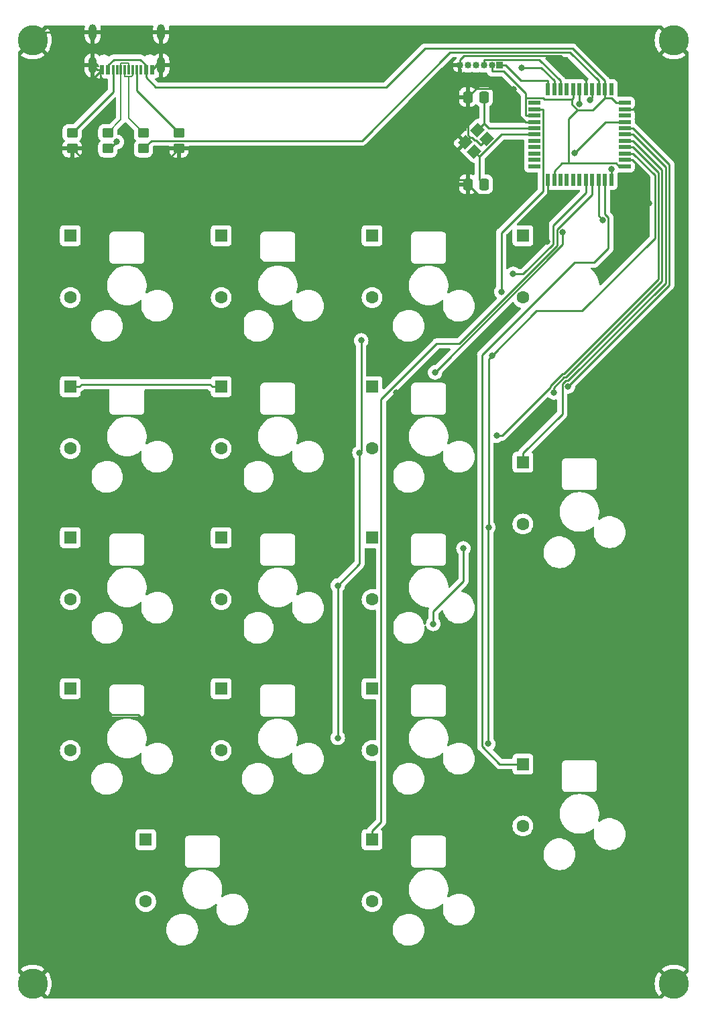
<source format=gbr>
%TF.GenerationSoftware,KiCad,Pcbnew,(6.0.1)*%
%TF.CreationDate,2022-02-23T18:42:09-08:00*%
%TF.ProjectId,Ramen Pad,52616d65-6e20-4506-9164-2e6b69636164,v1.0.0*%
%TF.SameCoordinates,Original*%
%TF.FileFunction,Copper,L1,Top*%
%TF.FilePolarity,Positive*%
%FSLAX46Y46*%
G04 Gerber Fmt 4.6, Leading zero omitted, Abs format (unit mm)*
G04 Created by KiCad (PCBNEW (6.0.1)) date 2022-02-23 18:42:09*
%MOMM*%
%LPD*%
G01*
G04 APERTURE LIST*
G04 Aperture macros list*
%AMRoundRect*
0 Rectangle with rounded corners*
0 $1 Rounding radius*
0 $2 $3 $4 $5 $6 $7 $8 $9 X,Y pos of 4 corners*
0 Add a 4 corners polygon primitive as box body*
4,1,4,$2,$3,$4,$5,$6,$7,$8,$9,$2,$3,0*
0 Add four circle primitives for the rounded corners*
1,1,$1+$1,$2,$3*
1,1,$1+$1,$4,$5*
1,1,$1+$1,$6,$7*
1,1,$1+$1,$8,$9*
0 Add four rect primitives between the rounded corners*
20,1,$1+$1,$2,$3,$4,$5,0*
20,1,$1+$1,$4,$5,$6,$7,0*
20,1,$1+$1,$6,$7,$8,$9,0*
20,1,$1+$1,$8,$9,$2,$3,0*%
%AMRotRect*
0 Rectangle, with rotation*
0 The origin of the aperture is its center*
0 $1 length*
0 $2 width*
0 $3 Rotation angle, in degrees counterclockwise*
0 Add horizontal line*
21,1,$1,$2,0,0,$3*%
G04 Aperture macros list end*
%TA.AperFunction,SMDPad,CuDef*%
%ADD10R,0.600000X1.150000*%
%TD*%
%TA.AperFunction,SMDPad,CuDef*%
%ADD11R,0.300000X1.150000*%
%TD*%
%TA.AperFunction,ComponentPad*%
%ADD12O,1.050000X2.100000*%
%TD*%
%TA.AperFunction,ComponentPad*%
%ADD13O,1.000000X2.000000*%
%TD*%
%TA.AperFunction,SMDPad,CuDef*%
%ADD14RoundRect,0.250000X-0.450000X0.350000X-0.450000X-0.350000X0.450000X-0.350000X0.450000X0.350000X0*%
%TD*%
%TA.AperFunction,ComponentPad*%
%ADD15C,3.800000*%
%TD*%
%TA.AperFunction,SMDPad,CuDef*%
%ADD16RotRect,1.200000X1.400000X315.000000*%
%TD*%
%TA.AperFunction,SMDPad,CuDef*%
%ADD17R,0.550000X1.500000*%
%TD*%
%TA.AperFunction,SMDPad,CuDef*%
%ADD18R,1.500000X0.550000*%
%TD*%
%TA.AperFunction,SMDPad,CuDef*%
%ADD19RoundRect,0.250000X0.337500X0.475000X-0.337500X0.475000X-0.337500X-0.475000X0.337500X-0.475000X0*%
%TD*%
%TA.AperFunction,ComponentPad*%
%ADD20R,1.600000X1.600000*%
%TD*%
%TA.AperFunction,ComponentPad*%
%ADD21C,1.600000*%
%TD*%
%TA.AperFunction,ComponentPad*%
%ADD22R,0.850000X0.850000*%
%TD*%
%TA.AperFunction,ComponentPad*%
%ADD23O,0.850000X0.850000*%
%TD*%
%TA.AperFunction,ViaPad*%
%ADD24C,0.800000*%
%TD*%
%TA.AperFunction,Conductor*%
%ADD25C,0.250000*%
%TD*%
%TA.AperFunction,Conductor*%
%ADD26C,0.200000*%
%TD*%
G04 APERTURE END LIST*
D10*
%TO.P,J1,A1_B12,GND*%
%TO.N,GND*%
X165125000Y-27555000D03*
%TO.P,J1,A4_B9,VBUS*%
%TO.N,VCC*%
X164325000Y-27555000D03*
D11*
%TO.P,J1,A5,CC1*%
%TO.N,/CC1*%
X163175000Y-27555000D03*
%TO.P,J1,A6,DP1*%
%TO.N,/D+*%
X162175000Y-27555000D03*
%TO.P,J1,A7,DN1*%
%TO.N,/D-*%
X161675000Y-27555000D03*
%TO.P,J1,A8,SBU1*%
%TO.N,unconnected-(J1-PadA8)*%
X160675000Y-27555000D03*
D10*
%TO.P,J1,B1_A12,GND*%
%TO.N,GND*%
X158725000Y-27555000D03*
%TO.P,J1,B4_A9,VBUS*%
%TO.N,VCC*%
X159525000Y-27555000D03*
D11*
%TO.P,J1,B5,CC2*%
%TO.N,/CC2*%
X160175000Y-27555000D03*
%TO.P,J1,B6,DP2*%
%TO.N,/D+*%
X161175000Y-27555000D03*
%TO.P,J1,B7,DN2*%
%TO.N,/D-*%
X162675000Y-27555000D03*
%TO.P,J1,B8,SBU2*%
%TO.N,unconnected-(J1-PadB8)*%
X163675000Y-27555000D03*
D12*
%TO.P,J1,S1,SHELL_GND*%
%TO.N,GND*%
X166245000Y-26980000D03*
D13*
%TO.P,J1,S2,SHELL_GND*%
X166245000Y-22800000D03*
%TO.P,J1,S3,SHELL_GND*%
X157605000Y-22800000D03*
D12*
%TO.P,J1,S4,SHELL_GND*%
X157605000Y-26980000D03*
%TD*%
D14*
%TO.P,R5,1*%
%TO.N,/CC2*%
X155000000Y-35500000D03*
%TO.P,R5,2*%
%TO.N,GND*%
X155000000Y-37500000D03*
%TD*%
D15*
%TO.P,,1*%
%TO.N,GND*%
X230981250Y-23812500D03*
%TD*%
D14*
%TO.P,R4,1*%
%TO.N,/CC1*%
X168500000Y-35500000D03*
%TO.P,R4,2*%
%TO.N,GND*%
X168500000Y-37500000D03*
%TD*%
%TO.P,R3,1*%
%TO.N,/D+*%
X159500000Y-35500000D03*
%TO.P,R3,2*%
%TO.N,Net-(R3-Pad2)*%
X159500000Y-37500000D03*
%TD*%
%TO.P,R2,1*%
%TO.N,/D-*%
X164000000Y-35500000D03*
%TO.P,R2,2*%
%TO.N,Net-(R2-Pad2)*%
X164000000Y-37500000D03*
%TD*%
D16*
%TO.P,Y1,1,CRYSTAL_1*%
%TO.N,Net-(C1-Pad1)*%
X206212132Y-35156497D03*
%TO.P,Y1,2,GND_1*%
%TO.N,GND*%
X204656497Y-36712132D03*
%TO.P,Y1,3,CRYSTAL_2*%
%TO.N,Net-(C2-Pad1)*%
X205787868Y-37843503D03*
%TO.P,Y1,4,GND_2*%
%TO.N,GND*%
X207343503Y-36287868D03*
%TD*%
D17*
%TO.P,U1,1,PE6/AIN0*%
%TO.N,unconnected-(U1-Pad1)*%
X223075000Y-30018700D03*
%TO.P,U1,2,UVcc*%
%TO.N,VCC*%
X222275000Y-30018700D03*
%TO.P,U1,3,D-*%
%TO.N,Net-(R2-Pad2)*%
X221475000Y-30018700D03*
%TO.P,U1,4,D+*%
%TO.N,Net-(R3-Pad2)*%
X220675000Y-30018700D03*
%TO.P,U1,5,UGnd*%
%TO.N,GND*%
X219875000Y-30018700D03*
%TO.P,U1,6,UCap*%
%TO.N,Net-(C8-Pad2)*%
X219075000Y-30018700D03*
%TO.P,U1,7,VBus*%
%TO.N,VCC*%
X218275000Y-30018700D03*
%TO.P,U1,8,PB0/SS*%
%TO.N,unconnected-(U1-Pad8)*%
X217475000Y-30018700D03*
%TO.P,U1,9,PB1/SCK*%
%TO.N,/SCK*%
X216675000Y-30018700D03*
%TO.P,U1,10,PB2/MOSI*%
%TO.N,/MOSI*%
X215875000Y-30018700D03*
%TO.P,U1,11,PB3/MISO*%
%TO.N,/MISO*%
X215075000Y-30018700D03*
D18*
%TO.P,U1,12,PB7/~{RTS}*%
%TO.N,unconnected-(U1-Pad12)*%
X213375000Y-31718700D03*
%TO.P,U1,13,~{RESET}*%
%TO.N,Net-(R6-Pad2)*%
X213375000Y-32518700D03*
%TO.P,U1,14,VCC*%
%TO.N,VCC*%
X213375000Y-33318700D03*
%TO.P,U1,15,GND*%
%TO.N,GND*%
X213375000Y-34118700D03*
%TO.P,U1,16,XTAL1*%
%TO.N,Net-(C1-Pad1)*%
X213375000Y-34918700D03*
%TO.P,U1,17,XTAL2*%
%TO.N,Net-(C2-Pad1)*%
X213375000Y-35718700D03*
%TO.P,U1,18,PD0/INT0*%
%TO.N,unconnected-(U1-Pad18)*%
X213375000Y-36518700D03*
%TO.P,U1,19,PD1/INT1*%
%TO.N,unconnected-(U1-Pad19)*%
X213375000Y-37318700D03*
%TO.P,U1,20,PD2/RXD1*%
%TO.N,unconnected-(U1-Pad20)*%
X213375000Y-38118700D03*
%TO.P,U1,21,PD3/TXD1*%
%TO.N,unconnected-(U1-Pad21)*%
X213375000Y-38918700D03*
%TO.P,U1,22,PD5/XCK1*%
%TO.N,unconnected-(U1-Pad22)*%
X213375000Y-39718700D03*
D17*
%TO.P,U1,23,GND*%
%TO.N,GND*%
X215075000Y-41418700D03*
%TO.P,U1,24,AVCC*%
%TO.N,VCC*%
X215875000Y-41418700D03*
%TO.P,U1,25,ICP1/PD4*%
%TO.N,unconnected-(U1-Pad25)*%
X216675000Y-41418700D03*
%TO.P,U1,26,T1/PD6*%
%TO.N,unconnected-(U1-Pad26)*%
X217475000Y-41418700D03*
%TO.P,U1,27,T0/PD7*%
%TO.N,unconnected-(U1-Pad27)*%
X218275000Y-41418700D03*
%TO.P,U1,28,PB4*%
%TO.N,unconnected-(U1-Pad28)*%
X219075000Y-41418700D03*
%TO.P,U1,29,PB5*%
%TO.N,/DIn1*%
X219875000Y-41418700D03*
%TO.P,U1,30,PB6*%
%TO.N,/row4*%
X220675000Y-41418700D03*
%TO.P,U1,31,PC6*%
%TO.N,/col3*%
X221475000Y-41418700D03*
%TO.P,U1,32,PC7*%
%TO.N,/row3*%
X222275000Y-41418700D03*
%TO.P,U1,33,~{HWB/PE2}*%
%TO.N,Net-(R1-Pad1)*%
X223075000Y-41418700D03*
D18*
%TO.P,U1,34,VCC*%
%TO.N,VCC*%
X224775000Y-39718700D03*
%TO.P,U1,35,GND*%
%TO.N,GND*%
X224775000Y-38918700D03*
%TO.P,U1,36,PF7*%
%TO.N,/col2*%
X224775000Y-38118700D03*
%TO.P,U1,37,PF6*%
%TO.N,/row2*%
X224775000Y-37318700D03*
%TO.P,U1,38,PF5*%
%TO.N,/col1*%
X224775000Y-36518700D03*
%TO.P,U1,39,PF4*%
%TO.N,/row1*%
X224775000Y-35718700D03*
%TO.P,U1,40,PF1*%
%TO.N,/col0*%
X224775000Y-34918700D03*
%TO.P,U1,41,PF0*%
%TO.N,/row0*%
X224775000Y-34118700D03*
%TO.P,U1,42,AREF*%
%TO.N,unconnected-(U1-Pad42)*%
X224775000Y-33318700D03*
%TO.P,U1,43,GND*%
%TO.N,GND*%
X224775000Y-32518700D03*
%TO.P,U1,44,AVCC*%
%TO.N,VCC*%
X224775000Y-31718700D03*
%TD*%
D15*
%TO.P,REF\u002A\u002A,1*%
%TO.N,GND*%
X150018750Y-23812500D03*
%TD*%
%TO.P,,1*%
%TO.N,GND*%
X230981250Y-142875000D03*
%TD*%
D19*
%TO.P,C1,1*%
%TO.N,Net-(C1-Pad1)*%
X207037500Y-31000000D03*
%TO.P,C1,2*%
%TO.N,GND*%
X204962500Y-31000000D03*
%TD*%
%TO.P,C2,1*%
%TO.N,Net-(C2-Pad1)*%
X207037500Y-42000000D03*
%TO.P,C2,2*%
%TO.N,GND*%
X204962500Y-42000000D03*
%TD*%
D15*
%TO.P,,1*%
%TO.N,GND*%
X150018750Y-142875000D03*
%TD*%
D20*
%TO.P,D12,1,K*%
%TO.N,/row2*%
X192881300Y-86587500D03*
D21*
%TO.P,D12,2,A*%
%TO.N,Net-(D12-Pad2)*%
X192881300Y-94387500D03*
%TD*%
D20*
%TO.P,D14,1,K*%
%TO.N,/row4*%
X192881300Y-124687500D03*
D21*
%TO.P,D14,2,A*%
%TO.N,Net-(D14-Pad2)*%
X192881300Y-132487500D03*
%TD*%
D20*
%TO.P,D8,1,K*%
%TO.N,/row2*%
X173831300Y-86587500D03*
D21*
%TO.P,D8,2,A*%
%TO.N,Net-(D8-Pad2)*%
X173831300Y-94387500D03*
%TD*%
D20*
%TO.P,D6,1,K*%
%TO.N,/row0*%
X173831300Y-48487500D03*
D21*
%TO.P,D6,2,A*%
%TO.N,Net-(D6-Pad2)*%
X173831300Y-56287500D03*
%TD*%
D20*
%TO.P,D3,1,K*%
%TO.N,/row2*%
X154781300Y-86587500D03*
D21*
%TO.P,D3,2,A*%
%TO.N,Net-(D3-Pad2)*%
X154781300Y-94387500D03*
%TD*%
D20*
%TO.P,D15,1,K*%
%TO.N,/row0*%
X211931300Y-48487500D03*
D21*
%TO.P,D15,2,A*%
%TO.N,Net-(D15-Pad2)*%
X211931300Y-56287500D03*
%TD*%
D20*
%TO.P,D17,1,K*%
%TO.N,/row3*%
X211931300Y-115162500D03*
D21*
%TO.P,D17,2,A*%
%TO.N,Net-(D17-Pad2)*%
X211931300Y-122962500D03*
%TD*%
D20*
%TO.P,D13,1,K*%
%TO.N,/row3*%
X192881300Y-105637500D03*
D21*
%TO.P,D13,2,A*%
%TO.N,Net-(D13-Pad2)*%
X192881300Y-113437500D03*
%TD*%
D20*
%TO.P,D11,1,K*%
%TO.N,/row1*%
X192881300Y-67537500D03*
D21*
%TO.P,D11,2,A*%
%TO.N,Net-(D11-Pad2)*%
X192881300Y-75337500D03*
%TD*%
D22*
%TO.P,P1,1,1*%
%TO.N,/MISO*%
X209000000Y-27000000D03*
D23*
%TO.P,P1,2,2*%
%TO.N,VCC*%
X208000000Y-27000000D03*
%TO.P,P1,3,3*%
%TO.N,/SCK*%
X207000000Y-27000000D03*
%TO.P,P1,4,4*%
%TO.N,/MOSI*%
X206000000Y-27000000D03*
%TO.P,P1,5,5*%
%TO.N,/RST*%
X205000000Y-27000000D03*
%TO.P,P1,6,6*%
%TO.N,GND*%
X204000000Y-27000000D03*
%TD*%
D20*
%TO.P,D5,1,K*%
%TO.N,/row4*%
X164306300Y-124687500D03*
D21*
%TO.P,D5,2,A*%
%TO.N,Net-(D5-Pad2)*%
X164306300Y-132487500D03*
%TD*%
D20*
%TO.P,D9,1,K*%
%TO.N,/row3*%
X173831300Y-105637500D03*
D21*
%TO.P,D9,2,A*%
%TO.N,Net-(D9-Pad2)*%
X173831300Y-113437500D03*
%TD*%
D20*
%TO.P,D4,1,K*%
%TO.N,/row3*%
X154781300Y-105637500D03*
D21*
%TO.P,D4,2,A*%
%TO.N,Net-(D4-Pad2)*%
X154781300Y-113437500D03*
%TD*%
D20*
%TO.P,D7,1,K*%
%TO.N,/row1*%
X173831300Y-67537500D03*
D21*
%TO.P,D7,2,A*%
%TO.N,Net-(D7-Pad2)*%
X173831300Y-75337500D03*
%TD*%
D20*
%TO.P,D10,1,K*%
%TO.N,/row0*%
X192881300Y-48487500D03*
D21*
%TO.P,D10,2,A*%
%TO.N,Net-(D10-Pad2)*%
X192881300Y-56287500D03*
%TD*%
D20*
%TO.P,D1,1,K*%
%TO.N,/row0*%
X154781300Y-48487500D03*
D21*
%TO.P,D1,2,A*%
%TO.N,Net-(D1-Pad2)*%
X154781300Y-56287500D03*
%TD*%
D20*
%TO.P,D2,1,K*%
%TO.N,/row1*%
X154781300Y-67537500D03*
D21*
%TO.P,D2,2,A*%
%TO.N,Net-(D2-Pad2)*%
X154781300Y-75337500D03*
%TD*%
D20*
%TO.P,D16,1,K*%
%TO.N,/row1*%
X211931300Y-77062500D03*
D21*
%TO.P,D16,2,A*%
%TO.N,Net-(D16-Pad2)*%
X211931300Y-84862500D03*
%TD*%
D24*
%TO.N,Net-(C8-Pad2)*%
X219075000Y-31840800D03*
%TO.N,/row0*%
X218429500Y-38021500D03*
%TO.N,/row2*%
X208618200Y-73712600D03*
%TO.N,/col0*%
X217627500Y-67510400D03*
%TO.N,/col1*%
X188547900Y-92626700D03*
X215825000Y-68268500D03*
X191508300Y-61694100D03*
X188547900Y-111841200D03*
X191291000Y-75864500D03*
%TO.N,/col2*%
X207585000Y-85281100D03*
X207544600Y-112599900D03*
X208002700Y-63593300D03*
%TO.N,/col3*%
X221998600Y-46482200D03*
%TO.N,Net-(R3-Pad2)*%
X220433300Y-31376500D03*
X160657800Y-36653100D03*
%TO.N,/MOSI*%
X211740800Y-27310900D03*
%TO.N,GND*%
X214950000Y-115900000D03*
X195900000Y-68300000D03*
X176700000Y-106400000D03*
X195700000Y-87350000D03*
X157650000Y-87350000D03*
X210700000Y-44000000D03*
X201100000Y-36600000D03*
X167250000Y-125450000D03*
X152800000Y-37500000D03*
X157700000Y-68300000D03*
X157850000Y-106450000D03*
X176800000Y-68300000D03*
X196000000Y-49250000D03*
X195700000Y-125450000D03*
X176850000Y-87350000D03*
X195950000Y-106400000D03*
X157900000Y-49250000D03*
X215000000Y-49250000D03*
X161925000Y-23437500D03*
X227950000Y-26900000D03*
X210750000Y-30050000D03*
X214700000Y-77850000D03*
X170800000Y-37550000D03*
X176900000Y-49250000D03*
X227850000Y-44400000D03*
%TO.N,/DIn1*%
X210705500Y-53308700D03*
%TO.N,/DOut15*%
X200828500Y-65739000D03*
X216959500Y-48047200D03*
%TO.N,/DOut12*%
X200601400Y-97470500D03*
X204410700Y-87923300D03*
%TO.N,Net-(R1-Pad1)*%
X223075000Y-40059900D03*
%TO.N,Net-(R6-Pad2)*%
X209200600Y-55541200D03*
%TD*%
D25*
%TO.N,VCC*%
X218275000Y-30018700D02*
X218275000Y-31094000D01*
X218796500Y-32608500D02*
X220760500Y-32608500D01*
X194660175Y-29765625D02*
X199549000Y-24876800D01*
X218208400Y-24876800D02*
X222275000Y-28943400D01*
X218796500Y-32608500D02*
X217700900Y-33704100D01*
X217700900Y-33704100D02*
X217700900Y-39334500D01*
X164325000Y-26979273D02*
X164325000Y-27555000D01*
X218075400Y-31887400D02*
X218796500Y-32608500D01*
X222275000Y-30018700D02*
X222275000Y-31094000D01*
X163601696Y-26255969D02*
X164325000Y-26979273D01*
X159525000Y-27555000D02*
X159525000Y-26979273D01*
X218275000Y-31094000D02*
X218075400Y-31293600D01*
X223075000Y-31094000D02*
X223699700Y-31718700D01*
X224775000Y-39718700D02*
X224083800Y-39718700D01*
X223699600Y-39334500D02*
X217700900Y-39334500D01*
X208000000Y-27750300D02*
X209506400Y-27750300D01*
X213375000Y-33318700D02*
X212299700Y-33318700D01*
X218075400Y-31293600D02*
X218075400Y-31887400D01*
X164325000Y-28525000D02*
X164325000Y-27555000D01*
X217700900Y-39334500D02*
X216883900Y-39334500D01*
X222275000Y-28943400D02*
X222275000Y-30018700D01*
X212299700Y-31093000D02*
X212299700Y-33318700D01*
X224083800Y-39718700D02*
X223699600Y-39334500D01*
X212299700Y-30543600D02*
X212299700Y-31093000D01*
X218075400Y-31293600D02*
X214649900Y-31293600D01*
X224775000Y-31718700D02*
X223699700Y-31718700D01*
X194660175Y-29765625D02*
X165565625Y-29765625D01*
X216883900Y-39334500D02*
X215875000Y-40343400D01*
X159525000Y-26979273D02*
X160248304Y-26255969D01*
X160248304Y-26255969D02*
X163601696Y-26255969D01*
X214649900Y-31293600D02*
X214449300Y-31093000D01*
X220760500Y-32608500D02*
X222275000Y-31094000D01*
X199549000Y-24876800D02*
X218208400Y-24876800D01*
X214449300Y-31093000D02*
X212299700Y-31093000D01*
X222275000Y-31094000D02*
X223075000Y-31094000D01*
X165565625Y-29765625D02*
X164325000Y-28525000D01*
X215875000Y-41418700D02*
X215875000Y-40343400D01*
X209506400Y-27750300D02*
X212299700Y-30543600D01*
X208000000Y-27000000D02*
X208000000Y-27750300D01*
%TO.N,Net-(C8-Pad2)*%
X219075000Y-30018700D02*
X219075000Y-31094000D01*
X219075000Y-31094000D02*
X219075000Y-31840800D01*
%TO.N,/row0*%
X218429500Y-38021500D02*
X222332300Y-34118700D01*
X222332300Y-34118700D02*
X224775000Y-34118700D01*
%TO.N,/row1*%
X216902200Y-67211086D02*
X216902200Y-70966300D01*
X229935800Y-54464200D02*
X217614111Y-66785889D01*
X211931300Y-75937200D02*
X211931300Y-77062500D01*
X224775000Y-35718700D02*
X225850300Y-35718700D01*
X216902200Y-70966300D02*
X211931300Y-75937200D01*
X172399300Y-67230800D02*
X156213300Y-67230800D01*
X173831300Y-67537500D02*
X172706000Y-67537500D01*
X172706000Y-67537500D02*
X172399300Y-67230800D01*
X225850300Y-35718700D02*
X229935800Y-39804200D01*
X154781300Y-67537500D02*
X155906600Y-67537500D01*
X217327397Y-66785889D02*
X216902200Y-67211086D01*
X217614111Y-66785889D02*
X217327397Y-66785889D01*
X156213300Y-67230800D02*
X155906600Y-67537500D01*
X229935800Y-39804200D02*
X229935800Y-54464200D01*
%TO.N,/row2*%
X229034700Y-40503100D02*
X225850300Y-37318700D01*
X216955001Y-65886849D02*
X217113151Y-65886849D01*
X217113151Y-65886849D02*
X229034700Y-53965300D01*
X209287400Y-73712600D02*
X215375480Y-67624520D01*
X225850300Y-37318700D02*
X224775000Y-37318700D01*
X215375480Y-67466370D02*
X216955001Y-65886849D01*
X229034700Y-53965300D02*
X229034700Y-40503100D01*
X208618200Y-73712600D02*
X209287400Y-73712600D01*
X215375480Y-67624520D02*
X215375480Y-67466370D01*
%TO.N,/row3*%
X218426000Y-51874000D02*
X206770800Y-63529200D01*
X222723900Y-46181700D02*
X222723900Y-50091600D01*
X222275100Y-45732900D02*
X222723900Y-46181700D01*
X222723900Y-50091600D02*
X220941500Y-51874000D01*
X222275000Y-45732900D02*
X222275100Y-45732900D01*
X209013200Y-115162500D02*
X211931300Y-115162500D01*
X222275000Y-41418700D02*
X222275000Y-45732900D01*
X206770800Y-63529200D02*
X206770800Y-112920100D01*
X206770800Y-112920100D02*
X209013200Y-115162500D01*
X220941500Y-51874000D02*
X218426000Y-51874000D01*
%TO.N,/row4*%
X194006600Y-122436900D02*
X194006600Y-69120000D01*
X220675000Y-43299200D02*
X220675000Y-41418700D01*
X192881300Y-123562200D02*
X194006600Y-122436900D01*
X203859400Y-62071200D02*
X216231200Y-49699400D01*
X194006600Y-69120000D02*
X201055400Y-62071200D01*
X192881300Y-124687500D02*
X192881300Y-123562200D01*
X216231200Y-47743000D02*
X220675000Y-43299200D01*
X216231200Y-49699400D02*
X216231200Y-47743000D01*
X201055400Y-62071200D02*
X203859400Y-62071200D01*
%TO.N,/SCK*%
X207000000Y-26249700D02*
X213981300Y-26249700D01*
X207000000Y-27000000D02*
X207000000Y-26249700D01*
X216675000Y-30018700D02*
X216675000Y-28943400D01*
X213981300Y-26249700D02*
X216675000Y-28943400D01*
%TO.N,/col0*%
X230428900Y-39497300D02*
X225850300Y-34918700D01*
X230428900Y-54709000D02*
X230428900Y-39497300D01*
X217627500Y-67510400D02*
X230428900Y-54709000D01*
X224775000Y-34918700D02*
X225850300Y-34918700D01*
%TO.N,/col1*%
X229485100Y-40153500D02*
X229485100Y-54214900D01*
X225850300Y-36518700D02*
X229485100Y-40153500D01*
X188547900Y-92626700D02*
X188547900Y-111841200D01*
X217141199Y-66336369D02*
X215825000Y-67652568D01*
X224775000Y-36518700D02*
X225850300Y-36518700D01*
X191508300Y-75647200D02*
X191508300Y-61694100D01*
X191291000Y-75864500D02*
X191508300Y-75647200D01*
X215825000Y-67652568D02*
X215825000Y-68268500D01*
X229485100Y-54214900D02*
X217363631Y-66336369D01*
X191291000Y-75864500D02*
X191291000Y-89883600D01*
X191291000Y-89883600D02*
X188547900Y-92626700D01*
X217363631Y-66336369D02*
X217141199Y-66336369D01*
%TO.N,/col2*%
X225850300Y-38118700D02*
X224775000Y-38118700D01*
X208002700Y-63593300D02*
X213621000Y-57975000D01*
X215758547Y-57974179D02*
X219425821Y-57974179D01*
X213621000Y-57975000D02*
X215757726Y-57975000D01*
X207544600Y-85321500D02*
X207585000Y-85281100D01*
X219425821Y-57974179D02*
X228584300Y-48815700D01*
X228584300Y-40852700D02*
X225850300Y-38118700D01*
X207544600Y-103944600D02*
X207544600Y-85321500D01*
X215757726Y-57975000D02*
X215758547Y-57974179D01*
X207544600Y-112599900D02*
X207544600Y-103944600D01*
X228584300Y-48815700D02*
X228584300Y-40852700D01*
X207585000Y-85281100D02*
X207585000Y-64011000D01*
X207585000Y-64011000D02*
X208002700Y-63593300D01*
%TO.N,/col3*%
X221475000Y-45958600D02*
X221475000Y-41418700D01*
X221998600Y-46482200D02*
X221475000Y-45958600D01*
%TO.N,Net-(R3-Pad2)*%
X220675000Y-31094000D02*
X220433300Y-31335700D01*
X159810900Y-37500000D02*
X159500000Y-37500000D01*
X220433300Y-31335700D02*
X220433300Y-31376500D01*
X160657800Y-36653100D02*
X159810900Y-37500000D01*
X220675000Y-30018700D02*
X220675000Y-31094000D01*
%TO.N,/MOSI*%
X211740800Y-27310900D02*
X214242500Y-27310900D01*
X215875000Y-30018700D02*
X215875000Y-28943400D01*
X214242500Y-27310900D02*
X215875000Y-28943400D01*
%TO.N,/MISO*%
X215075000Y-28943400D02*
X211693700Y-28943400D01*
X209000000Y-27000000D02*
X209750300Y-27000000D01*
X211693700Y-28943400D02*
X209750300Y-27000000D01*
X215075000Y-30018700D02*
X215075000Y-28943400D01*
%TO.N,GND*%
X195950000Y-106400000D02*
X195950000Y-114716600D01*
X227950000Y-26900000D02*
X227950000Y-30419000D01*
X213375000Y-34118700D02*
X212299700Y-34118700D01*
X204656500Y-36712100D02*
X205287100Y-36081500D01*
X176900000Y-43650000D02*
X170800000Y-37550000D01*
X204962500Y-42000000D02*
X204378800Y-41416300D01*
X157850000Y-106772700D02*
X157850000Y-106450000D01*
X205287100Y-36081500D02*
X204962500Y-35756900D01*
X207343500Y-36287900D02*
X206618600Y-37012800D01*
X215075000Y-41418700D02*
X215075000Y-42494000D01*
X206045000Y-36439300D02*
X206618600Y-37012800D01*
X225737700Y-38918700D02*
X227850000Y-41031000D01*
X195700000Y-87350000D02*
X195400000Y-87050000D01*
X201100000Y-36600000D02*
X201937200Y-37437200D01*
X204656500Y-36712100D02*
X203931500Y-37437100D01*
X151031250Y-22800000D02*
X150018750Y-23812500D01*
X152800000Y-37500000D02*
X152800000Y-33480000D01*
X176559000Y-87059000D02*
X176850000Y-87350000D01*
X227950000Y-26900000D02*
X227950000Y-26843750D01*
X161287500Y-22800000D02*
X161925000Y-23437500D01*
X157850000Y-106450000D02*
X157300000Y-105900000D01*
X210640900Y-29940900D02*
X210750000Y-30050000D01*
X157300000Y-87700000D02*
X157650000Y-87350000D01*
X227850000Y-41031000D02*
X227850000Y-44400000D01*
X203833700Y-37603200D02*
X203833700Y-41416300D01*
X176700000Y-106400000D02*
X168750500Y-114349500D01*
X224775000Y-32518700D02*
X225850300Y-32518700D01*
X195300000Y-125050000D02*
X195700000Y-125450000D01*
X195950000Y-114716600D02*
X195300000Y-115366600D01*
X153968400Y-37500000D02*
X152800000Y-37500000D01*
X215000000Y-49250000D02*
X215075000Y-49175000D01*
X165786500Y-40213500D02*
X157900000Y-40213500D01*
X163345974Y-108900000D02*
X159977300Y-108900000D01*
X158725000Y-27555000D02*
X158180000Y-27555000D01*
X158180000Y-27555000D02*
X157605000Y-26980000D01*
X170800000Y-37550000D02*
X168550000Y-37550000D01*
X195300000Y-115366600D02*
X195300000Y-125050000D01*
X179126900Y-51889400D02*
X176559000Y-54457300D01*
X196000000Y-49250000D02*
X193360600Y-51889400D01*
X200109200Y-116600000D02*
X198225800Y-114716600D01*
X168750500Y-114349500D02*
X167250000Y-115850000D01*
X176555700Y-106255700D02*
X176700000Y-106400000D01*
X215075000Y-49175000D02*
X215075000Y-42494000D01*
X157605000Y-26980000D02*
X157605000Y-22800000D01*
X179126900Y-51889400D02*
X176900000Y-49662500D01*
X157605000Y-22800000D02*
X161287500Y-22800000D01*
X224775000Y-38918700D02*
X225737700Y-38918700D01*
X205287100Y-36081500D02*
X205475800Y-36081500D01*
X203833700Y-41416300D02*
X196000000Y-49250000D01*
X203667700Y-37437200D02*
X203799600Y-37569000D01*
X167609521Y-113208521D02*
X167609521Y-113163547D01*
X168550000Y-37550000D02*
X168500000Y-37500000D01*
X203799600Y-37569000D02*
X203833700Y-37603200D01*
X206021600Y-29940900D02*
X204000000Y-27919300D01*
X176850000Y-87350000D02*
X176555700Y-87644300D01*
X205475800Y-36081500D02*
X205833600Y-36439300D01*
X204000000Y-27919300D02*
X204000000Y-27000000D01*
X168500000Y-37500000D02*
X165786500Y-40213500D01*
X195700000Y-87350000D02*
X195400000Y-87650000D01*
X176559000Y-68059000D02*
X176800000Y-68300000D01*
X219875000Y-30018700D02*
X219875000Y-28943400D01*
X157300000Y-105900000D02*
X157300000Y-87700000D01*
X206021600Y-29940900D02*
X210640900Y-29940900D01*
X176900000Y-49662500D02*
X176900000Y-49250000D01*
X227950000Y-30419000D02*
X225850300Y-32518700D01*
X205833600Y-36439300D02*
X206045000Y-36439300D01*
X165700000Y-26980000D02*
X165125000Y-27555000D01*
X157700000Y-68300000D02*
X157300000Y-68700000D01*
X176559000Y-54457300D02*
X176559000Y-68059000D01*
X157900000Y-40213500D02*
X157713500Y-40213500D01*
X176900000Y-49250000D02*
X176900000Y-43650000D01*
X201937200Y-37437200D02*
X203667700Y-37437200D01*
X162562500Y-22800000D02*
X166245000Y-22800000D01*
X203799600Y-37569000D02*
X203931500Y-37437100D01*
X195400000Y-87650000D02*
X195400000Y-105850000D01*
X167250000Y-115850000D02*
X167250000Y-125450000D01*
X204962500Y-42000000D02*
X206962500Y-44000000D01*
X206021600Y-29940900D02*
X204962500Y-31000000D01*
X166245000Y-22800000D02*
X166245000Y-26980000D01*
X214950000Y-115900000D02*
X214250000Y-116600000D01*
X161925000Y-23437500D02*
X162562500Y-22800000D01*
X216709200Y-25777600D02*
X219875000Y-28943400D01*
X168750500Y-114349500D02*
X167609521Y-113208521D01*
X157605000Y-22800000D02*
X151031250Y-22800000D01*
X195400000Y-87050000D02*
X195400000Y-68800000D01*
X204472100Y-25777600D02*
X216709200Y-25777600D01*
X157900000Y-40213500D02*
X157900000Y-49250000D01*
X159977300Y-108900000D02*
X157850000Y-106772700D01*
X227950000Y-26843750D02*
X230981250Y-23812500D01*
X157713500Y-40213500D02*
X155000000Y-37500000D01*
X176555700Y-87644300D02*
X176555700Y-106255700D01*
X195400000Y-68800000D02*
X195900000Y-68300000D01*
X176800000Y-68300000D02*
X176559000Y-68541000D01*
X157300000Y-87000000D02*
X157650000Y-87350000D01*
X214250000Y-116600000D02*
X200109200Y-116600000D01*
X204378800Y-41416300D02*
X203833700Y-41416300D01*
X193360600Y-51889400D02*
X179126900Y-51889400D01*
X198225800Y-114716600D02*
X195950000Y-114716600D01*
X167609521Y-113163547D02*
X163345974Y-108900000D01*
X204000000Y-27000000D02*
X204000000Y-26249700D01*
X206962500Y-44000000D02*
X210700000Y-44000000D01*
X166245000Y-26980000D02*
X165700000Y-26980000D01*
X195400000Y-105850000D02*
X195950000Y-106400000D01*
X176559000Y-68541000D02*
X176559000Y-87059000D01*
X210750000Y-30050000D02*
X210750000Y-32569000D01*
X152800000Y-33480000D02*
X158725000Y-27555000D01*
X204000000Y-26249700D02*
X204472100Y-25777600D01*
X210750000Y-32569000D02*
X212299700Y-34118700D01*
X157300000Y-68700000D02*
X157300000Y-87000000D01*
X204962500Y-35756900D02*
X204962500Y-31000000D01*
X155000000Y-37500000D02*
X153968400Y-37500000D01*
%TO.N,Net-(C1-Pad1)*%
X207037500Y-31000000D02*
X207037500Y-34331100D01*
X207037500Y-34331100D02*
X206212100Y-35156500D01*
X207625100Y-34918700D02*
X207037500Y-34331100D01*
X213375000Y-34918700D02*
X207625100Y-34918700D01*
%TO.N,Net-(C2-Pad1)*%
X206442200Y-38497800D02*
X206442200Y-38497700D01*
X213375000Y-35718700D02*
X209221300Y-35718700D01*
X205787900Y-37843500D02*
X206442200Y-38497700D01*
X209221300Y-35718700D02*
X206442200Y-38497800D01*
X207037500Y-42000000D02*
X206442100Y-41404600D01*
X206442100Y-38497800D02*
X206442200Y-38497700D01*
X206442100Y-41404600D02*
X206442100Y-38497800D01*
%TO.N,/DIn1*%
X215758800Y-49525900D02*
X215758800Y-47157300D01*
X219875000Y-43041100D02*
X219875000Y-41418700D01*
X215758800Y-47157300D02*
X219875000Y-43041100D01*
X210705500Y-53308700D02*
X211976000Y-53308700D01*
X211976000Y-53308700D02*
X215758800Y-49525900D01*
%TO.N,/DOut15*%
X216959500Y-49608000D02*
X200828500Y-65739000D01*
X216959500Y-48047200D02*
X216959500Y-49608000D01*
%TO.N,/DOut12*%
X204410700Y-87923300D02*
X204410700Y-92089300D01*
X204410700Y-92089300D02*
X200601400Y-95898600D01*
X200601400Y-95898600D02*
X200601400Y-97470500D01*
%TO.N,Net-(R1-Pad1)*%
X223075000Y-40343400D02*
X223075000Y-40059900D01*
X223075000Y-41418700D02*
X223075000Y-40343400D01*
%TO.N,Net-(R2-Pad2)*%
X221475000Y-28943400D02*
X217858800Y-25327200D01*
X165000000Y-36500000D02*
X164000000Y-37500000D01*
X221475000Y-30018700D02*
X221475000Y-28943400D01*
X202746900Y-25327200D02*
X191574100Y-36500000D01*
X217858800Y-25327200D02*
X202746900Y-25327200D01*
X191574100Y-36500000D02*
X165000000Y-36500000D01*
D26*
%TO.N,/D-*%
X162470489Y-28429511D02*
X162675000Y-28225000D01*
X162129511Y-28429511D02*
X162470489Y-28429511D01*
X161725489Y-28429511D02*
X162129511Y-28429511D01*
X164000000Y-35500000D02*
X162129511Y-33629511D01*
X162129511Y-33629511D02*
X162129511Y-28429511D01*
X161675000Y-28379022D02*
X161725489Y-28429511D01*
X162675000Y-28225000D02*
X162675000Y-27555000D01*
X161675000Y-27555000D02*
X161675000Y-28379022D01*
%TO.N,/D+*%
X161175000Y-27555000D02*
X161175000Y-26730978D01*
X162124511Y-26680489D02*
X162175000Y-26730978D01*
X161175000Y-33825000D02*
X161175000Y-27555000D01*
X159500000Y-35500000D02*
X161175000Y-33825000D01*
X161225489Y-26680489D02*
X162124511Y-26680489D01*
X162175000Y-26730978D02*
X162175000Y-27555000D01*
X161175000Y-26730978D02*
X161225489Y-26680489D01*
D25*
%TO.N,/CC2*%
X155000000Y-35500000D02*
X160175000Y-30325000D01*
X160175000Y-30325000D02*
X160175000Y-27555000D01*
%TO.N,/CC1*%
X163175000Y-30175000D02*
X168500000Y-35500000D01*
X163175000Y-27555000D02*
X163175000Y-30175000D01*
%TO.N,Net-(R6-Pad2)*%
X214450300Y-42837900D02*
X209200600Y-48087600D01*
X209200600Y-48087600D02*
X209200600Y-55541200D01*
X214450300Y-32518700D02*
X214450300Y-42837900D01*
X213375000Y-32518700D02*
X214450300Y-32518700D01*
%TD*%
%TA.AperFunction,Conductor*%
%TO.N,GND*%
G36*
X156559313Y-21959252D02*
G01*
X156605806Y-22012908D01*
X156615910Y-22083182D01*
X156614439Y-22091444D01*
X156613571Y-22095529D01*
X156597393Y-22239761D01*
X156597000Y-22246785D01*
X156597000Y-22527885D01*
X156601475Y-22543124D01*
X156602865Y-22544329D01*
X156610548Y-22546000D01*
X158594885Y-22546000D01*
X158610124Y-22541525D01*
X158611329Y-22540135D01*
X158613000Y-22532452D01*
X158613000Y-22253343D01*
X158612699Y-22247195D01*
X158599188Y-22109397D01*
X158595609Y-22091322D01*
X158598025Y-22090844D01*
X158597561Y-22030683D01*
X158635484Y-21970663D01*
X158699836Y-21940674D01*
X158718727Y-21939250D01*
X165131192Y-21939250D01*
X165199313Y-21959252D01*
X165245806Y-22012908D01*
X165255910Y-22083182D01*
X165254439Y-22091444D01*
X165253571Y-22095529D01*
X165237393Y-22239761D01*
X165237000Y-22246785D01*
X165237000Y-22527885D01*
X165241475Y-22543124D01*
X165242865Y-22544329D01*
X165250548Y-22546000D01*
X167234885Y-22546000D01*
X167250124Y-22541525D01*
X167251329Y-22540135D01*
X167253000Y-22532452D01*
X167253000Y-22253343D01*
X167252699Y-22247195D01*
X167239188Y-22109397D01*
X167235609Y-22091322D01*
X167238025Y-22090844D01*
X167237561Y-22030683D01*
X167275484Y-21970663D01*
X167339836Y-21940674D01*
X167358727Y-21939250D01*
X229415021Y-21939250D01*
X229483142Y-21959252D01*
X229504116Y-21976155D01*
X230981250Y-23453290D01*
X232817595Y-25289634D01*
X232851621Y-25351946D01*
X232854500Y-25378729D01*
X232854500Y-141308771D01*
X232834498Y-141376892D01*
X232817595Y-141397866D01*
X230981250Y-143234210D01*
X229504116Y-144711345D01*
X229441804Y-144745371D01*
X229415021Y-144748250D01*
X151584979Y-144748250D01*
X151516858Y-144728248D01*
X151495884Y-144711345D01*
X149660671Y-142876131D01*
X150383158Y-142876131D01*
X150383289Y-142877966D01*
X150387540Y-142884580D01*
X151878869Y-144375908D01*
X151892131Y-144383150D01*
X151902235Y-144375962D01*
X151968187Y-144296241D01*
X151972841Y-144289835D01*
X152130945Y-144040703D01*
X152134757Y-144033770D01*
X152260389Y-143766787D01*
X152263304Y-143759424D01*
X152354483Y-143478805D01*
X152356454Y-143471128D01*
X152411742Y-143181297D01*
X152412735Y-143173436D01*
X152431262Y-142878958D01*
X228568738Y-142878958D01*
X228587265Y-143173436D01*
X228588258Y-143181297D01*
X228643546Y-143471128D01*
X228645517Y-143478805D01*
X228736696Y-143759424D01*
X228739611Y-143766787D01*
X228865243Y-144033770D01*
X228869055Y-144040703D01*
X229027159Y-144289835D01*
X229031813Y-144296241D01*
X229096771Y-144374761D01*
X229109290Y-144383217D01*
X229120028Y-144377011D01*
X230609230Y-142887810D01*
X230616842Y-142873869D01*
X230616711Y-142872034D01*
X230612460Y-142865420D01*
X229121131Y-141374092D01*
X229107869Y-141366850D01*
X229097765Y-141374038D01*
X229031813Y-141453759D01*
X229027159Y-141460165D01*
X228869055Y-141709297D01*
X228865243Y-141716230D01*
X228739611Y-141983213D01*
X228736696Y-141990576D01*
X228645517Y-142271195D01*
X228643546Y-142278872D01*
X228588258Y-142568703D01*
X228587265Y-142576564D01*
X228568738Y-142871042D01*
X228568738Y-142878958D01*
X152431262Y-142878958D01*
X152431262Y-142871042D01*
X152412735Y-142576564D01*
X152411742Y-142568703D01*
X152356454Y-142278872D01*
X152354483Y-142271195D01*
X152263304Y-141990576D01*
X152260389Y-141983213D01*
X152134757Y-141716230D01*
X152130945Y-141709297D01*
X151972841Y-141460165D01*
X151968187Y-141453759D01*
X151903229Y-141375239D01*
X151890710Y-141366783D01*
X151879972Y-141372989D01*
X150390770Y-142862190D01*
X150383158Y-142876131D01*
X149660671Y-142876131D01*
X149659540Y-142875000D01*
X148182405Y-141397866D01*
X148148379Y-141335554D01*
X148145500Y-141308771D01*
X148145500Y-141000179D01*
X148509097Y-141000179D01*
X148516001Y-141013040D01*
X150005940Y-142502980D01*
X150019881Y-142510592D01*
X150021716Y-142510461D01*
X150028330Y-142506210D01*
X151521823Y-141012716D01*
X151528436Y-141000606D01*
X151528112Y-141000179D01*
X229471597Y-141000179D01*
X229478501Y-141013040D01*
X230968440Y-142502980D01*
X230982381Y-142510592D01*
X230984216Y-142510461D01*
X230990830Y-142506210D01*
X232484323Y-141012716D01*
X232490936Y-141000606D01*
X232482107Y-140988986D01*
X232277280Y-140840170D01*
X232270600Y-140835930D01*
X232012016Y-140693772D01*
X232004881Y-140690415D01*
X231730504Y-140581781D01*
X231723013Y-140579347D01*
X231437191Y-140505961D01*
X231429420Y-140504479D01*
X231136680Y-140467497D01*
X231128790Y-140467000D01*
X230833710Y-140467000D01*
X230825820Y-140467497D01*
X230533080Y-140504479D01*
X230525309Y-140505961D01*
X230239487Y-140579347D01*
X230231996Y-140581781D01*
X229957619Y-140690415D01*
X229950484Y-140693772D01*
X229691900Y-140835930D01*
X229685220Y-140840170D01*
X229480020Y-140989256D01*
X229471597Y-141000179D01*
X151528112Y-141000179D01*
X151519607Y-140988986D01*
X151314780Y-140840170D01*
X151308100Y-140835930D01*
X151049516Y-140693772D01*
X151042381Y-140690415D01*
X150768004Y-140581781D01*
X150760513Y-140579347D01*
X150474691Y-140505961D01*
X150466920Y-140504479D01*
X150174180Y-140467497D01*
X150166290Y-140467000D01*
X149871210Y-140467000D01*
X149863320Y-140467497D01*
X149570580Y-140504479D01*
X149562809Y-140505961D01*
X149276987Y-140579347D01*
X149269496Y-140581781D01*
X148995119Y-140690415D01*
X148987984Y-140693772D01*
X148729400Y-140835930D01*
X148722720Y-140840170D01*
X148517520Y-140989256D01*
X148509097Y-141000179D01*
X148145500Y-141000179D01*
X148145500Y-135978433D01*
X166897822Y-135978433D01*
X166907625Y-136259158D01*
X166908387Y-136263481D01*
X166908388Y-136263488D01*
X166932164Y-136398324D01*
X166956402Y-136535787D01*
X167043203Y-136802935D01*
X167166340Y-137055402D01*
X167168795Y-137059041D01*
X167168798Y-137059047D01*
X167241890Y-137167410D01*
X167323415Y-137288276D01*
X167511371Y-137497022D01*
X167726550Y-137677579D01*
X167964764Y-137826431D01*
X168221375Y-137940682D01*
X168491390Y-138018107D01*
X168495740Y-138018718D01*
X168495743Y-138018719D01*
X168598690Y-138033187D01*
X168769552Y-138057200D01*
X168980146Y-138057200D01*
X168982332Y-138057047D01*
X168982336Y-138057047D01*
X169185827Y-138042818D01*
X169185832Y-138042817D01*
X169190212Y-138042511D01*
X169464970Y-137984109D01*
X169469099Y-137982606D01*
X169469103Y-137982605D01*
X169724781Y-137889546D01*
X169724785Y-137889544D01*
X169728926Y-137888037D01*
X169976942Y-137756164D01*
X170081896Y-137679911D01*
X170200629Y-137593647D01*
X170200632Y-137593644D01*
X170204192Y-137591058D01*
X170406252Y-137395931D01*
X170579188Y-137174582D01*
X170581384Y-137170778D01*
X170581389Y-137170771D01*
X170717435Y-136935131D01*
X170719636Y-136931319D01*
X170824862Y-136670876D01*
X170858544Y-136535787D01*
X170891753Y-136402593D01*
X170891754Y-136402588D01*
X170892817Y-136398324D01*
X170922178Y-136118967D01*
X170917271Y-135978433D01*
X195472822Y-135978433D01*
X195482625Y-136259158D01*
X195483387Y-136263481D01*
X195483388Y-136263488D01*
X195507164Y-136398324D01*
X195531402Y-136535787D01*
X195618203Y-136802935D01*
X195741340Y-137055402D01*
X195743795Y-137059041D01*
X195743798Y-137059047D01*
X195816890Y-137167410D01*
X195898415Y-137288276D01*
X196086371Y-137497022D01*
X196301550Y-137677579D01*
X196539764Y-137826431D01*
X196796375Y-137940682D01*
X197066390Y-138018107D01*
X197070740Y-138018718D01*
X197070743Y-138018719D01*
X197173690Y-138033187D01*
X197344552Y-138057200D01*
X197555146Y-138057200D01*
X197557332Y-138057047D01*
X197557336Y-138057047D01*
X197760827Y-138042818D01*
X197760832Y-138042817D01*
X197765212Y-138042511D01*
X198039970Y-137984109D01*
X198044099Y-137982606D01*
X198044103Y-137982605D01*
X198299781Y-137889546D01*
X198299785Y-137889544D01*
X198303926Y-137888037D01*
X198551942Y-137756164D01*
X198656896Y-137679911D01*
X198775629Y-137593647D01*
X198775632Y-137593644D01*
X198779192Y-137591058D01*
X198981252Y-137395931D01*
X199154188Y-137174582D01*
X199156384Y-137170778D01*
X199156389Y-137170771D01*
X199292435Y-136935131D01*
X199294636Y-136931319D01*
X199399862Y-136670876D01*
X199433544Y-136535787D01*
X199466753Y-136402593D01*
X199466754Y-136402588D01*
X199467817Y-136398324D01*
X199497178Y-136118967D01*
X199487375Y-135838242D01*
X199463608Y-135703449D01*
X199439360Y-135565936D01*
X199438598Y-135561613D01*
X199351797Y-135294465D01*
X199348750Y-135288216D01*
X199287320Y-135162269D01*
X199228660Y-135041998D01*
X199226205Y-135038359D01*
X199226202Y-135038353D01*
X199105218Y-134858987D01*
X199071585Y-134809124D01*
X198883629Y-134600378D01*
X198668450Y-134419821D01*
X198430236Y-134270969D01*
X198173625Y-134156718D01*
X197903610Y-134079293D01*
X197899260Y-134078682D01*
X197899257Y-134078681D01*
X197796310Y-134064213D01*
X197625448Y-134040200D01*
X197414854Y-134040200D01*
X197412668Y-134040353D01*
X197412664Y-134040353D01*
X197209173Y-134054582D01*
X197209168Y-134054583D01*
X197204788Y-134054889D01*
X196930030Y-134113291D01*
X196925901Y-134114794D01*
X196925897Y-134114795D01*
X196670219Y-134207854D01*
X196670215Y-134207856D01*
X196666074Y-134209363D01*
X196418058Y-134341236D01*
X196414499Y-134343822D01*
X196414497Y-134343823D01*
X196309895Y-134419821D01*
X196190808Y-134506342D01*
X196187644Y-134509398D01*
X196187641Y-134509400D01*
X196098865Y-134595131D01*
X195988748Y-134701469D01*
X195815812Y-134922818D01*
X195813616Y-134926622D01*
X195813611Y-134926629D01*
X195740278Y-135053647D01*
X195675364Y-135166081D01*
X195570138Y-135426524D01*
X195569073Y-135430797D01*
X195569072Y-135430799D01*
X195535379Y-135565936D01*
X195502183Y-135699076D01*
X195472822Y-135978433D01*
X170917271Y-135978433D01*
X170912375Y-135838242D01*
X170888608Y-135703449D01*
X170864360Y-135565936D01*
X170863598Y-135561613D01*
X170776797Y-135294465D01*
X170773750Y-135288216D01*
X170712320Y-135162269D01*
X170653660Y-135041998D01*
X170651205Y-135038359D01*
X170651202Y-135038353D01*
X170530218Y-134858987D01*
X170496585Y-134809124D01*
X170308629Y-134600378D01*
X170093450Y-134419821D01*
X169855236Y-134270969D01*
X169598625Y-134156718D01*
X169328610Y-134079293D01*
X169324260Y-134078682D01*
X169324257Y-134078681D01*
X169221310Y-134064213D01*
X169050448Y-134040200D01*
X168839854Y-134040200D01*
X168837668Y-134040353D01*
X168837664Y-134040353D01*
X168634173Y-134054582D01*
X168634168Y-134054583D01*
X168629788Y-134054889D01*
X168355030Y-134113291D01*
X168350901Y-134114794D01*
X168350897Y-134114795D01*
X168095219Y-134207854D01*
X168095215Y-134207856D01*
X168091074Y-134209363D01*
X167843058Y-134341236D01*
X167839499Y-134343822D01*
X167839497Y-134343823D01*
X167734895Y-134419821D01*
X167615808Y-134506342D01*
X167612644Y-134509398D01*
X167612641Y-134509400D01*
X167523865Y-134595131D01*
X167413748Y-134701469D01*
X167240812Y-134922818D01*
X167238616Y-134926622D01*
X167238611Y-134926629D01*
X167165278Y-135053647D01*
X167100364Y-135166081D01*
X166995138Y-135426524D01*
X166994073Y-135430797D01*
X166994072Y-135430799D01*
X166960379Y-135565936D01*
X166927183Y-135699076D01*
X166897822Y-135978433D01*
X148145500Y-135978433D01*
X148145500Y-132487500D01*
X162992802Y-132487500D01*
X163012757Y-132715587D01*
X163014181Y-132720900D01*
X163014181Y-132720902D01*
X163039332Y-132814764D01*
X163072016Y-132936743D01*
X163074339Y-132941724D01*
X163074339Y-132941725D01*
X163166451Y-133139262D01*
X163166454Y-133139267D01*
X163168777Y-133144249D01*
X163300102Y-133331800D01*
X163462000Y-133493698D01*
X163466508Y-133496855D01*
X163466511Y-133496857D01*
X163544689Y-133551598D01*
X163649551Y-133625023D01*
X163654533Y-133627346D01*
X163654538Y-133627349D01*
X163841996Y-133714761D01*
X163857057Y-133721784D01*
X163862365Y-133723206D01*
X163862367Y-133723207D01*
X164072898Y-133779619D01*
X164072900Y-133779619D01*
X164078213Y-133781043D01*
X164306300Y-133800998D01*
X164534387Y-133781043D01*
X164539700Y-133779619D01*
X164539702Y-133779619D01*
X164750233Y-133723207D01*
X164750235Y-133723206D01*
X164755543Y-133721784D01*
X164770604Y-133714761D01*
X164958062Y-133627349D01*
X164958067Y-133627346D01*
X164963049Y-133625023D01*
X165067911Y-133551598D01*
X165146089Y-133496857D01*
X165146092Y-133496855D01*
X165150600Y-133493698D01*
X165312498Y-133331800D01*
X165443823Y-133144249D01*
X165446146Y-133139267D01*
X165446149Y-133139262D01*
X165538261Y-132941725D01*
X165538261Y-132941724D01*
X165540584Y-132936743D01*
X165573269Y-132814764D01*
X165598419Y-132720902D01*
X165598419Y-132720900D01*
X165599843Y-132715587D01*
X165619798Y-132487500D01*
X165599843Y-132259413D01*
X165573599Y-132161469D01*
X165542007Y-132043567D01*
X165542006Y-132043565D01*
X165540584Y-132038257D01*
X165503653Y-131959058D01*
X165446149Y-131835738D01*
X165446146Y-131835733D01*
X165443823Y-131830751D01*
X165312498Y-131643200D01*
X165150600Y-131481302D01*
X165146092Y-131478145D01*
X165146089Y-131478143D01*
X165067911Y-131423402D01*
X164963049Y-131349977D01*
X164958067Y-131347654D01*
X164958062Y-131347651D01*
X164760525Y-131255539D01*
X164760524Y-131255539D01*
X164755543Y-131253216D01*
X164750235Y-131251794D01*
X164750233Y-131251793D01*
X164539702Y-131195381D01*
X164539700Y-131195381D01*
X164534387Y-131193957D01*
X164306300Y-131174002D01*
X164078213Y-131193957D01*
X164072900Y-131195381D01*
X164072898Y-131195381D01*
X163862367Y-131251793D01*
X163862365Y-131251794D01*
X163857057Y-131253216D01*
X163852076Y-131255539D01*
X163852075Y-131255539D01*
X163654538Y-131347651D01*
X163654533Y-131347654D01*
X163649551Y-131349977D01*
X163544689Y-131423402D01*
X163466511Y-131478143D01*
X163466508Y-131478145D01*
X163462000Y-131481302D01*
X163300102Y-131643200D01*
X163168777Y-131830751D01*
X163166454Y-131835733D01*
X163166451Y-131835738D01*
X163108947Y-131959058D01*
X163072016Y-132038257D01*
X163070594Y-132043565D01*
X163070593Y-132043567D01*
X163039001Y-132161469D01*
X163012757Y-132259413D01*
X162992802Y-132487500D01*
X148145500Y-132487500D01*
X148145500Y-131126138D01*
X168947600Y-131126138D01*
X168987064Y-131438530D01*
X169065370Y-131743513D01*
X169181284Y-132036277D01*
X169183186Y-132039736D01*
X169183187Y-132039739D01*
X169311300Y-132272775D01*
X169332976Y-132312204D01*
X169335307Y-132315412D01*
X169464314Y-132492975D01*
X169518055Y-132566944D01*
X169733602Y-132796478D01*
X169976218Y-132997187D01*
X169979562Y-132999309D01*
X170215054Y-133148757D01*
X170242076Y-133165906D01*
X170245655Y-133167590D01*
X170245662Y-133167594D01*
X170523394Y-133298284D01*
X170523398Y-133298286D01*
X170526984Y-133299973D01*
X170826448Y-133397275D01*
X171135746Y-133456277D01*
X171229300Y-133462163D01*
X171369358Y-133470975D01*
X171369374Y-133470976D01*
X171371353Y-133471100D01*
X171528647Y-133471100D01*
X171530626Y-133470976D01*
X171530642Y-133470975D01*
X171670700Y-133462163D01*
X171764254Y-133456277D01*
X172073552Y-133397275D01*
X172373016Y-133299973D01*
X172376602Y-133298286D01*
X172376606Y-133298284D01*
X172654338Y-133167594D01*
X172654345Y-133167590D01*
X172657924Y-133165906D01*
X172684947Y-133148757D01*
X172920438Y-132999309D01*
X172923782Y-132997187D01*
X173124587Y-132831067D01*
X173189824Y-132803057D01*
X173259849Y-132814764D01*
X173312429Y-132862471D01*
X173330869Y-132931031D01*
X173327159Y-132958634D01*
X173279756Y-133148757D01*
X173277183Y-133159076D01*
X173276724Y-133163444D01*
X173276723Y-133163449D01*
X173248281Y-133434064D01*
X173247822Y-133438433D01*
X173247975Y-133442821D01*
X173247975Y-133442827D01*
X173254338Y-133625023D01*
X173257625Y-133719158D01*
X173258387Y-133723481D01*
X173258388Y-133723488D01*
X173282164Y-133858324D01*
X173306402Y-133995787D01*
X173393203Y-134262935D01*
X173395131Y-134266888D01*
X173395133Y-134266893D01*
X173397121Y-134270969D01*
X173516340Y-134515402D01*
X173518795Y-134519041D01*
X173518798Y-134519047D01*
X173571753Y-134597556D01*
X173673415Y-134748276D01*
X173861371Y-134957022D01*
X174076550Y-135137579D01*
X174314764Y-135286431D01*
X174571375Y-135400682D01*
X174841390Y-135478107D01*
X174845740Y-135478718D01*
X174845743Y-135478719D01*
X174948690Y-135493187D01*
X175119552Y-135517200D01*
X175330146Y-135517200D01*
X175332332Y-135517047D01*
X175332336Y-135517047D01*
X175535827Y-135502818D01*
X175535832Y-135502817D01*
X175540212Y-135502511D01*
X175814970Y-135444109D01*
X175819099Y-135442606D01*
X175819103Y-135442605D01*
X176074781Y-135349546D01*
X176074785Y-135349544D01*
X176078926Y-135348037D01*
X176326942Y-135216164D01*
X176395876Y-135166081D01*
X176550629Y-135053647D01*
X176550632Y-135053644D01*
X176554192Y-135051058D01*
X176559482Y-135045950D01*
X176686988Y-134922818D01*
X176756252Y-134855931D01*
X176929188Y-134634582D01*
X176931384Y-134630778D01*
X176931389Y-134630771D01*
X177067435Y-134395131D01*
X177069636Y-134391319D01*
X177174862Y-134130876D01*
X177175928Y-134126601D01*
X177241753Y-133862593D01*
X177241754Y-133862588D01*
X177242817Y-133858324D01*
X177248893Y-133800519D01*
X177271719Y-133583336D01*
X177271719Y-133583333D01*
X177272178Y-133578967D01*
X177269311Y-133496857D01*
X177262529Y-133302639D01*
X177262528Y-133302633D01*
X177262375Y-133298242D01*
X177238608Y-133163449D01*
X177214360Y-133025936D01*
X177213598Y-133021613D01*
X177126797Y-132754465D01*
X177003660Y-132501998D01*
X177001205Y-132498359D01*
X177001202Y-132498353D01*
X176993881Y-132487500D01*
X191567802Y-132487500D01*
X191587757Y-132715587D01*
X191589181Y-132720900D01*
X191589181Y-132720902D01*
X191614332Y-132814764D01*
X191647016Y-132936743D01*
X191649339Y-132941724D01*
X191649339Y-132941725D01*
X191741451Y-133139262D01*
X191741454Y-133139267D01*
X191743777Y-133144249D01*
X191875102Y-133331800D01*
X192037000Y-133493698D01*
X192041508Y-133496855D01*
X192041511Y-133496857D01*
X192119689Y-133551598D01*
X192224551Y-133625023D01*
X192229533Y-133627346D01*
X192229538Y-133627349D01*
X192416996Y-133714761D01*
X192432057Y-133721784D01*
X192437365Y-133723206D01*
X192437367Y-133723207D01*
X192647898Y-133779619D01*
X192647900Y-133779619D01*
X192653213Y-133781043D01*
X192881300Y-133800998D01*
X193109387Y-133781043D01*
X193114700Y-133779619D01*
X193114702Y-133779619D01*
X193325233Y-133723207D01*
X193325235Y-133723206D01*
X193330543Y-133721784D01*
X193345604Y-133714761D01*
X193533062Y-133627349D01*
X193533067Y-133627346D01*
X193538049Y-133625023D01*
X193642911Y-133551598D01*
X193721089Y-133496857D01*
X193721092Y-133496855D01*
X193725600Y-133493698D01*
X193887498Y-133331800D01*
X194018823Y-133144249D01*
X194021146Y-133139267D01*
X194021149Y-133139262D01*
X194113261Y-132941725D01*
X194113261Y-132941724D01*
X194115584Y-132936743D01*
X194148269Y-132814764D01*
X194173419Y-132720902D01*
X194173419Y-132720900D01*
X194174843Y-132715587D01*
X194194798Y-132487500D01*
X194174843Y-132259413D01*
X194148599Y-132161469D01*
X194117007Y-132043567D01*
X194117006Y-132043565D01*
X194115584Y-132038257D01*
X194078653Y-131959058D01*
X194021149Y-131835738D01*
X194021146Y-131835733D01*
X194018823Y-131830751D01*
X193887498Y-131643200D01*
X193725600Y-131481302D01*
X193721092Y-131478145D01*
X193721089Y-131478143D01*
X193642911Y-131423402D01*
X193538049Y-131349977D01*
X193533067Y-131347654D01*
X193533062Y-131347651D01*
X193335525Y-131255539D01*
X193335524Y-131255539D01*
X193330543Y-131253216D01*
X193325235Y-131251794D01*
X193325233Y-131251793D01*
X193114702Y-131195381D01*
X193114700Y-131195381D01*
X193109387Y-131193957D01*
X192881300Y-131174002D01*
X192653213Y-131193957D01*
X192647900Y-131195381D01*
X192647898Y-131195381D01*
X192437367Y-131251793D01*
X192437365Y-131251794D01*
X192432057Y-131253216D01*
X192427076Y-131255539D01*
X192427075Y-131255539D01*
X192229538Y-131347651D01*
X192229533Y-131347654D01*
X192224551Y-131349977D01*
X192119689Y-131423402D01*
X192041511Y-131478143D01*
X192041508Y-131478145D01*
X192037000Y-131481302D01*
X191875102Y-131643200D01*
X191743777Y-131830751D01*
X191741454Y-131835733D01*
X191741451Y-131835738D01*
X191683947Y-131959058D01*
X191647016Y-132038257D01*
X191645594Y-132043565D01*
X191645593Y-132043567D01*
X191614001Y-132161469D01*
X191587757Y-132259413D01*
X191567802Y-132487500D01*
X176993881Y-132487500D01*
X176923272Y-132382818D01*
X176846585Y-132269124D01*
X176842776Y-132264893D01*
X176661566Y-132063640D01*
X176658629Y-132060378D01*
X176638595Y-132043567D01*
X176446820Y-131882649D01*
X176443450Y-131879821D01*
X176205236Y-131730969D01*
X175948625Y-131616718D01*
X175678610Y-131539293D01*
X175674260Y-131538682D01*
X175674257Y-131538681D01*
X175571310Y-131524213D01*
X175400448Y-131500200D01*
X175189854Y-131500200D01*
X175187668Y-131500353D01*
X175187664Y-131500353D01*
X174984173Y-131514582D01*
X174984168Y-131514583D01*
X174979788Y-131514889D01*
X174705030Y-131573291D01*
X174700901Y-131574794D01*
X174700897Y-131574795D01*
X174445219Y-131667854D01*
X174445215Y-131667856D01*
X174441074Y-131669363D01*
X174193058Y-131801236D01*
X174189499Y-131803822D01*
X174189497Y-131803823D01*
X174008673Y-131935199D01*
X173941805Y-131959058D01*
X173872653Y-131942977D01*
X173823173Y-131892063D01*
X173809074Y-131822480D01*
X173817460Y-131786879D01*
X173833177Y-131747182D01*
X173834630Y-131743513D01*
X173912936Y-131438530D01*
X173952400Y-131126138D01*
X197522600Y-131126138D01*
X197562064Y-131438530D01*
X197640370Y-131743513D01*
X197756284Y-132036277D01*
X197758186Y-132039736D01*
X197758187Y-132039739D01*
X197886300Y-132272775D01*
X197907976Y-132312204D01*
X197910307Y-132315412D01*
X198039314Y-132492975D01*
X198093055Y-132566944D01*
X198308602Y-132796478D01*
X198551218Y-132997187D01*
X198554562Y-132999309D01*
X198790054Y-133148757D01*
X198817076Y-133165906D01*
X198820655Y-133167590D01*
X198820662Y-133167594D01*
X199098394Y-133298284D01*
X199098398Y-133298286D01*
X199101984Y-133299973D01*
X199401448Y-133397275D01*
X199710746Y-133456277D01*
X199804300Y-133462163D01*
X199944358Y-133470975D01*
X199944374Y-133470976D01*
X199946353Y-133471100D01*
X200103647Y-133471100D01*
X200105626Y-133470976D01*
X200105642Y-133470975D01*
X200245700Y-133462163D01*
X200339254Y-133456277D01*
X200648552Y-133397275D01*
X200948016Y-133299973D01*
X200951602Y-133298286D01*
X200951606Y-133298284D01*
X201229338Y-133167594D01*
X201229345Y-133167590D01*
X201232924Y-133165906D01*
X201259947Y-133148757D01*
X201495438Y-132999309D01*
X201498782Y-132997187D01*
X201699587Y-132831067D01*
X201764824Y-132803057D01*
X201834849Y-132814764D01*
X201887429Y-132862471D01*
X201905869Y-132931031D01*
X201902159Y-132958634D01*
X201854756Y-133148757D01*
X201852183Y-133159076D01*
X201851724Y-133163444D01*
X201851723Y-133163449D01*
X201823281Y-133434064D01*
X201822822Y-133438433D01*
X201822975Y-133442821D01*
X201822975Y-133442827D01*
X201829338Y-133625023D01*
X201832625Y-133719158D01*
X201833387Y-133723481D01*
X201833388Y-133723488D01*
X201857164Y-133858324D01*
X201881402Y-133995787D01*
X201968203Y-134262935D01*
X201970131Y-134266888D01*
X201970133Y-134266893D01*
X201972121Y-134270969D01*
X202091340Y-134515402D01*
X202093795Y-134519041D01*
X202093798Y-134519047D01*
X202146753Y-134597556D01*
X202248415Y-134748276D01*
X202436371Y-134957022D01*
X202651550Y-135137579D01*
X202889764Y-135286431D01*
X203146375Y-135400682D01*
X203416390Y-135478107D01*
X203420740Y-135478718D01*
X203420743Y-135478719D01*
X203523690Y-135493187D01*
X203694552Y-135517200D01*
X203905146Y-135517200D01*
X203907332Y-135517047D01*
X203907336Y-135517047D01*
X204110827Y-135502818D01*
X204110832Y-135502817D01*
X204115212Y-135502511D01*
X204389970Y-135444109D01*
X204394099Y-135442606D01*
X204394103Y-135442605D01*
X204649781Y-135349546D01*
X204649785Y-135349544D01*
X204653926Y-135348037D01*
X204901942Y-135216164D01*
X204970876Y-135166081D01*
X205125629Y-135053647D01*
X205125632Y-135053644D01*
X205129192Y-135051058D01*
X205134482Y-135045950D01*
X205261988Y-134922818D01*
X205331252Y-134855931D01*
X205504188Y-134634582D01*
X205506384Y-134630778D01*
X205506389Y-134630771D01*
X205642435Y-134395131D01*
X205644636Y-134391319D01*
X205749862Y-134130876D01*
X205750928Y-134126601D01*
X205816753Y-133862593D01*
X205816754Y-133862588D01*
X205817817Y-133858324D01*
X205823893Y-133800519D01*
X205846719Y-133583336D01*
X205846719Y-133583333D01*
X205847178Y-133578967D01*
X205844311Y-133496857D01*
X205837529Y-133302639D01*
X205837528Y-133302633D01*
X205837375Y-133298242D01*
X205813608Y-133163449D01*
X205789360Y-133025936D01*
X205788598Y-133021613D01*
X205701797Y-132754465D01*
X205578660Y-132501998D01*
X205576205Y-132498359D01*
X205576202Y-132498353D01*
X205498272Y-132382818D01*
X205421585Y-132269124D01*
X205417776Y-132264893D01*
X205236566Y-132063640D01*
X205233629Y-132060378D01*
X205213595Y-132043567D01*
X205021820Y-131882649D01*
X205018450Y-131879821D01*
X204780236Y-131730969D01*
X204523625Y-131616718D01*
X204253610Y-131539293D01*
X204249260Y-131538682D01*
X204249257Y-131538681D01*
X204146310Y-131524213D01*
X203975448Y-131500200D01*
X203764854Y-131500200D01*
X203762668Y-131500353D01*
X203762664Y-131500353D01*
X203559173Y-131514582D01*
X203559168Y-131514583D01*
X203554788Y-131514889D01*
X203280030Y-131573291D01*
X203275901Y-131574794D01*
X203275897Y-131574795D01*
X203020219Y-131667854D01*
X203020215Y-131667856D01*
X203016074Y-131669363D01*
X202768058Y-131801236D01*
X202764499Y-131803822D01*
X202764497Y-131803823D01*
X202583673Y-131935199D01*
X202516805Y-131959058D01*
X202447653Y-131942977D01*
X202398173Y-131892063D01*
X202384074Y-131822480D01*
X202392460Y-131786879D01*
X202408177Y-131747182D01*
X202409630Y-131743513D01*
X202487936Y-131438530D01*
X202527400Y-131126138D01*
X202527400Y-130811262D01*
X202487936Y-130498870D01*
X202409630Y-130193887D01*
X202293716Y-129901123D01*
X202142024Y-129625196D01*
X201956945Y-129370456D01*
X201741398Y-129140922D01*
X201498782Y-128940213D01*
X201232924Y-128771494D01*
X201229345Y-128769810D01*
X201229338Y-128769806D01*
X200951606Y-128639116D01*
X200951602Y-128639114D01*
X200948016Y-128637427D01*
X200648552Y-128540125D01*
X200339254Y-128481123D01*
X200245700Y-128475237D01*
X200105642Y-128466425D01*
X200105626Y-128466424D01*
X200103647Y-128466300D01*
X199946353Y-128466300D01*
X199944374Y-128466424D01*
X199944358Y-128466425D01*
X199804300Y-128475237D01*
X199710746Y-128481123D01*
X199401448Y-128540125D01*
X199101984Y-128637427D01*
X199098398Y-128639114D01*
X199098394Y-128639116D01*
X198820662Y-128769806D01*
X198820655Y-128769810D01*
X198817076Y-128771494D01*
X198551218Y-128940213D01*
X198308602Y-129140922D01*
X198093055Y-129370456D01*
X197907976Y-129625196D01*
X197756284Y-129901123D01*
X197640370Y-130193887D01*
X197562064Y-130498870D01*
X197522600Y-130811262D01*
X197522600Y-131126138D01*
X173952400Y-131126138D01*
X173952400Y-130811262D01*
X173912936Y-130498870D01*
X173834630Y-130193887D01*
X173718716Y-129901123D01*
X173567024Y-129625196D01*
X173381945Y-129370456D01*
X173166398Y-129140922D01*
X172923782Y-128940213D01*
X172657924Y-128771494D01*
X172654345Y-128769810D01*
X172654338Y-128769806D01*
X172376606Y-128639116D01*
X172376602Y-128639114D01*
X172373016Y-128637427D01*
X172073552Y-128540125D01*
X171764254Y-128481123D01*
X171670700Y-128475237D01*
X171530642Y-128466425D01*
X171530626Y-128466424D01*
X171528647Y-128466300D01*
X171371353Y-128466300D01*
X171369374Y-128466424D01*
X171369358Y-128466425D01*
X171229300Y-128475237D01*
X171135746Y-128481123D01*
X170826448Y-128540125D01*
X170526984Y-128637427D01*
X170523398Y-128639114D01*
X170523394Y-128639116D01*
X170245662Y-128769806D01*
X170245655Y-128769810D01*
X170242076Y-128771494D01*
X169976218Y-128940213D01*
X169733602Y-129140922D01*
X169518055Y-129370456D01*
X169332976Y-129625196D01*
X169181284Y-129901123D01*
X169065370Y-130193887D01*
X168987064Y-130498870D01*
X168947600Y-130811262D01*
X168947600Y-131126138D01*
X148145500Y-131126138D01*
X148145500Y-127775852D01*
X169241524Y-127775852D01*
X169243990Y-127784481D01*
X169243991Y-127784486D01*
X169249639Y-127804248D01*
X169253217Y-127821009D01*
X169256130Y-127841352D01*
X169256133Y-127841362D01*
X169257405Y-127850245D01*
X169268021Y-127873595D01*
X169274464Y-127891107D01*
X169281512Y-127915765D01*
X169297274Y-127940748D01*
X169305404Y-127955814D01*
X169317633Y-127982710D01*
X169334374Y-128002139D01*
X169345479Y-128017147D01*
X169359160Y-128038831D01*
X169365888Y-128044773D01*
X169381296Y-128058381D01*
X169393340Y-128070573D01*
X169412619Y-128092947D01*
X169420147Y-128097826D01*
X169420150Y-128097829D01*
X169434139Y-128106896D01*
X169449013Y-128118186D01*
X169468228Y-128135156D01*
X169476354Y-128138971D01*
X169476355Y-128138972D01*
X169482021Y-128141632D01*
X169494966Y-128147710D01*
X169509935Y-128156024D01*
X169534727Y-128172093D01*
X169551650Y-128177154D01*
X169559290Y-128179439D01*
X169576736Y-128186101D01*
X169599948Y-128196999D01*
X169629130Y-128201543D01*
X169645849Y-128205326D01*
X169665536Y-128211214D01*
X169665539Y-128211215D01*
X169674141Y-128213787D01*
X169683116Y-128213842D01*
X169683117Y-128213842D01*
X169689810Y-128213883D01*
X169708556Y-128213997D01*
X169709328Y-128214030D01*
X169710423Y-128214200D01*
X169741298Y-128214200D01*
X169742068Y-128214202D01*
X169815716Y-128214652D01*
X169815717Y-128214652D01*
X169819652Y-128214676D01*
X169820996Y-128214292D01*
X169822341Y-128214200D01*
X173141298Y-128214200D01*
X173142069Y-128214202D01*
X173219652Y-128214676D01*
X173228281Y-128212210D01*
X173228286Y-128212209D01*
X173248048Y-128206561D01*
X173264809Y-128202983D01*
X173285152Y-128200070D01*
X173285162Y-128200067D01*
X173294045Y-128198795D01*
X173317395Y-128188179D01*
X173334907Y-128181736D01*
X173350937Y-128177154D01*
X173359565Y-128174688D01*
X173384548Y-128158926D01*
X173399614Y-128150796D01*
X173426510Y-128138567D01*
X173445939Y-128121826D01*
X173460947Y-128110721D01*
X173475039Y-128101830D01*
X173482631Y-128097040D01*
X173502182Y-128074903D01*
X173514374Y-128062859D01*
X173529949Y-128049439D01*
X173529950Y-128049437D01*
X173536747Y-128043581D01*
X173541626Y-128036053D01*
X173541629Y-128036050D01*
X173550696Y-128022061D01*
X173561986Y-128007187D01*
X173573012Y-127994702D01*
X173578956Y-127987972D01*
X173591510Y-127961234D01*
X173599824Y-127946265D01*
X173615893Y-127921473D01*
X173623239Y-127896909D01*
X173629901Y-127879464D01*
X173636983Y-127864379D01*
X173640799Y-127856252D01*
X173645343Y-127827070D01*
X173649126Y-127810351D01*
X173655014Y-127790664D01*
X173655015Y-127790661D01*
X173657587Y-127782059D01*
X173657625Y-127775852D01*
X197816524Y-127775852D01*
X197818990Y-127784481D01*
X197818991Y-127784486D01*
X197824639Y-127804248D01*
X197828217Y-127821009D01*
X197831130Y-127841352D01*
X197831133Y-127841362D01*
X197832405Y-127850245D01*
X197843021Y-127873595D01*
X197849464Y-127891107D01*
X197856512Y-127915765D01*
X197872274Y-127940748D01*
X197880404Y-127955814D01*
X197892633Y-127982710D01*
X197909374Y-128002139D01*
X197920479Y-128017147D01*
X197934160Y-128038831D01*
X197940888Y-128044773D01*
X197956296Y-128058381D01*
X197968340Y-128070573D01*
X197987619Y-128092947D01*
X197995147Y-128097826D01*
X197995150Y-128097829D01*
X198009139Y-128106896D01*
X198024013Y-128118186D01*
X198043228Y-128135156D01*
X198051354Y-128138971D01*
X198051355Y-128138972D01*
X198057021Y-128141632D01*
X198069966Y-128147710D01*
X198084935Y-128156024D01*
X198109727Y-128172093D01*
X198126650Y-128177154D01*
X198134290Y-128179439D01*
X198151736Y-128186101D01*
X198174948Y-128196999D01*
X198204130Y-128201543D01*
X198220849Y-128205326D01*
X198240536Y-128211214D01*
X198240539Y-128211215D01*
X198249141Y-128213787D01*
X198258116Y-128213842D01*
X198258117Y-128213842D01*
X198264810Y-128213883D01*
X198283556Y-128213997D01*
X198284328Y-128214030D01*
X198285423Y-128214200D01*
X198316298Y-128214200D01*
X198317068Y-128214202D01*
X198390716Y-128214652D01*
X198390717Y-128214652D01*
X198394652Y-128214676D01*
X198395996Y-128214292D01*
X198397341Y-128214200D01*
X201716298Y-128214200D01*
X201717069Y-128214202D01*
X201794652Y-128214676D01*
X201803281Y-128212210D01*
X201803286Y-128212209D01*
X201823048Y-128206561D01*
X201839809Y-128202983D01*
X201860152Y-128200070D01*
X201860162Y-128200067D01*
X201869045Y-128198795D01*
X201892395Y-128188179D01*
X201909907Y-128181736D01*
X201925937Y-128177154D01*
X201934565Y-128174688D01*
X201959548Y-128158926D01*
X201974614Y-128150796D01*
X202001510Y-128138567D01*
X202020939Y-128121826D01*
X202035947Y-128110721D01*
X202050039Y-128101830D01*
X202057631Y-128097040D01*
X202077182Y-128074903D01*
X202089374Y-128062859D01*
X202104949Y-128049439D01*
X202104950Y-128049437D01*
X202111747Y-128043581D01*
X202116626Y-128036053D01*
X202116629Y-128036050D01*
X202125696Y-128022061D01*
X202136986Y-128007187D01*
X202148012Y-127994702D01*
X202153956Y-127987972D01*
X202166510Y-127961234D01*
X202174824Y-127946265D01*
X202190893Y-127921473D01*
X202198239Y-127896909D01*
X202204901Y-127879464D01*
X202211983Y-127864379D01*
X202215799Y-127856252D01*
X202220343Y-127827070D01*
X202224126Y-127810351D01*
X202230014Y-127790664D01*
X202230015Y-127790661D01*
X202232587Y-127782059D01*
X202232797Y-127747644D01*
X202232830Y-127746872D01*
X202233000Y-127745777D01*
X202233000Y-127714902D01*
X202233002Y-127714132D01*
X202233452Y-127640484D01*
X202233452Y-127640483D01*
X202233476Y-127636548D01*
X202233092Y-127635204D01*
X202233000Y-127633859D01*
X202233000Y-126453433D01*
X214522822Y-126453433D01*
X214532625Y-126734158D01*
X214533387Y-126738481D01*
X214533388Y-126738488D01*
X214557164Y-126873324D01*
X214581402Y-127010787D01*
X214668203Y-127277935D01*
X214791340Y-127530402D01*
X214793795Y-127534041D01*
X214793798Y-127534047D01*
X214861122Y-127633859D01*
X214948415Y-127763276D01*
X214951360Y-127766547D01*
X214951361Y-127766548D01*
X214973075Y-127790664D01*
X215136371Y-127972022D01*
X215351550Y-128152579D01*
X215589764Y-128301431D01*
X215846375Y-128415682D01*
X215850603Y-128416894D01*
X215850602Y-128416894D01*
X216074597Y-128481123D01*
X216116390Y-128493107D01*
X216120740Y-128493718D01*
X216120743Y-128493719D01*
X216223690Y-128508187D01*
X216394552Y-128532200D01*
X216605146Y-128532200D01*
X216607332Y-128532047D01*
X216607336Y-128532047D01*
X216810827Y-128517818D01*
X216810832Y-128517817D01*
X216815212Y-128517511D01*
X217089970Y-128459109D01*
X217094099Y-128457606D01*
X217094103Y-128457605D01*
X217349781Y-128364546D01*
X217349785Y-128364544D01*
X217353926Y-128363037D01*
X217601942Y-128231164D01*
X217624712Y-128214621D01*
X217825629Y-128068647D01*
X217825632Y-128068644D01*
X217829192Y-128066058D01*
X217846402Y-128049439D01*
X217943345Y-127955822D01*
X218031252Y-127870931D01*
X218204188Y-127649582D01*
X218206384Y-127645778D01*
X218206389Y-127645771D01*
X218342435Y-127410131D01*
X218344636Y-127406319D01*
X218449862Y-127145876D01*
X218483544Y-127010787D01*
X218516753Y-126877593D01*
X218516754Y-126877588D01*
X218517817Y-126873324D01*
X218547178Y-126593967D01*
X218537375Y-126313242D01*
X218513608Y-126178449D01*
X218489360Y-126040936D01*
X218488598Y-126036613D01*
X218401797Y-125769465D01*
X218398750Y-125763216D01*
X218337320Y-125637269D01*
X218278660Y-125516998D01*
X218276205Y-125513359D01*
X218276202Y-125513353D01*
X218155218Y-125333987D01*
X218121585Y-125284124D01*
X217933629Y-125075378D01*
X217718450Y-124894821D01*
X217480236Y-124745969D01*
X217240693Y-124639317D01*
X217227639Y-124633505D01*
X217227637Y-124633504D01*
X217223625Y-124631718D01*
X216953610Y-124554293D01*
X216949260Y-124553682D01*
X216949257Y-124553681D01*
X216843506Y-124538819D01*
X216675448Y-124515200D01*
X216464854Y-124515200D01*
X216462668Y-124515353D01*
X216462664Y-124515353D01*
X216259173Y-124529582D01*
X216259168Y-124529583D01*
X216254788Y-124529889D01*
X215980030Y-124588291D01*
X215975901Y-124589794D01*
X215975897Y-124589795D01*
X215720219Y-124682854D01*
X215720215Y-124682856D01*
X215716074Y-124684363D01*
X215468058Y-124816236D01*
X215464499Y-124818822D01*
X215464497Y-124818823D01*
X215359895Y-124894821D01*
X215240808Y-124981342D01*
X215237644Y-124984398D01*
X215237641Y-124984400D01*
X215148865Y-125070131D01*
X215038748Y-125176469D01*
X214865812Y-125397818D01*
X214863616Y-125401622D01*
X214863611Y-125401629D01*
X214754879Y-125589960D01*
X214725364Y-125641081D01*
X214620138Y-125901524D01*
X214619073Y-125905797D01*
X214619072Y-125905799D01*
X214585379Y-126040936D01*
X214552183Y-126174076D01*
X214522822Y-126453433D01*
X202233000Y-126453433D01*
X202233000Y-124714902D01*
X202233002Y-124714132D01*
X202233421Y-124645522D01*
X202233476Y-124636548D01*
X202231010Y-124627919D01*
X202231009Y-124627914D01*
X202225361Y-124608152D01*
X202221783Y-124591391D01*
X202218870Y-124571048D01*
X202218867Y-124571038D01*
X202217595Y-124562155D01*
X202206979Y-124538805D01*
X202200536Y-124521293D01*
X202195954Y-124505263D01*
X202193488Y-124496635D01*
X202177726Y-124471652D01*
X202169596Y-124456586D01*
X202157367Y-124429690D01*
X202140626Y-124410261D01*
X202129521Y-124395253D01*
X202120630Y-124381161D01*
X202115840Y-124373569D01*
X202093703Y-124354018D01*
X202081659Y-124341826D01*
X202068239Y-124326251D01*
X202068237Y-124326250D01*
X202062381Y-124319453D01*
X202054853Y-124314574D01*
X202054850Y-124314571D01*
X202040861Y-124305504D01*
X202025987Y-124294214D01*
X202013502Y-124283188D01*
X202006772Y-124277244D01*
X201998646Y-124273429D01*
X201998645Y-124273428D01*
X201992979Y-124270768D01*
X201980034Y-124264690D01*
X201965065Y-124256376D01*
X201940273Y-124240307D01*
X201915709Y-124232961D01*
X201898264Y-124226299D01*
X201893827Y-124224216D01*
X201875052Y-124215401D01*
X201845870Y-124210857D01*
X201829151Y-124207074D01*
X201809464Y-124201186D01*
X201809461Y-124201185D01*
X201800859Y-124198613D01*
X201791884Y-124198558D01*
X201791883Y-124198558D01*
X201785190Y-124198517D01*
X201766444Y-124198403D01*
X201765672Y-124198370D01*
X201764577Y-124198200D01*
X201733702Y-124198200D01*
X201732932Y-124198198D01*
X201659284Y-124197748D01*
X201659283Y-124197748D01*
X201655348Y-124197724D01*
X201654004Y-124198108D01*
X201652659Y-124198200D01*
X198333702Y-124198200D01*
X198332932Y-124198198D01*
X198332078Y-124198193D01*
X198255348Y-124197724D01*
X198246719Y-124200190D01*
X198246714Y-124200191D01*
X198226952Y-124205839D01*
X198210191Y-124209417D01*
X198189848Y-124212330D01*
X198189838Y-124212333D01*
X198180955Y-124213605D01*
X198157605Y-124224221D01*
X198140093Y-124230664D01*
X198132057Y-124232961D01*
X198115435Y-124237712D01*
X198090452Y-124253474D01*
X198075386Y-124261604D01*
X198048490Y-124273833D01*
X198029061Y-124290574D01*
X198014053Y-124301679D01*
X197992369Y-124315360D01*
X197986427Y-124322088D01*
X197972819Y-124337496D01*
X197960627Y-124349540D01*
X197938253Y-124368819D01*
X197933374Y-124376347D01*
X197933371Y-124376350D01*
X197924304Y-124390339D01*
X197913014Y-124405213D01*
X197896044Y-124424428D01*
X197883490Y-124451166D01*
X197875176Y-124466135D01*
X197859107Y-124490927D01*
X197856535Y-124499527D01*
X197851761Y-124515490D01*
X197845099Y-124532936D01*
X197834201Y-124556148D01*
X197829658Y-124585328D01*
X197825874Y-124602049D01*
X197819986Y-124621736D01*
X197819985Y-124621739D01*
X197817413Y-124630341D01*
X197817358Y-124639316D01*
X197817358Y-124639317D01*
X197817203Y-124664746D01*
X197817170Y-124665528D01*
X197817000Y-124666623D01*
X197817000Y-124697498D01*
X197816998Y-124698268D01*
X197816524Y-124775852D01*
X197816908Y-124777196D01*
X197817000Y-124778541D01*
X197817000Y-127697498D01*
X197816998Y-127698268D01*
X197816524Y-127775852D01*
X173657625Y-127775852D01*
X173657797Y-127747644D01*
X173657830Y-127746872D01*
X173658000Y-127745777D01*
X173658000Y-127714902D01*
X173658002Y-127714132D01*
X173658452Y-127640484D01*
X173658452Y-127640483D01*
X173658476Y-127636548D01*
X173658092Y-127635204D01*
X173658000Y-127633859D01*
X173658000Y-124714902D01*
X173658002Y-124714132D01*
X173658421Y-124645522D01*
X173658476Y-124636548D01*
X173656010Y-124627919D01*
X173656009Y-124627914D01*
X173650361Y-124608152D01*
X173646783Y-124591391D01*
X173643870Y-124571048D01*
X173643867Y-124571038D01*
X173642595Y-124562155D01*
X173631979Y-124538805D01*
X173625536Y-124521293D01*
X173620954Y-124505263D01*
X173618488Y-124496635D01*
X173602726Y-124471652D01*
X173594596Y-124456586D01*
X173582367Y-124429690D01*
X173565626Y-124410261D01*
X173554521Y-124395253D01*
X173545630Y-124381161D01*
X173540840Y-124373569D01*
X173518703Y-124354018D01*
X173506659Y-124341826D01*
X173493239Y-124326251D01*
X173493237Y-124326250D01*
X173487381Y-124319453D01*
X173479853Y-124314574D01*
X173479850Y-124314571D01*
X173465861Y-124305504D01*
X173450987Y-124294214D01*
X173438502Y-124283188D01*
X173431772Y-124277244D01*
X173423646Y-124273429D01*
X173423645Y-124273428D01*
X173417979Y-124270768D01*
X173405034Y-124264690D01*
X173390065Y-124256376D01*
X173365273Y-124240307D01*
X173340709Y-124232961D01*
X173323264Y-124226299D01*
X173318827Y-124224216D01*
X173300052Y-124215401D01*
X173270870Y-124210857D01*
X173254151Y-124207074D01*
X173234464Y-124201186D01*
X173234461Y-124201185D01*
X173225859Y-124198613D01*
X173216884Y-124198558D01*
X173216883Y-124198558D01*
X173210190Y-124198517D01*
X173191444Y-124198403D01*
X173190672Y-124198370D01*
X173189577Y-124198200D01*
X173158702Y-124198200D01*
X173157932Y-124198198D01*
X173084284Y-124197748D01*
X173084283Y-124197748D01*
X173080348Y-124197724D01*
X173079004Y-124198108D01*
X173077659Y-124198200D01*
X169758702Y-124198200D01*
X169757932Y-124198198D01*
X169757078Y-124198193D01*
X169680348Y-124197724D01*
X169671719Y-124200190D01*
X169671714Y-124200191D01*
X169651952Y-124205839D01*
X169635191Y-124209417D01*
X169614848Y-124212330D01*
X169614838Y-124212333D01*
X169605955Y-124213605D01*
X169582605Y-124224221D01*
X169565093Y-124230664D01*
X169557057Y-124232961D01*
X169540435Y-124237712D01*
X169515452Y-124253474D01*
X169500386Y-124261604D01*
X169473490Y-124273833D01*
X169454061Y-124290574D01*
X169439053Y-124301679D01*
X169417369Y-124315360D01*
X169411427Y-124322088D01*
X169397819Y-124337496D01*
X169385627Y-124349540D01*
X169363253Y-124368819D01*
X169358374Y-124376347D01*
X169358371Y-124376350D01*
X169349304Y-124390339D01*
X169338014Y-124405213D01*
X169321044Y-124424428D01*
X169308490Y-124451166D01*
X169300176Y-124466135D01*
X169284107Y-124490927D01*
X169281535Y-124499527D01*
X169276761Y-124515490D01*
X169270099Y-124532936D01*
X169259201Y-124556148D01*
X169254658Y-124585328D01*
X169250874Y-124602049D01*
X169244986Y-124621736D01*
X169244985Y-124621739D01*
X169242413Y-124630341D01*
X169242358Y-124639316D01*
X169242358Y-124639317D01*
X169242203Y-124664746D01*
X169242170Y-124665528D01*
X169242000Y-124666623D01*
X169242000Y-124697498D01*
X169241998Y-124698268D01*
X169241524Y-124775852D01*
X169241908Y-124777196D01*
X169242000Y-124778541D01*
X169242000Y-127697498D01*
X169241998Y-127698268D01*
X169241524Y-127775852D01*
X148145500Y-127775852D01*
X148145500Y-125535634D01*
X162997800Y-125535634D01*
X163004555Y-125597816D01*
X163055685Y-125734205D01*
X163143039Y-125850761D01*
X163259595Y-125938115D01*
X163395984Y-125989245D01*
X163458166Y-125996000D01*
X165154434Y-125996000D01*
X165216616Y-125989245D01*
X165353005Y-125938115D01*
X165469561Y-125850761D01*
X165556915Y-125734205D01*
X165608045Y-125597816D01*
X165614800Y-125535634D01*
X165614800Y-123839366D01*
X165608045Y-123777184D01*
X165556915Y-123640795D01*
X165469561Y-123524239D01*
X165353005Y-123436885D01*
X165216616Y-123385755D01*
X165154434Y-123379000D01*
X163458166Y-123379000D01*
X163395984Y-123385755D01*
X163259595Y-123436885D01*
X163143039Y-123524239D01*
X163055685Y-123640795D01*
X163004555Y-123777184D01*
X162997800Y-123839366D01*
X162997800Y-125535634D01*
X148145500Y-125535634D01*
X148145500Y-116928483D01*
X157372822Y-116928483D01*
X157372975Y-116932871D01*
X157372975Y-116932877D01*
X157382470Y-117204761D01*
X157382625Y-117209208D01*
X157383387Y-117213531D01*
X157383388Y-117213538D01*
X157407916Y-117352643D01*
X157431402Y-117485837D01*
X157518203Y-117752985D01*
X157641340Y-118005452D01*
X157643795Y-118009091D01*
X157643798Y-118009097D01*
X157711089Y-118108859D01*
X157798415Y-118238326D01*
X157801360Y-118241597D01*
X157801361Y-118241598D01*
X157842700Y-118287509D01*
X157986371Y-118447072D01*
X157989733Y-118449893D01*
X157989734Y-118449894D01*
X158036585Y-118489207D01*
X158201550Y-118627629D01*
X158439764Y-118776481D01*
X158696375Y-118890732D01*
X158966390Y-118968157D01*
X158970740Y-118968768D01*
X158970743Y-118968769D01*
X159073690Y-118983237D01*
X159244552Y-119007250D01*
X159455146Y-119007250D01*
X159457332Y-119007097D01*
X159457336Y-119007097D01*
X159660827Y-118992868D01*
X159660832Y-118992867D01*
X159665212Y-118992561D01*
X159939970Y-118934159D01*
X159944099Y-118932656D01*
X159944103Y-118932655D01*
X160199781Y-118839596D01*
X160199785Y-118839594D01*
X160203926Y-118838087D01*
X160451942Y-118706214D01*
X160474738Y-118689652D01*
X160675629Y-118543697D01*
X160675632Y-118543694D01*
X160679192Y-118541108D01*
X160682411Y-118538000D01*
X160773699Y-118449844D01*
X160881252Y-118345981D01*
X161054188Y-118124632D01*
X161056384Y-118120828D01*
X161056389Y-118120821D01*
X161192435Y-117885181D01*
X161194636Y-117881369D01*
X161299862Y-117620926D01*
X161332502Y-117490015D01*
X161366753Y-117352643D01*
X161366754Y-117352638D01*
X161367817Y-117348374D01*
X161397178Y-117069017D01*
X161392424Y-116932877D01*
X161392269Y-116928433D01*
X176422822Y-116928433D01*
X176422975Y-116932821D01*
X176422975Y-116932827D01*
X176427884Y-117073386D01*
X176432625Y-117209158D01*
X176433387Y-117213481D01*
X176433388Y-117213488D01*
X176456401Y-117344001D01*
X176481402Y-117485787D01*
X176568203Y-117752935D01*
X176570131Y-117756888D01*
X176570133Y-117756893D01*
X176625313Y-117870028D01*
X176691340Y-118005402D01*
X176693795Y-118009041D01*
X176693798Y-118009047D01*
X176693832Y-118009097D01*
X176848415Y-118238276D01*
X176851360Y-118241547D01*
X176851361Y-118241548D01*
X176873075Y-118265664D01*
X177036371Y-118447022D01*
X177251550Y-118627579D01*
X177489764Y-118776431D01*
X177746375Y-118890682D01*
X177750603Y-118891894D01*
X177750602Y-118891894D01*
X177974597Y-118956123D01*
X178016390Y-118968107D01*
X178020740Y-118968718D01*
X178020743Y-118968719D01*
X178123690Y-118983187D01*
X178294552Y-119007200D01*
X178505146Y-119007200D01*
X178507332Y-119007047D01*
X178507336Y-119007047D01*
X178710827Y-118992818D01*
X178710832Y-118992817D01*
X178715212Y-118992511D01*
X178989970Y-118934109D01*
X178994099Y-118932606D01*
X178994103Y-118932605D01*
X179249781Y-118839546D01*
X179249785Y-118839544D01*
X179253926Y-118838037D01*
X179501942Y-118706164D01*
X179524712Y-118689621D01*
X179725629Y-118543647D01*
X179725632Y-118543644D01*
X179729192Y-118541058D01*
X179746402Y-118524439D01*
X179843345Y-118430822D01*
X179931252Y-118345931D01*
X180104188Y-118124582D01*
X180106384Y-118120778D01*
X180106389Y-118120771D01*
X180242435Y-117885131D01*
X180244636Y-117881319D01*
X180349862Y-117620876D01*
X180350928Y-117616601D01*
X180416753Y-117352593D01*
X180416754Y-117352588D01*
X180417817Y-117348324D01*
X180431984Y-117213538D01*
X180446719Y-117073336D01*
X180446719Y-117073333D01*
X180447178Y-117068967D01*
X180442424Y-116932827D01*
X180437529Y-116792639D01*
X180437528Y-116792633D01*
X180437375Y-116788242D01*
X180413608Y-116653449D01*
X180389360Y-116515936D01*
X180388598Y-116511613D01*
X180301797Y-116244465D01*
X180298750Y-116238216D01*
X180226440Y-116089961D01*
X180178660Y-115991998D01*
X180176205Y-115988359D01*
X180176202Y-115988353D01*
X180095935Y-115869353D01*
X180021585Y-115759124D01*
X179997190Y-115732030D01*
X179850863Y-115569518D01*
X179833629Y-115550378D01*
X179618450Y-115369821D01*
X179380236Y-115220969D01*
X179140693Y-115114317D01*
X179127639Y-115108505D01*
X179127637Y-115108504D01*
X179123625Y-115106718D01*
X178853610Y-115029293D01*
X178849260Y-115028682D01*
X178849257Y-115028681D01*
X178743506Y-115013819D01*
X178575448Y-114990200D01*
X178364854Y-114990200D01*
X178362668Y-114990353D01*
X178362664Y-114990353D01*
X178159173Y-115004582D01*
X178159168Y-115004583D01*
X178154788Y-115004889D01*
X177880030Y-115063291D01*
X177875901Y-115064794D01*
X177875897Y-115064795D01*
X177620219Y-115157854D01*
X177620215Y-115157856D01*
X177616074Y-115159363D01*
X177368058Y-115291236D01*
X177364499Y-115293822D01*
X177364497Y-115293823D01*
X177259826Y-115369871D01*
X177140808Y-115456342D01*
X177137644Y-115459398D01*
X177137641Y-115459400D01*
X177048865Y-115545131D01*
X176938748Y-115651469D01*
X176765812Y-115872818D01*
X176763616Y-115876622D01*
X176763611Y-115876629D01*
X176654879Y-116064960D01*
X176625364Y-116116081D01*
X176520138Y-116376524D01*
X176519073Y-116380797D01*
X176519072Y-116380799D01*
X176485379Y-116515936D01*
X176452183Y-116649076D01*
X176422822Y-116928433D01*
X161392269Y-116928433D01*
X161387529Y-116792689D01*
X161387528Y-116792683D01*
X161387375Y-116788292D01*
X161363608Y-116653499D01*
X161339360Y-116515986D01*
X161338598Y-116511663D01*
X161251797Y-116244515D01*
X161249843Y-116240507D01*
X161187296Y-116112269D01*
X161128660Y-115992048D01*
X161126205Y-115988409D01*
X161126202Y-115988403D01*
X161005184Y-115808987D01*
X160971585Y-115759174D01*
X160783629Y-115550428D01*
X160568450Y-115369871D01*
X160330236Y-115221019D01*
X160104517Y-115120522D01*
X160077639Y-115108555D01*
X160077637Y-115108554D01*
X160073625Y-115106768D01*
X159803610Y-115029343D01*
X159799260Y-115028732D01*
X159799257Y-115028731D01*
X159693151Y-115013819D01*
X159525448Y-114990250D01*
X159314854Y-114990250D01*
X159312668Y-114990403D01*
X159312664Y-114990403D01*
X159109173Y-115004632D01*
X159109168Y-115004633D01*
X159104788Y-115004939D01*
X158830030Y-115063341D01*
X158825901Y-115064844D01*
X158825897Y-115064845D01*
X158570219Y-115157904D01*
X158570215Y-115157906D01*
X158566074Y-115159413D01*
X158318058Y-115291286D01*
X158314499Y-115293872D01*
X158314497Y-115293873D01*
X158209895Y-115369871D01*
X158090808Y-115456392D01*
X158087644Y-115459448D01*
X158087641Y-115459450D01*
X157998864Y-115545181D01*
X157888748Y-115651519D01*
X157715812Y-115872868D01*
X157713616Y-115876672D01*
X157713611Y-115876679D01*
X157636273Y-116010634D01*
X157575364Y-116116131D01*
X157470138Y-116376574D01*
X157469073Y-116380847D01*
X157469072Y-116380849D01*
X157403260Y-116644807D01*
X157402183Y-116649126D01*
X157401724Y-116653494D01*
X157401723Y-116653499D01*
X157387556Y-116788292D01*
X157372822Y-116928483D01*
X148145500Y-116928483D01*
X148145500Y-113437500D01*
X153467802Y-113437500D01*
X153487757Y-113665587D01*
X153489181Y-113670900D01*
X153489181Y-113670902D01*
X153514332Y-113764764D01*
X153547016Y-113886743D01*
X153549339Y-113891724D01*
X153549339Y-113891725D01*
X153641451Y-114089262D01*
X153641454Y-114089267D01*
X153643777Y-114094249D01*
X153664751Y-114124203D01*
X153754365Y-114252184D01*
X153775102Y-114281800D01*
X153937000Y-114443698D01*
X153941508Y-114446855D01*
X153941511Y-114446857D01*
X153976164Y-114471121D01*
X154124551Y-114575023D01*
X154129533Y-114577346D01*
X154129538Y-114577349D01*
X154327075Y-114669461D01*
X154332057Y-114671784D01*
X154337365Y-114673206D01*
X154337367Y-114673207D01*
X154547898Y-114729619D01*
X154547900Y-114729619D01*
X154553213Y-114731043D01*
X154781300Y-114750998D01*
X155009387Y-114731043D01*
X155014700Y-114729619D01*
X155014702Y-114729619D01*
X155225233Y-114673207D01*
X155225235Y-114673206D01*
X155230543Y-114671784D01*
X155235525Y-114669461D01*
X155433062Y-114577349D01*
X155433067Y-114577346D01*
X155438049Y-114575023D01*
X155586436Y-114471121D01*
X155621089Y-114446857D01*
X155621092Y-114446855D01*
X155625600Y-114443698D01*
X155787498Y-114281800D01*
X155808236Y-114252184D01*
X155897849Y-114124203D01*
X155918823Y-114094249D01*
X155921146Y-114089267D01*
X155921149Y-114089262D01*
X156013261Y-113891725D01*
X156013261Y-113891724D01*
X156015584Y-113886743D01*
X156048269Y-113764764D01*
X156073419Y-113670902D01*
X156073419Y-113670900D01*
X156074843Y-113665587D01*
X156094798Y-113437500D01*
X156074843Y-113209413D01*
X156073419Y-113204098D01*
X156017007Y-112993567D01*
X156017006Y-112993565D01*
X156015584Y-112988257D01*
X156007750Y-112971456D01*
X155921149Y-112785738D01*
X155921146Y-112785733D01*
X155918823Y-112780751D01*
X155804761Y-112617854D01*
X155790657Y-112597711D01*
X155790655Y-112597708D01*
X155787498Y-112593200D01*
X155625600Y-112431302D01*
X155621092Y-112428145D01*
X155621089Y-112428143D01*
X155541517Y-112372426D01*
X155438049Y-112299977D01*
X155433067Y-112297654D01*
X155433062Y-112297651D01*
X155235525Y-112205539D01*
X155235524Y-112205539D01*
X155230543Y-112203216D01*
X155225235Y-112201794D01*
X155225233Y-112201793D01*
X155014702Y-112145381D01*
X155014700Y-112145381D01*
X155009387Y-112143957D01*
X154781300Y-112124002D01*
X154553213Y-112143957D01*
X154547900Y-112145381D01*
X154547898Y-112145381D01*
X154337367Y-112201793D01*
X154337365Y-112201794D01*
X154332057Y-112203216D01*
X154327076Y-112205539D01*
X154327075Y-112205539D01*
X154129538Y-112297651D01*
X154129533Y-112297654D01*
X154124551Y-112299977D01*
X154021083Y-112372426D01*
X153941511Y-112428143D01*
X153941508Y-112428145D01*
X153937000Y-112431302D01*
X153775102Y-112593200D01*
X153771945Y-112597708D01*
X153771943Y-112597711D01*
X153757839Y-112617854D01*
X153643777Y-112780751D01*
X153641454Y-112785733D01*
X153641451Y-112785738D01*
X153554850Y-112971456D01*
X153547016Y-112988257D01*
X153545594Y-112993565D01*
X153545593Y-112993567D01*
X153489181Y-113204098D01*
X153487757Y-113209413D01*
X153467802Y-113437500D01*
X148145500Y-113437500D01*
X148145500Y-112076188D01*
X159422600Y-112076188D01*
X159462064Y-112388580D01*
X159540370Y-112693563D01*
X159541823Y-112697232D01*
X159541823Y-112697233D01*
X159547419Y-112711366D01*
X159656284Y-112986327D01*
X159658186Y-112989786D01*
X159658187Y-112989789D01*
X159805950Y-113258568D01*
X159807976Y-113262254D01*
X159859244Y-113332818D01*
X159943185Y-113448353D01*
X159993055Y-113516994D01*
X160208602Y-113746528D01*
X160451218Y-113947237D01*
X160489707Y-113971663D01*
X160713126Y-114113449D01*
X160717076Y-114115956D01*
X160720655Y-114117640D01*
X160720662Y-114117644D01*
X160998394Y-114248334D01*
X160998398Y-114248336D01*
X161001984Y-114250023D01*
X161301448Y-114347325D01*
X161610746Y-114406327D01*
X161704300Y-114412213D01*
X161844358Y-114421025D01*
X161844374Y-114421026D01*
X161846353Y-114421150D01*
X162003647Y-114421150D01*
X162005626Y-114421026D01*
X162005642Y-114421025D01*
X162145700Y-114412213D01*
X162239254Y-114406327D01*
X162548552Y-114347325D01*
X162848016Y-114250023D01*
X162851602Y-114248336D01*
X162851606Y-114248334D01*
X163129338Y-114117644D01*
X163129345Y-114117640D01*
X163132924Y-114115956D01*
X163136875Y-114113449D01*
X163360293Y-113971663D01*
X163398782Y-113947237D01*
X163599587Y-113781117D01*
X163664824Y-113753107D01*
X163734849Y-113764814D01*
X163787429Y-113812521D01*
X163805869Y-113881081D01*
X163802159Y-113908684D01*
X163753260Y-114104807D01*
X163752183Y-114109126D01*
X163751724Y-114113494D01*
X163751723Y-114113499D01*
X163723286Y-114384064D01*
X163722822Y-114388483D01*
X163722975Y-114392871D01*
X163722975Y-114392877D01*
X163732470Y-114664761D01*
X163732625Y-114669208D01*
X163733387Y-114673531D01*
X163733388Y-114673538D01*
X163757916Y-114812643D01*
X163781402Y-114945837D01*
X163868203Y-115212985D01*
X163870131Y-115216938D01*
X163870133Y-115216943D01*
X163907655Y-115293873D01*
X163991340Y-115465452D01*
X163993795Y-115469091D01*
X163993798Y-115469097D01*
X164061533Y-115569518D01*
X164148415Y-115698326D01*
X164151360Y-115701597D01*
X164151361Y-115701598D01*
X164202297Y-115758168D01*
X164336371Y-115907072D01*
X164551550Y-116087629D01*
X164789764Y-116236481D01*
X165046375Y-116350732D01*
X165050603Y-116351944D01*
X165050602Y-116351944D01*
X165245149Y-116407729D01*
X165316390Y-116428157D01*
X165320740Y-116428768D01*
X165320743Y-116428769D01*
X165423690Y-116443237D01*
X165594552Y-116467250D01*
X165805146Y-116467250D01*
X165807332Y-116467097D01*
X165807336Y-116467097D01*
X166010827Y-116452868D01*
X166010832Y-116452867D01*
X166015212Y-116452561D01*
X166289970Y-116394159D01*
X166294099Y-116392656D01*
X166294103Y-116392655D01*
X166549781Y-116299596D01*
X166549785Y-116299594D01*
X166553926Y-116298087D01*
X166801942Y-116166214D01*
X166870876Y-116116131D01*
X167025629Y-116003697D01*
X167025632Y-116003694D01*
X167029192Y-116001108D01*
X167032411Y-115998000D01*
X167162040Y-115872818D01*
X167231252Y-115805981D01*
X167404188Y-115584632D01*
X167406384Y-115580828D01*
X167406389Y-115580821D01*
X167542435Y-115345181D01*
X167544636Y-115341369D01*
X167649862Y-115080926D01*
X167653486Y-115066391D01*
X167716753Y-114812643D01*
X167716754Y-114812638D01*
X167717817Y-114808374D01*
X167719004Y-114797088D01*
X167746719Y-114533386D01*
X167746719Y-114533383D01*
X167747178Y-114529017D01*
X167745889Y-114492095D01*
X167737529Y-114252689D01*
X167737528Y-114252683D01*
X167737375Y-114248292D01*
X167714330Y-114117594D01*
X167693460Y-113999239D01*
X167688598Y-113971663D01*
X167601797Y-113704515D01*
X167599843Y-113700507D01*
X167511744Y-113519880D01*
X167478660Y-113452048D01*
X167476205Y-113448409D01*
X167476202Y-113448403D01*
X167468848Y-113437500D01*
X172517802Y-113437500D01*
X172537757Y-113665587D01*
X172539181Y-113670900D01*
X172539181Y-113670902D01*
X172564332Y-113764764D01*
X172597016Y-113886743D01*
X172599339Y-113891724D01*
X172599339Y-113891725D01*
X172691451Y-114089262D01*
X172691454Y-114089267D01*
X172693777Y-114094249D01*
X172714751Y-114124203D01*
X172804365Y-114252184D01*
X172825102Y-114281800D01*
X172987000Y-114443698D01*
X172991508Y-114446855D01*
X172991511Y-114446857D01*
X173026164Y-114471121D01*
X173174551Y-114575023D01*
X173179533Y-114577346D01*
X173179538Y-114577349D01*
X173377075Y-114669461D01*
X173382057Y-114671784D01*
X173387365Y-114673206D01*
X173387367Y-114673207D01*
X173597898Y-114729619D01*
X173597900Y-114729619D01*
X173603213Y-114731043D01*
X173831300Y-114750998D01*
X174059387Y-114731043D01*
X174064700Y-114729619D01*
X174064702Y-114729619D01*
X174275233Y-114673207D01*
X174275235Y-114673206D01*
X174280543Y-114671784D01*
X174285525Y-114669461D01*
X174483062Y-114577349D01*
X174483067Y-114577346D01*
X174488049Y-114575023D01*
X174636436Y-114471121D01*
X174671089Y-114446857D01*
X174671092Y-114446855D01*
X174675600Y-114443698D01*
X174837498Y-114281800D01*
X174858236Y-114252184D01*
X174947849Y-114124203D01*
X174968823Y-114094249D01*
X174971146Y-114089267D01*
X174971149Y-114089262D01*
X175063261Y-113891725D01*
X175063261Y-113891724D01*
X175065584Y-113886743D01*
X175098269Y-113764764D01*
X175123419Y-113670902D01*
X175123419Y-113670900D01*
X175124843Y-113665587D01*
X175144798Y-113437500D01*
X175124843Y-113209413D01*
X175123419Y-113204098D01*
X175067007Y-112993567D01*
X175067006Y-112993565D01*
X175065584Y-112988257D01*
X175057750Y-112971456D01*
X174971149Y-112785738D01*
X174971146Y-112785733D01*
X174968823Y-112780751D01*
X174854761Y-112617854D01*
X174840657Y-112597711D01*
X174840655Y-112597708D01*
X174837498Y-112593200D01*
X174675600Y-112431302D01*
X174671092Y-112428145D01*
X174671089Y-112428143D01*
X174591517Y-112372426D01*
X174488049Y-112299977D01*
X174483067Y-112297654D01*
X174483062Y-112297651D01*
X174285525Y-112205539D01*
X174285524Y-112205539D01*
X174280543Y-112203216D01*
X174275235Y-112201794D01*
X174275233Y-112201793D01*
X174064702Y-112145381D01*
X174064700Y-112145381D01*
X174059387Y-112143957D01*
X173831300Y-112124002D01*
X173603213Y-112143957D01*
X173597900Y-112145381D01*
X173597898Y-112145381D01*
X173387367Y-112201793D01*
X173387365Y-112201794D01*
X173382057Y-112203216D01*
X173377076Y-112205539D01*
X173377075Y-112205539D01*
X173179538Y-112297651D01*
X173179533Y-112297654D01*
X173174551Y-112299977D01*
X173071083Y-112372426D01*
X172991511Y-112428143D01*
X172991508Y-112428145D01*
X172987000Y-112431302D01*
X172825102Y-112593200D01*
X172821945Y-112597708D01*
X172821943Y-112597711D01*
X172807839Y-112617854D01*
X172693777Y-112780751D01*
X172691454Y-112785733D01*
X172691451Y-112785738D01*
X172604850Y-112971456D01*
X172597016Y-112988257D01*
X172595594Y-112993565D01*
X172595593Y-112993567D01*
X172539181Y-113204098D01*
X172537757Y-113209413D01*
X172517802Y-113437500D01*
X167468848Y-113437500D01*
X167393493Y-113325783D01*
X167321585Y-113219174D01*
X167308011Y-113204098D01*
X167136566Y-113013690D01*
X167133629Y-113010428D01*
X167109033Y-112989789D01*
X166921820Y-112832699D01*
X166918450Y-112829871D01*
X166680236Y-112681019D01*
X166423625Y-112566768D01*
X166153610Y-112489343D01*
X166149260Y-112488732D01*
X166149257Y-112488731D01*
X166046310Y-112474263D01*
X165875448Y-112450250D01*
X165664854Y-112450250D01*
X165662668Y-112450403D01*
X165662664Y-112450403D01*
X165459173Y-112464632D01*
X165459168Y-112464633D01*
X165454788Y-112464939D01*
X165180030Y-112523341D01*
X165175901Y-112524844D01*
X165175897Y-112524845D01*
X164920219Y-112617904D01*
X164920215Y-112617906D01*
X164916074Y-112619413D01*
X164668058Y-112751286D01*
X164664499Y-112753872D01*
X164664497Y-112753873D01*
X164483673Y-112885249D01*
X164416805Y-112909108D01*
X164347653Y-112893027D01*
X164298173Y-112842113D01*
X164284074Y-112772530D01*
X164292460Y-112736929D01*
X164303124Y-112709994D01*
X164309630Y-112693563D01*
X164387936Y-112388580D01*
X164427400Y-112076188D01*
X164427400Y-112076138D01*
X178472600Y-112076138D01*
X178512064Y-112388530D01*
X178590370Y-112693513D01*
X178591823Y-112697182D01*
X178591823Y-112697183D01*
X178607540Y-112736879D01*
X178706284Y-112986277D01*
X178708186Y-112989736D01*
X178708187Y-112989739D01*
X178839017Y-113227717D01*
X178857976Y-113262204D01*
X178950227Y-113389177D01*
X178989314Y-113442975D01*
X179043055Y-113516944D01*
X179258602Y-113746478D01*
X179501218Y-113947187D01*
X179684510Y-114063508D01*
X179740054Y-114098757D01*
X179767076Y-114115906D01*
X179770655Y-114117590D01*
X179770662Y-114117594D01*
X180048394Y-114248284D01*
X180048398Y-114248286D01*
X180051984Y-114249973D01*
X180351448Y-114347275D01*
X180660746Y-114406277D01*
X180754300Y-114412163D01*
X180894358Y-114420975D01*
X180894374Y-114420976D01*
X180896353Y-114421100D01*
X181053647Y-114421100D01*
X181055626Y-114420976D01*
X181055642Y-114420975D01*
X181195700Y-114412163D01*
X181289254Y-114406277D01*
X181598552Y-114347275D01*
X181898016Y-114249973D01*
X181901602Y-114248286D01*
X181901606Y-114248284D01*
X182179338Y-114117594D01*
X182179345Y-114117590D01*
X182182924Y-114115906D01*
X182209947Y-114098757D01*
X182265490Y-114063508D01*
X182448782Y-113947187D01*
X182649587Y-113781067D01*
X182714824Y-113753057D01*
X182784849Y-113764764D01*
X182837429Y-113812471D01*
X182855869Y-113881031D01*
X182852159Y-113908633D01*
X182843453Y-113943551D01*
X182804756Y-114098757D01*
X182802183Y-114109076D01*
X182801724Y-114113444D01*
X182801723Y-114113449D01*
X182777064Y-114348069D01*
X182772822Y-114388433D01*
X182772975Y-114392821D01*
X182772975Y-114392827D01*
X182782024Y-114651939D01*
X182782625Y-114669158D01*
X182783387Y-114673481D01*
X182783388Y-114673488D01*
X182806401Y-114804001D01*
X182831402Y-114945787D01*
X182918203Y-115212935D01*
X182920131Y-115216888D01*
X182920133Y-115216893D01*
X182957655Y-115293823D01*
X183041340Y-115465402D01*
X183043795Y-115469041D01*
X183043798Y-115469047D01*
X183100857Y-115553640D01*
X183198415Y-115698276D01*
X183201360Y-115701547D01*
X183201361Y-115701548D01*
X183228807Y-115732030D01*
X183386371Y-115907022D01*
X183601550Y-116087579D01*
X183839764Y-116236431D01*
X184019624Y-116316510D01*
X184052488Y-116331142D01*
X184096375Y-116350682D01*
X184366390Y-116428107D01*
X184370740Y-116428718D01*
X184370743Y-116428719D01*
X184473690Y-116443187D01*
X184644552Y-116467200D01*
X184855146Y-116467200D01*
X184857332Y-116467047D01*
X184857336Y-116467047D01*
X185060827Y-116452818D01*
X185060832Y-116452817D01*
X185065212Y-116452511D01*
X185339970Y-116394109D01*
X185344099Y-116392606D01*
X185344103Y-116392605D01*
X185599781Y-116299546D01*
X185599785Y-116299544D01*
X185603926Y-116298037D01*
X185851942Y-116166164D01*
X185855503Y-116163577D01*
X186075629Y-116003647D01*
X186075632Y-116003644D01*
X186079192Y-116001058D01*
X186084482Y-115995950D01*
X186215525Y-115869403D01*
X186281252Y-115805931D01*
X186454188Y-115584582D01*
X186456384Y-115580778D01*
X186456389Y-115580771D01*
X186592435Y-115345131D01*
X186594636Y-115341319D01*
X186699862Y-115080876D01*
X186701354Y-115074891D01*
X186766753Y-114812593D01*
X186766754Y-114812588D01*
X186767817Y-114808324D01*
X186768561Y-114801251D01*
X186796719Y-114533336D01*
X186796719Y-114533333D01*
X186797178Y-114528967D01*
X186796481Y-114508998D01*
X186787529Y-114252639D01*
X186787528Y-114252633D01*
X186787375Y-114248242D01*
X186764050Y-114115956D01*
X186739360Y-113975936D01*
X186738598Y-113971613D01*
X186651797Y-113704465D01*
X186528660Y-113451998D01*
X186526205Y-113448359D01*
X186526202Y-113448353D01*
X186437652Y-113317073D01*
X186371585Y-113219124D01*
X186367776Y-113214893D01*
X186186566Y-113013640D01*
X186183629Y-113010378D01*
X186163595Y-112993567D01*
X186034447Y-112885199D01*
X185968450Y-112829821D01*
X185730236Y-112680969D01*
X185473625Y-112566718D01*
X185203610Y-112489293D01*
X185199260Y-112488682D01*
X185199257Y-112488681D01*
X185096310Y-112474213D01*
X184925448Y-112450200D01*
X184714854Y-112450200D01*
X184712668Y-112450353D01*
X184712664Y-112450353D01*
X184509173Y-112464582D01*
X184509168Y-112464583D01*
X184504788Y-112464889D01*
X184230030Y-112523291D01*
X184225901Y-112524794D01*
X184225897Y-112524795D01*
X183970219Y-112617854D01*
X183970215Y-112617856D01*
X183966074Y-112619363D01*
X183718058Y-112751236D01*
X183714499Y-112753822D01*
X183714497Y-112753823D01*
X183609826Y-112829871D01*
X183557434Y-112867936D01*
X183533673Y-112885199D01*
X183466805Y-112909058D01*
X183397653Y-112892977D01*
X183348173Y-112842063D01*
X183334074Y-112772480D01*
X183342460Y-112736879D01*
X183352561Y-112711366D01*
X183359630Y-112693513D01*
X183437936Y-112388530D01*
X183477400Y-112076138D01*
X183477400Y-111761262D01*
X183437936Y-111448870D01*
X183359630Y-111143887D01*
X183243716Y-110851123D01*
X183092024Y-110575196D01*
X182906945Y-110320456D01*
X182691398Y-110090922D01*
X182448782Y-109890213D01*
X182182924Y-109721494D01*
X182179345Y-109719810D01*
X182179338Y-109719806D01*
X181901606Y-109589116D01*
X181901602Y-109589114D01*
X181898016Y-109587427D01*
X181598552Y-109490125D01*
X181289254Y-109431123D01*
X181195700Y-109425237D01*
X181055642Y-109416425D01*
X181055626Y-109416424D01*
X181053647Y-109416300D01*
X180896353Y-109416300D01*
X180894374Y-109416424D01*
X180894358Y-109416425D01*
X180754300Y-109425237D01*
X180660746Y-109431123D01*
X180351448Y-109490125D01*
X180051984Y-109587427D01*
X180048398Y-109589114D01*
X180048394Y-109589116D01*
X179770662Y-109719806D01*
X179770655Y-109719810D01*
X179767076Y-109721494D01*
X179501218Y-109890213D01*
X179258602Y-110090922D01*
X179043055Y-110320456D01*
X178857976Y-110575196D01*
X178706284Y-110851123D01*
X178590370Y-111143887D01*
X178512064Y-111448870D01*
X178472600Y-111761262D01*
X178472600Y-112076138D01*
X164427400Y-112076138D01*
X164427400Y-111761312D01*
X164387936Y-111448920D01*
X164309630Y-111143937D01*
X164193716Y-110851173D01*
X164191813Y-110847711D01*
X164043933Y-110578718D01*
X164043931Y-110578715D01*
X164042024Y-110575246D01*
X163856945Y-110320506D01*
X163641398Y-110090972D01*
X163398782Y-109890263D01*
X163132924Y-109721544D01*
X163129345Y-109719860D01*
X163129338Y-109719856D01*
X162851606Y-109589166D01*
X162851602Y-109589164D01*
X162848016Y-109587477D01*
X162548552Y-109490175D01*
X162239254Y-109431173D01*
X162145700Y-109425287D01*
X162005642Y-109416475D01*
X162005626Y-109416474D01*
X162003647Y-109416350D01*
X161846353Y-109416350D01*
X161844374Y-109416474D01*
X161844358Y-109416475D01*
X161704300Y-109425287D01*
X161610746Y-109431173D01*
X161301448Y-109490175D01*
X161001984Y-109587477D01*
X160998398Y-109589164D01*
X160998394Y-109589166D01*
X160720662Y-109719856D01*
X160720655Y-109719860D01*
X160717076Y-109721544D01*
X160451218Y-109890263D01*
X160208602Y-110090972D01*
X159993055Y-110320506D01*
X159807976Y-110575246D01*
X159806069Y-110578715D01*
X159806067Y-110578718D01*
X159658187Y-110847711D01*
X159656284Y-110851173D01*
X159540370Y-111143937D01*
X159462064Y-111448920D01*
X159422600Y-111761312D01*
X159422600Y-112076188D01*
X148145500Y-112076188D01*
X148145500Y-108725852D01*
X159716524Y-108725852D01*
X159718990Y-108734481D01*
X159718991Y-108734486D01*
X159724639Y-108754248D01*
X159728217Y-108771009D01*
X159731130Y-108791352D01*
X159731133Y-108791362D01*
X159732405Y-108800245D01*
X159743021Y-108823595D01*
X159749464Y-108841107D01*
X159756512Y-108865765D01*
X159772274Y-108890748D01*
X159780404Y-108905814D01*
X159792633Y-108932710D01*
X159809374Y-108952139D01*
X159820479Y-108967147D01*
X159834160Y-108988831D01*
X159840888Y-108994773D01*
X159856296Y-109008381D01*
X159868340Y-109020573D01*
X159887619Y-109042947D01*
X159895147Y-109047826D01*
X159895150Y-109047829D01*
X159909139Y-109056896D01*
X159924013Y-109068186D01*
X159943228Y-109085156D01*
X159951354Y-109088971D01*
X159951355Y-109088972D01*
X159957021Y-109091632D01*
X159969966Y-109097710D01*
X159984935Y-109106024D01*
X160009727Y-109122093D01*
X160026650Y-109127154D01*
X160034290Y-109129439D01*
X160051736Y-109136101D01*
X160074948Y-109146999D01*
X160104130Y-109151543D01*
X160120849Y-109155326D01*
X160140536Y-109161214D01*
X160140539Y-109161215D01*
X160149141Y-109163787D01*
X160158116Y-109163842D01*
X160158117Y-109163842D01*
X160164810Y-109163883D01*
X160183556Y-109163997D01*
X160184328Y-109164030D01*
X160185423Y-109164200D01*
X160216298Y-109164200D01*
X160217068Y-109164202D01*
X160290716Y-109164652D01*
X160290717Y-109164652D01*
X160294652Y-109164676D01*
X160295996Y-109164292D01*
X160297341Y-109164200D01*
X163616298Y-109164200D01*
X163617069Y-109164202D01*
X163694652Y-109164676D01*
X163703281Y-109162210D01*
X163703286Y-109162209D01*
X163723048Y-109156561D01*
X163739809Y-109152983D01*
X163760152Y-109150070D01*
X163760162Y-109150067D01*
X163769045Y-109148795D01*
X163792395Y-109138179D01*
X163809907Y-109131736D01*
X163825937Y-109127154D01*
X163834565Y-109124688D01*
X163859548Y-109108926D01*
X163874614Y-109100796D01*
X163901510Y-109088567D01*
X163920939Y-109071826D01*
X163935947Y-109060721D01*
X163950039Y-109051830D01*
X163957631Y-109047040D01*
X163977182Y-109024903D01*
X163989374Y-109012859D01*
X164004949Y-108999439D01*
X164004950Y-108999437D01*
X164011747Y-108993581D01*
X164016626Y-108986053D01*
X164016629Y-108986050D01*
X164025696Y-108972061D01*
X164036986Y-108957187D01*
X164048012Y-108944702D01*
X164053956Y-108937972D01*
X164066510Y-108911234D01*
X164074824Y-108896265D01*
X164090893Y-108871473D01*
X164098239Y-108846909D01*
X164104901Y-108829464D01*
X164111983Y-108814379D01*
X164115799Y-108806252D01*
X164120343Y-108777070D01*
X164124126Y-108760351D01*
X164130014Y-108740664D01*
X164130015Y-108740661D01*
X164132587Y-108732059D01*
X164132625Y-108725852D01*
X178766524Y-108725852D01*
X178768990Y-108734481D01*
X178768991Y-108734486D01*
X178774639Y-108754248D01*
X178778217Y-108771009D01*
X178781130Y-108791352D01*
X178781133Y-108791362D01*
X178782405Y-108800245D01*
X178793021Y-108823595D01*
X178799464Y-108841107D01*
X178806512Y-108865765D01*
X178822274Y-108890748D01*
X178830404Y-108905814D01*
X178842633Y-108932710D01*
X178859374Y-108952139D01*
X178870479Y-108967147D01*
X178884160Y-108988831D01*
X178890888Y-108994773D01*
X178906296Y-109008381D01*
X178918340Y-109020573D01*
X178937619Y-109042947D01*
X178945147Y-109047826D01*
X178945150Y-109047829D01*
X178959139Y-109056896D01*
X178974013Y-109068186D01*
X178993228Y-109085156D01*
X179001354Y-109088971D01*
X179001355Y-109088972D01*
X179007021Y-109091632D01*
X179019966Y-109097710D01*
X179034935Y-109106024D01*
X179059727Y-109122093D01*
X179076650Y-109127154D01*
X179084290Y-109129439D01*
X179101736Y-109136101D01*
X179124948Y-109146999D01*
X179154130Y-109151543D01*
X179170849Y-109155326D01*
X179190536Y-109161214D01*
X179190539Y-109161215D01*
X179199141Y-109163787D01*
X179208116Y-109163842D01*
X179208117Y-109163842D01*
X179214810Y-109163883D01*
X179233556Y-109163997D01*
X179234328Y-109164030D01*
X179235423Y-109164200D01*
X179266298Y-109164200D01*
X179267068Y-109164202D01*
X179340716Y-109164652D01*
X179340717Y-109164652D01*
X179344652Y-109164676D01*
X179345996Y-109164292D01*
X179347341Y-109164200D01*
X182666298Y-109164200D01*
X182667069Y-109164202D01*
X182744652Y-109164676D01*
X182753281Y-109162210D01*
X182753286Y-109162209D01*
X182773048Y-109156561D01*
X182789809Y-109152983D01*
X182810152Y-109150070D01*
X182810162Y-109150067D01*
X182819045Y-109148795D01*
X182842395Y-109138179D01*
X182859907Y-109131736D01*
X182875937Y-109127154D01*
X182884565Y-109124688D01*
X182909548Y-109108926D01*
X182924614Y-109100796D01*
X182951510Y-109088567D01*
X182970939Y-109071826D01*
X182985947Y-109060721D01*
X183000039Y-109051830D01*
X183007631Y-109047040D01*
X183027182Y-109024903D01*
X183039374Y-109012859D01*
X183054949Y-108999439D01*
X183054950Y-108999437D01*
X183061747Y-108993581D01*
X183066626Y-108986053D01*
X183066629Y-108986050D01*
X183075696Y-108972061D01*
X183086986Y-108957187D01*
X183098012Y-108944702D01*
X183103956Y-108937972D01*
X183116510Y-108911234D01*
X183124824Y-108896265D01*
X183140893Y-108871473D01*
X183148239Y-108846909D01*
X183154901Y-108829464D01*
X183161983Y-108814379D01*
X183165799Y-108806252D01*
X183170343Y-108777070D01*
X183174126Y-108760351D01*
X183180014Y-108740664D01*
X183180015Y-108740661D01*
X183182587Y-108732059D01*
X183182797Y-108697644D01*
X183182830Y-108696872D01*
X183183000Y-108695777D01*
X183183000Y-108664902D01*
X183183002Y-108664132D01*
X183183452Y-108590484D01*
X183183452Y-108590483D01*
X183183476Y-108586548D01*
X183183092Y-108585204D01*
X183183000Y-108583859D01*
X183183000Y-105664902D01*
X183183002Y-105664132D01*
X183183421Y-105595522D01*
X183183476Y-105586548D01*
X183181010Y-105577919D01*
X183181009Y-105577914D01*
X183175361Y-105558152D01*
X183171783Y-105541391D01*
X183168870Y-105521048D01*
X183168867Y-105521038D01*
X183167595Y-105512155D01*
X183156979Y-105488805D01*
X183150536Y-105471293D01*
X183145954Y-105455263D01*
X183143488Y-105446635D01*
X183127726Y-105421652D01*
X183119596Y-105406586D01*
X183107367Y-105379690D01*
X183090626Y-105360261D01*
X183079521Y-105345253D01*
X183070630Y-105331161D01*
X183065840Y-105323569D01*
X183043703Y-105304018D01*
X183031659Y-105291826D01*
X183018239Y-105276251D01*
X183018237Y-105276250D01*
X183012381Y-105269453D01*
X183004853Y-105264574D01*
X183004850Y-105264571D01*
X182990861Y-105255504D01*
X182975987Y-105244214D01*
X182963502Y-105233188D01*
X182956772Y-105227244D01*
X182948646Y-105223429D01*
X182948645Y-105223428D01*
X182942979Y-105220768D01*
X182930034Y-105214690D01*
X182915065Y-105206376D01*
X182890273Y-105190307D01*
X182865709Y-105182961D01*
X182848264Y-105176299D01*
X182843827Y-105174216D01*
X182825052Y-105165401D01*
X182795870Y-105160857D01*
X182779151Y-105157074D01*
X182759464Y-105151186D01*
X182759461Y-105151185D01*
X182750859Y-105148613D01*
X182741884Y-105148558D01*
X182741883Y-105148558D01*
X182735190Y-105148517D01*
X182716444Y-105148403D01*
X182715672Y-105148370D01*
X182714577Y-105148200D01*
X182683702Y-105148200D01*
X182682932Y-105148198D01*
X182609284Y-105147748D01*
X182609283Y-105147748D01*
X182605348Y-105147724D01*
X182604004Y-105148108D01*
X182602659Y-105148200D01*
X179283702Y-105148200D01*
X179282932Y-105148198D01*
X179282078Y-105148193D01*
X179205348Y-105147724D01*
X179196719Y-105150190D01*
X179196714Y-105150191D01*
X179176952Y-105155839D01*
X179160191Y-105159417D01*
X179139848Y-105162330D01*
X179139838Y-105162333D01*
X179130955Y-105163605D01*
X179107605Y-105174221D01*
X179090093Y-105180664D01*
X179082057Y-105182961D01*
X179065435Y-105187712D01*
X179040452Y-105203474D01*
X179025386Y-105211604D01*
X178998490Y-105223833D01*
X178979061Y-105240574D01*
X178964053Y-105251679D01*
X178942369Y-105265360D01*
X178936427Y-105272088D01*
X178922819Y-105287496D01*
X178910627Y-105299540D01*
X178888253Y-105318819D01*
X178883374Y-105326347D01*
X178883371Y-105326350D01*
X178874304Y-105340339D01*
X178863014Y-105355213D01*
X178846044Y-105374428D01*
X178833490Y-105401166D01*
X178825176Y-105416135D01*
X178809107Y-105440927D01*
X178806535Y-105449527D01*
X178801761Y-105465490D01*
X178795099Y-105482936D01*
X178784201Y-105506148D01*
X178779658Y-105535328D01*
X178775874Y-105552049D01*
X178769986Y-105571736D01*
X178769985Y-105571739D01*
X178767413Y-105580341D01*
X178767358Y-105589316D01*
X178767358Y-105589317D01*
X178767203Y-105614746D01*
X178767170Y-105615528D01*
X178767000Y-105616623D01*
X178767000Y-105647498D01*
X178766998Y-105648268D01*
X178766524Y-105725852D01*
X178766908Y-105727196D01*
X178767000Y-105728541D01*
X178767000Y-108647498D01*
X178766998Y-108648268D01*
X178766524Y-108725852D01*
X164132625Y-108725852D01*
X164132797Y-108697644D01*
X164132830Y-108696872D01*
X164133000Y-108695777D01*
X164133000Y-108664902D01*
X164133002Y-108664132D01*
X164133452Y-108590484D01*
X164133452Y-108590483D01*
X164133476Y-108586548D01*
X164133092Y-108585204D01*
X164133000Y-108583859D01*
X164133000Y-106485634D01*
X172522800Y-106485634D01*
X172529555Y-106547816D01*
X172580685Y-106684205D01*
X172668039Y-106800761D01*
X172784595Y-106888115D01*
X172920984Y-106939245D01*
X172983166Y-106946000D01*
X174679434Y-106946000D01*
X174741616Y-106939245D01*
X174878005Y-106888115D01*
X174994561Y-106800761D01*
X175081915Y-106684205D01*
X175133045Y-106547816D01*
X175139800Y-106485634D01*
X175139800Y-104789366D01*
X175133045Y-104727184D01*
X175081915Y-104590795D01*
X174994561Y-104474239D01*
X174878005Y-104386885D01*
X174741616Y-104335755D01*
X174679434Y-104329000D01*
X172983166Y-104329000D01*
X172920984Y-104335755D01*
X172784595Y-104386885D01*
X172668039Y-104474239D01*
X172580685Y-104590795D01*
X172529555Y-104727184D01*
X172522800Y-104789366D01*
X172522800Y-106485634D01*
X164133000Y-106485634D01*
X164133000Y-105664902D01*
X164133002Y-105664132D01*
X164133421Y-105595522D01*
X164133476Y-105586548D01*
X164131010Y-105577919D01*
X164131009Y-105577914D01*
X164125361Y-105558152D01*
X164121783Y-105541391D01*
X164118870Y-105521048D01*
X164118867Y-105521038D01*
X164117595Y-105512155D01*
X164106979Y-105488805D01*
X164100536Y-105471293D01*
X164095954Y-105455263D01*
X164093488Y-105446635D01*
X164077726Y-105421652D01*
X164069596Y-105406586D01*
X164057367Y-105379690D01*
X164040626Y-105360261D01*
X164029521Y-105345253D01*
X164020630Y-105331161D01*
X164015840Y-105323569D01*
X163993703Y-105304018D01*
X163981659Y-105291826D01*
X163968239Y-105276251D01*
X163968237Y-105276250D01*
X163962381Y-105269453D01*
X163954853Y-105264574D01*
X163954850Y-105264571D01*
X163940861Y-105255504D01*
X163925987Y-105244214D01*
X163913502Y-105233188D01*
X163906772Y-105227244D01*
X163898646Y-105223429D01*
X163898645Y-105223428D01*
X163892979Y-105220768D01*
X163880034Y-105214690D01*
X163865065Y-105206376D01*
X163840273Y-105190307D01*
X163815709Y-105182961D01*
X163798264Y-105176299D01*
X163793827Y-105174216D01*
X163775052Y-105165401D01*
X163745870Y-105160857D01*
X163729151Y-105157074D01*
X163709464Y-105151186D01*
X163709461Y-105151185D01*
X163700859Y-105148613D01*
X163691884Y-105148558D01*
X163691883Y-105148558D01*
X163685190Y-105148517D01*
X163666444Y-105148403D01*
X163665672Y-105148370D01*
X163664577Y-105148200D01*
X163633702Y-105148200D01*
X163632932Y-105148198D01*
X163559284Y-105147748D01*
X163559283Y-105147748D01*
X163555348Y-105147724D01*
X163554004Y-105148108D01*
X163552659Y-105148200D01*
X160233702Y-105148200D01*
X160232932Y-105148198D01*
X160232078Y-105148193D01*
X160155348Y-105147724D01*
X160146719Y-105150190D01*
X160146714Y-105150191D01*
X160126952Y-105155839D01*
X160110191Y-105159417D01*
X160089848Y-105162330D01*
X160089838Y-105162333D01*
X160080955Y-105163605D01*
X160057605Y-105174221D01*
X160040093Y-105180664D01*
X160032057Y-105182961D01*
X160015435Y-105187712D01*
X159990452Y-105203474D01*
X159975386Y-105211604D01*
X159948490Y-105223833D01*
X159929061Y-105240574D01*
X159914053Y-105251679D01*
X159892369Y-105265360D01*
X159886427Y-105272088D01*
X159872819Y-105287496D01*
X159860627Y-105299540D01*
X159838253Y-105318819D01*
X159833374Y-105326347D01*
X159833371Y-105326350D01*
X159824304Y-105340339D01*
X159813014Y-105355213D01*
X159796044Y-105374428D01*
X159783490Y-105401166D01*
X159775176Y-105416135D01*
X159759107Y-105440927D01*
X159756535Y-105449527D01*
X159751761Y-105465490D01*
X159745099Y-105482936D01*
X159734201Y-105506148D01*
X159729658Y-105535328D01*
X159725874Y-105552049D01*
X159719986Y-105571736D01*
X159719985Y-105571739D01*
X159717413Y-105580341D01*
X159717358Y-105589316D01*
X159717358Y-105589317D01*
X159717203Y-105614746D01*
X159717170Y-105615528D01*
X159717000Y-105616623D01*
X159717000Y-105647498D01*
X159716998Y-105648268D01*
X159716524Y-105725852D01*
X159716908Y-105727196D01*
X159717000Y-105728541D01*
X159717000Y-108647498D01*
X159716998Y-108648268D01*
X159716524Y-108725852D01*
X148145500Y-108725852D01*
X148145500Y-106485634D01*
X153472800Y-106485634D01*
X153479555Y-106547816D01*
X153530685Y-106684205D01*
X153618039Y-106800761D01*
X153734595Y-106888115D01*
X153870984Y-106939245D01*
X153933166Y-106946000D01*
X155629434Y-106946000D01*
X155691616Y-106939245D01*
X155828005Y-106888115D01*
X155944561Y-106800761D01*
X156031915Y-106684205D01*
X156083045Y-106547816D01*
X156089800Y-106485634D01*
X156089800Y-104789366D01*
X156083045Y-104727184D01*
X156031915Y-104590795D01*
X155944561Y-104474239D01*
X155828005Y-104386885D01*
X155691616Y-104335755D01*
X155629434Y-104329000D01*
X153933166Y-104329000D01*
X153870984Y-104335755D01*
X153734595Y-104386885D01*
X153618039Y-104474239D01*
X153530685Y-104590795D01*
X153479555Y-104727184D01*
X153472800Y-104789366D01*
X153472800Y-106485634D01*
X148145500Y-106485634D01*
X148145500Y-97878433D01*
X157372822Y-97878433D01*
X157372975Y-97882821D01*
X157372975Y-97882827D01*
X157382419Y-98153249D01*
X157382625Y-98159158D01*
X157383387Y-98163481D01*
X157383388Y-98163488D01*
X157407164Y-98298324D01*
X157431402Y-98435787D01*
X157518203Y-98702935D01*
X157641340Y-98955402D01*
X157643795Y-98959041D01*
X157643798Y-98959047D01*
X157716890Y-99067410D01*
X157798415Y-99188276D01*
X157986371Y-99397022D01*
X158201550Y-99577579D01*
X158439764Y-99726431D01*
X158696375Y-99840682D01*
X158966390Y-99918107D01*
X158970740Y-99918718D01*
X158970743Y-99918719D01*
X159073690Y-99933187D01*
X159244552Y-99957200D01*
X159455146Y-99957200D01*
X159457332Y-99957047D01*
X159457336Y-99957047D01*
X159660827Y-99942818D01*
X159660832Y-99942817D01*
X159665212Y-99942511D01*
X159939970Y-99884109D01*
X159944099Y-99882606D01*
X159944103Y-99882605D01*
X160199781Y-99789546D01*
X160199785Y-99789544D01*
X160203926Y-99788037D01*
X160451942Y-99656164D01*
X160556896Y-99579911D01*
X160675629Y-99493647D01*
X160675632Y-99493644D01*
X160679192Y-99491058D01*
X160881252Y-99295931D01*
X161054188Y-99074582D01*
X161056384Y-99070778D01*
X161056389Y-99070771D01*
X161192435Y-98835131D01*
X161194636Y-98831319D01*
X161299862Y-98570876D01*
X161333544Y-98435787D01*
X161366753Y-98302593D01*
X161366754Y-98302588D01*
X161367817Y-98298324D01*
X161397178Y-98018967D01*
X161392271Y-97878433D01*
X176422822Y-97878433D01*
X176422975Y-97882821D01*
X176422975Y-97882827D01*
X176432419Y-98153249D01*
X176432625Y-98159158D01*
X176433387Y-98163481D01*
X176433388Y-98163488D01*
X176457164Y-98298324D01*
X176481402Y-98435787D01*
X176568203Y-98702935D01*
X176691340Y-98955402D01*
X176693795Y-98959041D01*
X176693798Y-98959047D01*
X176766890Y-99067410D01*
X176848415Y-99188276D01*
X177036371Y-99397022D01*
X177251550Y-99577579D01*
X177489764Y-99726431D01*
X177746375Y-99840682D01*
X178016390Y-99918107D01*
X178020740Y-99918718D01*
X178020743Y-99918719D01*
X178123690Y-99933187D01*
X178294552Y-99957200D01*
X178505146Y-99957200D01*
X178507332Y-99957047D01*
X178507336Y-99957047D01*
X178710827Y-99942818D01*
X178710832Y-99942817D01*
X178715212Y-99942511D01*
X178989970Y-99884109D01*
X178994099Y-99882606D01*
X178994103Y-99882605D01*
X179249781Y-99789546D01*
X179249785Y-99789544D01*
X179253926Y-99788037D01*
X179501942Y-99656164D01*
X179606896Y-99579911D01*
X179725629Y-99493647D01*
X179725632Y-99493644D01*
X179729192Y-99491058D01*
X179931252Y-99295931D01*
X180104188Y-99074582D01*
X180106384Y-99070778D01*
X180106389Y-99070771D01*
X180242435Y-98835131D01*
X180244636Y-98831319D01*
X180349862Y-98570876D01*
X180383544Y-98435787D01*
X180416753Y-98302593D01*
X180416754Y-98302588D01*
X180417817Y-98298324D01*
X180447178Y-98018967D01*
X180442118Y-97874064D01*
X180437529Y-97742639D01*
X180437528Y-97742633D01*
X180437375Y-97738242D01*
X180433803Y-97717980D01*
X180399737Y-97524784D01*
X180388598Y-97461613D01*
X180301797Y-97194465D01*
X180298750Y-97188216D01*
X180237320Y-97062269D01*
X180178660Y-96941998D01*
X180176205Y-96938359D01*
X180176202Y-96938353D01*
X180093904Y-96816342D01*
X180021585Y-96709124D01*
X179833629Y-96500378D01*
X179618450Y-96319821D01*
X179380236Y-96170969D01*
X179123625Y-96056718D01*
X178853610Y-95979293D01*
X178849260Y-95978682D01*
X178849257Y-95978681D01*
X178746310Y-95964213D01*
X178575448Y-95940200D01*
X178364854Y-95940200D01*
X178362668Y-95940353D01*
X178362664Y-95940353D01*
X178159173Y-95954582D01*
X178159168Y-95954583D01*
X178154788Y-95954889D01*
X177880030Y-96013291D01*
X177875901Y-96014794D01*
X177875897Y-96014795D01*
X177620219Y-96107854D01*
X177620215Y-96107856D01*
X177616074Y-96109363D01*
X177368058Y-96241236D01*
X177364499Y-96243822D01*
X177364497Y-96243823D01*
X177259895Y-96319821D01*
X177140808Y-96406342D01*
X177137644Y-96409398D01*
X177137641Y-96409400D01*
X177048864Y-96495131D01*
X176938748Y-96601469D01*
X176854639Y-96709124D01*
X176770872Y-96816342D01*
X176765812Y-96822818D01*
X176763616Y-96826622D01*
X176763611Y-96826629D01*
X176690278Y-96953647D01*
X176625364Y-97066081D01*
X176520138Y-97326524D01*
X176519073Y-97330797D01*
X176519072Y-97330799D01*
X176484241Y-97470500D01*
X176452183Y-97599076D01*
X176451724Y-97603444D01*
X176451723Y-97603449D01*
X176426645Y-97842056D01*
X176422822Y-97878433D01*
X161392271Y-97878433D01*
X161392118Y-97874064D01*
X161387529Y-97742639D01*
X161387528Y-97742633D01*
X161387375Y-97738242D01*
X161383803Y-97717980D01*
X161349737Y-97524784D01*
X161338598Y-97461613D01*
X161251797Y-97194465D01*
X161248750Y-97188216D01*
X161187320Y-97062269D01*
X161128660Y-96941998D01*
X161126205Y-96938359D01*
X161126202Y-96938353D01*
X161043904Y-96816342D01*
X160971585Y-96709124D01*
X160783629Y-96500378D01*
X160568450Y-96319821D01*
X160330236Y-96170969D01*
X160073625Y-96056718D01*
X159803610Y-95979293D01*
X159799260Y-95978682D01*
X159799257Y-95978681D01*
X159696310Y-95964213D01*
X159525448Y-95940200D01*
X159314854Y-95940200D01*
X159312668Y-95940353D01*
X159312664Y-95940353D01*
X159109173Y-95954582D01*
X159109168Y-95954583D01*
X159104788Y-95954889D01*
X158830030Y-96013291D01*
X158825901Y-96014794D01*
X158825897Y-96014795D01*
X158570219Y-96107854D01*
X158570215Y-96107856D01*
X158566074Y-96109363D01*
X158318058Y-96241236D01*
X158314499Y-96243822D01*
X158314497Y-96243823D01*
X158209895Y-96319821D01*
X158090808Y-96406342D01*
X158087644Y-96409398D01*
X158087641Y-96409400D01*
X157998864Y-96495131D01*
X157888748Y-96601469D01*
X157804639Y-96709124D01*
X157720872Y-96816342D01*
X157715812Y-96822818D01*
X157713616Y-96826622D01*
X157713611Y-96826629D01*
X157640278Y-96953647D01*
X157575364Y-97066081D01*
X157470138Y-97326524D01*
X157469073Y-97330797D01*
X157469072Y-97330799D01*
X157434241Y-97470500D01*
X157402183Y-97599076D01*
X157401724Y-97603444D01*
X157401723Y-97603449D01*
X157376645Y-97842056D01*
X157372822Y-97878433D01*
X148145500Y-97878433D01*
X148145500Y-94387500D01*
X153467802Y-94387500D01*
X153487757Y-94615587D01*
X153489181Y-94620900D01*
X153489181Y-94620902D01*
X153514332Y-94714764D01*
X153547016Y-94836743D01*
X153549339Y-94841724D01*
X153549339Y-94841725D01*
X153641451Y-95039262D01*
X153641454Y-95039267D01*
X153643777Y-95044249D01*
X153775102Y-95231800D01*
X153937000Y-95393698D01*
X153941508Y-95396855D01*
X153941511Y-95396857D01*
X154009921Y-95444758D01*
X154124551Y-95525023D01*
X154129533Y-95527346D01*
X154129538Y-95527349D01*
X154289499Y-95601939D01*
X154332057Y-95621784D01*
X154337365Y-95623206D01*
X154337367Y-95623207D01*
X154547898Y-95679619D01*
X154547900Y-95679619D01*
X154553213Y-95681043D01*
X154781300Y-95700998D01*
X155009387Y-95681043D01*
X155014700Y-95679619D01*
X155014702Y-95679619D01*
X155225233Y-95623207D01*
X155225235Y-95623206D01*
X155230543Y-95621784D01*
X155273101Y-95601939D01*
X155433062Y-95527349D01*
X155433067Y-95527346D01*
X155438049Y-95525023D01*
X155552679Y-95444758D01*
X155621089Y-95396857D01*
X155621092Y-95396855D01*
X155625600Y-95393698D01*
X155787498Y-95231800D01*
X155918823Y-95044249D01*
X155921146Y-95039267D01*
X155921149Y-95039262D01*
X156013261Y-94841725D01*
X156013261Y-94841724D01*
X156015584Y-94836743D01*
X156048269Y-94714764D01*
X156073419Y-94620902D01*
X156073419Y-94620900D01*
X156074843Y-94615587D01*
X156094798Y-94387500D01*
X156074843Y-94159413D01*
X156048599Y-94061469D01*
X156017007Y-93943567D01*
X156017006Y-93943565D01*
X156015584Y-93938257D01*
X155978653Y-93859058D01*
X155921149Y-93735738D01*
X155921146Y-93735733D01*
X155918823Y-93730751D01*
X155787498Y-93543200D01*
X155625600Y-93381302D01*
X155621092Y-93378145D01*
X155621089Y-93378143D01*
X155542911Y-93323402D01*
X155438049Y-93249977D01*
X155433067Y-93247654D01*
X155433062Y-93247651D01*
X155235525Y-93155539D01*
X155235524Y-93155539D01*
X155230543Y-93153216D01*
X155225235Y-93151794D01*
X155225233Y-93151793D01*
X155014702Y-93095381D01*
X155014700Y-93095381D01*
X155009387Y-93093957D01*
X154781300Y-93074002D01*
X154553213Y-93093957D01*
X154547900Y-93095381D01*
X154547898Y-93095381D01*
X154337367Y-93151793D01*
X154337365Y-93151794D01*
X154332057Y-93153216D01*
X154327076Y-93155539D01*
X154327075Y-93155539D01*
X154129538Y-93247651D01*
X154129533Y-93247654D01*
X154124551Y-93249977D01*
X154019689Y-93323402D01*
X153941511Y-93378143D01*
X153941508Y-93378145D01*
X153937000Y-93381302D01*
X153775102Y-93543200D01*
X153643777Y-93730751D01*
X153641454Y-93735733D01*
X153641451Y-93735738D01*
X153583947Y-93859058D01*
X153547016Y-93938257D01*
X153545594Y-93943565D01*
X153545593Y-93943567D01*
X153514001Y-94061469D01*
X153487757Y-94159413D01*
X153467802Y-94387500D01*
X148145500Y-94387500D01*
X148145500Y-93026138D01*
X159422600Y-93026138D01*
X159462064Y-93338530D01*
X159540370Y-93643513D01*
X159656284Y-93936277D01*
X159658186Y-93939736D01*
X159658187Y-93939739D01*
X159786300Y-94172775D01*
X159807976Y-94212204D01*
X159810307Y-94215412D01*
X159939314Y-94392975D01*
X159993055Y-94466944D01*
X160208602Y-94696478D01*
X160451218Y-94897187D01*
X160454562Y-94899309D01*
X160690054Y-95048757D01*
X160717076Y-95065906D01*
X160720655Y-95067590D01*
X160720662Y-95067594D01*
X160998394Y-95198284D01*
X160998398Y-95198286D01*
X161001984Y-95199973D01*
X161301448Y-95297275D01*
X161610746Y-95356277D01*
X161704300Y-95362163D01*
X161844358Y-95370975D01*
X161844374Y-95370976D01*
X161846353Y-95371100D01*
X162003647Y-95371100D01*
X162005626Y-95370976D01*
X162005642Y-95370975D01*
X162145700Y-95362163D01*
X162239254Y-95356277D01*
X162548552Y-95297275D01*
X162848016Y-95199973D01*
X162851602Y-95198286D01*
X162851606Y-95198284D01*
X163129338Y-95067594D01*
X163129345Y-95067590D01*
X163132924Y-95065906D01*
X163159947Y-95048757D01*
X163395438Y-94899309D01*
X163398782Y-94897187D01*
X163599587Y-94731067D01*
X163664824Y-94703057D01*
X163734849Y-94714764D01*
X163787429Y-94762471D01*
X163805869Y-94831031D01*
X163802159Y-94858634D01*
X163754756Y-95048757D01*
X163752183Y-95059076D01*
X163751724Y-95063444D01*
X163751723Y-95063449D01*
X163723281Y-95334064D01*
X163722822Y-95338433D01*
X163722975Y-95342821D01*
X163722975Y-95342827D01*
X163732450Y-95614137D01*
X163732625Y-95619158D01*
X163733387Y-95623481D01*
X163733388Y-95623488D01*
X163756823Y-95756393D01*
X163781402Y-95895787D01*
X163868203Y-96162935D01*
X163870131Y-96166888D01*
X163870133Y-96166893D01*
X163905385Y-96239170D01*
X163991340Y-96415402D01*
X163993795Y-96419041D01*
X163993798Y-96419047D01*
X164046753Y-96497556D01*
X164148415Y-96648276D01*
X164336371Y-96857022D01*
X164551550Y-97037579D01*
X164789764Y-97186431D01*
X165046375Y-97300682D01*
X165316390Y-97378107D01*
X165320740Y-97378718D01*
X165320743Y-97378719D01*
X165423690Y-97393187D01*
X165594552Y-97417200D01*
X165805146Y-97417200D01*
X165807332Y-97417047D01*
X165807336Y-97417047D01*
X166010827Y-97402818D01*
X166010832Y-97402817D01*
X166015212Y-97402511D01*
X166289970Y-97344109D01*
X166294099Y-97342606D01*
X166294103Y-97342605D01*
X166549781Y-97249546D01*
X166549785Y-97249544D01*
X166553926Y-97248037D01*
X166801942Y-97116164D01*
X166816993Y-97105229D01*
X167025629Y-96953647D01*
X167025632Y-96953644D01*
X167029192Y-96951058D01*
X167034482Y-96945950D01*
X167161988Y-96822818D01*
X167231252Y-96755931D01*
X167404188Y-96534582D01*
X167406384Y-96530778D01*
X167406389Y-96530771D01*
X167542435Y-96295131D01*
X167544636Y-96291319D01*
X167649862Y-96030876D01*
X167650928Y-96026601D01*
X167716753Y-95762593D01*
X167716754Y-95762588D01*
X167717817Y-95758324D01*
X167723893Y-95700519D01*
X167746719Y-95483336D01*
X167746719Y-95483333D01*
X167747178Y-95478967D01*
X167746435Y-95457679D01*
X167737529Y-95202639D01*
X167737528Y-95202633D01*
X167737375Y-95198242D01*
X167713608Y-95063449D01*
X167689360Y-94925936D01*
X167688598Y-94921613D01*
X167601797Y-94654465D01*
X167478660Y-94401998D01*
X167476205Y-94398359D01*
X167476202Y-94398353D01*
X167468881Y-94387500D01*
X172517802Y-94387500D01*
X172537757Y-94615587D01*
X172539181Y-94620900D01*
X172539181Y-94620902D01*
X172564332Y-94714764D01*
X172597016Y-94836743D01*
X172599339Y-94841724D01*
X172599339Y-94841725D01*
X172691451Y-95039262D01*
X172691454Y-95039267D01*
X172693777Y-95044249D01*
X172825102Y-95231800D01*
X172987000Y-95393698D01*
X172991508Y-95396855D01*
X172991511Y-95396857D01*
X173059921Y-95444758D01*
X173174551Y-95525023D01*
X173179533Y-95527346D01*
X173179538Y-95527349D01*
X173339499Y-95601939D01*
X173382057Y-95621784D01*
X173387365Y-95623206D01*
X173387367Y-95623207D01*
X173597898Y-95679619D01*
X173597900Y-95679619D01*
X173603213Y-95681043D01*
X173831300Y-95700998D01*
X174059387Y-95681043D01*
X174064700Y-95679619D01*
X174064702Y-95679619D01*
X174275233Y-95623207D01*
X174275235Y-95623206D01*
X174280543Y-95621784D01*
X174323101Y-95601939D01*
X174483062Y-95527349D01*
X174483067Y-95527346D01*
X174488049Y-95525023D01*
X174602679Y-95444758D01*
X174671089Y-95396857D01*
X174671092Y-95396855D01*
X174675600Y-95393698D01*
X174837498Y-95231800D01*
X174968823Y-95044249D01*
X174971146Y-95039267D01*
X174971149Y-95039262D01*
X175063261Y-94841725D01*
X175063261Y-94841724D01*
X175065584Y-94836743D01*
X175098269Y-94714764D01*
X175123419Y-94620902D01*
X175123419Y-94620900D01*
X175124843Y-94615587D01*
X175144798Y-94387500D01*
X175124843Y-94159413D01*
X175098599Y-94061469D01*
X175067007Y-93943567D01*
X175067006Y-93943565D01*
X175065584Y-93938257D01*
X175028653Y-93859058D01*
X174971149Y-93735738D01*
X174971146Y-93735733D01*
X174968823Y-93730751D01*
X174837498Y-93543200D01*
X174675600Y-93381302D01*
X174671092Y-93378145D01*
X174671089Y-93378143D01*
X174592911Y-93323402D01*
X174488049Y-93249977D01*
X174483067Y-93247654D01*
X174483062Y-93247651D01*
X174285525Y-93155539D01*
X174285524Y-93155539D01*
X174280543Y-93153216D01*
X174275235Y-93151794D01*
X174275233Y-93151793D01*
X174064702Y-93095381D01*
X174064700Y-93095381D01*
X174059387Y-93093957D01*
X173831300Y-93074002D01*
X173603213Y-93093957D01*
X173597900Y-93095381D01*
X173597898Y-93095381D01*
X173387367Y-93151793D01*
X173387365Y-93151794D01*
X173382057Y-93153216D01*
X173377076Y-93155539D01*
X173377075Y-93155539D01*
X173179538Y-93247651D01*
X173179533Y-93247654D01*
X173174551Y-93249977D01*
X173069689Y-93323402D01*
X172991511Y-93378143D01*
X172991508Y-93378145D01*
X172987000Y-93381302D01*
X172825102Y-93543200D01*
X172693777Y-93730751D01*
X172691454Y-93735733D01*
X172691451Y-93735738D01*
X172633947Y-93859058D01*
X172597016Y-93938257D01*
X172595594Y-93943565D01*
X172595593Y-93943567D01*
X172564001Y-94061469D01*
X172537757Y-94159413D01*
X172517802Y-94387500D01*
X167468881Y-94387500D01*
X167398272Y-94282818D01*
X167321585Y-94169124D01*
X167317776Y-94164893D01*
X167136566Y-93963640D01*
X167133629Y-93960378D01*
X167113595Y-93943567D01*
X166921820Y-93782649D01*
X166918450Y-93779821D01*
X166680236Y-93630969D01*
X166423625Y-93516718D01*
X166153610Y-93439293D01*
X166149260Y-93438682D01*
X166149257Y-93438681D01*
X166046310Y-93424213D01*
X165875448Y-93400200D01*
X165664854Y-93400200D01*
X165662668Y-93400353D01*
X165662664Y-93400353D01*
X165459173Y-93414582D01*
X165459168Y-93414583D01*
X165454788Y-93414889D01*
X165180030Y-93473291D01*
X165175901Y-93474794D01*
X165175897Y-93474795D01*
X164920219Y-93567854D01*
X164920215Y-93567856D01*
X164916074Y-93569363D01*
X164668058Y-93701236D01*
X164664499Y-93703822D01*
X164664497Y-93703823D01*
X164483673Y-93835199D01*
X164416805Y-93859058D01*
X164347653Y-93842977D01*
X164298173Y-93792063D01*
X164284074Y-93722480D01*
X164292460Y-93686879D01*
X164308177Y-93647182D01*
X164309630Y-93643513D01*
X164387936Y-93338530D01*
X164427400Y-93026138D01*
X178472600Y-93026138D01*
X178512064Y-93338530D01*
X178590370Y-93643513D01*
X178706284Y-93936277D01*
X178708186Y-93939736D01*
X178708187Y-93939739D01*
X178836300Y-94172775D01*
X178857976Y-94212204D01*
X178860307Y-94215412D01*
X178989314Y-94392975D01*
X179043055Y-94466944D01*
X179258602Y-94696478D01*
X179501218Y-94897187D01*
X179504562Y-94899309D01*
X179740054Y-95048757D01*
X179767076Y-95065906D01*
X179770655Y-95067590D01*
X179770662Y-95067594D01*
X180048394Y-95198284D01*
X180048398Y-95198286D01*
X180051984Y-95199973D01*
X180351448Y-95297275D01*
X180660746Y-95356277D01*
X180754300Y-95362163D01*
X180894358Y-95370975D01*
X180894374Y-95370976D01*
X180896353Y-95371100D01*
X181053647Y-95371100D01*
X181055626Y-95370976D01*
X181055642Y-95370975D01*
X181195700Y-95362163D01*
X181289254Y-95356277D01*
X181598552Y-95297275D01*
X181898016Y-95199973D01*
X181901602Y-95198286D01*
X181901606Y-95198284D01*
X182179338Y-95067594D01*
X182179345Y-95067590D01*
X182182924Y-95065906D01*
X182209947Y-95048757D01*
X182445438Y-94899309D01*
X182448782Y-94897187D01*
X182649587Y-94731067D01*
X182714824Y-94703057D01*
X182784849Y-94714764D01*
X182837429Y-94762471D01*
X182855869Y-94831031D01*
X182852159Y-94858634D01*
X182804756Y-95048757D01*
X182802183Y-95059076D01*
X182801724Y-95063444D01*
X182801723Y-95063449D01*
X182773281Y-95334064D01*
X182772822Y-95338433D01*
X182772975Y-95342821D01*
X182772975Y-95342827D01*
X182782450Y-95614137D01*
X182782625Y-95619158D01*
X182783387Y-95623481D01*
X182783388Y-95623488D01*
X182806823Y-95756393D01*
X182831402Y-95895787D01*
X182918203Y-96162935D01*
X182920131Y-96166888D01*
X182920133Y-96166893D01*
X182955385Y-96239170D01*
X183041340Y-96415402D01*
X183043795Y-96419041D01*
X183043798Y-96419047D01*
X183096753Y-96497556D01*
X183198415Y-96648276D01*
X183386371Y-96857022D01*
X183601550Y-97037579D01*
X183839764Y-97186431D01*
X184096375Y-97300682D01*
X184366390Y-97378107D01*
X184370740Y-97378718D01*
X184370743Y-97378719D01*
X184473690Y-97393187D01*
X184644552Y-97417200D01*
X184855146Y-97417200D01*
X184857332Y-97417047D01*
X184857336Y-97417047D01*
X185060827Y-97402818D01*
X185060832Y-97402817D01*
X185065212Y-97402511D01*
X185339970Y-97344109D01*
X185344099Y-97342606D01*
X185344103Y-97342605D01*
X185599781Y-97249546D01*
X185599785Y-97249544D01*
X185603926Y-97248037D01*
X185851942Y-97116164D01*
X185866993Y-97105229D01*
X186075629Y-96953647D01*
X186075632Y-96953644D01*
X186079192Y-96951058D01*
X186084482Y-96945950D01*
X186211988Y-96822818D01*
X186281252Y-96755931D01*
X186454188Y-96534582D01*
X186456384Y-96530778D01*
X186456389Y-96530771D01*
X186592435Y-96295131D01*
X186594636Y-96291319D01*
X186699862Y-96030876D01*
X186700928Y-96026601D01*
X186766753Y-95762593D01*
X186766754Y-95762588D01*
X186767817Y-95758324D01*
X186773893Y-95700519D01*
X186796719Y-95483336D01*
X186796719Y-95483333D01*
X186797178Y-95478967D01*
X186796435Y-95457679D01*
X186787529Y-95202639D01*
X186787528Y-95202633D01*
X186787375Y-95198242D01*
X186763608Y-95063449D01*
X186739360Y-94925936D01*
X186738598Y-94921613D01*
X186651797Y-94654465D01*
X186528660Y-94401998D01*
X186526205Y-94398359D01*
X186526202Y-94398353D01*
X186448272Y-94282818D01*
X186371585Y-94169124D01*
X186367776Y-94164893D01*
X186186566Y-93963640D01*
X186183629Y-93960378D01*
X186163595Y-93943567D01*
X185971820Y-93782649D01*
X185968450Y-93779821D01*
X185730236Y-93630969D01*
X185473625Y-93516718D01*
X185203610Y-93439293D01*
X185199260Y-93438682D01*
X185199257Y-93438681D01*
X185096310Y-93424213D01*
X184925448Y-93400200D01*
X184714854Y-93400200D01*
X184712668Y-93400353D01*
X184712664Y-93400353D01*
X184509173Y-93414582D01*
X184509168Y-93414583D01*
X184504788Y-93414889D01*
X184230030Y-93473291D01*
X184225901Y-93474794D01*
X184225897Y-93474795D01*
X183970219Y-93567854D01*
X183970215Y-93567856D01*
X183966074Y-93569363D01*
X183718058Y-93701236D01*
X183714499Y-93703822D01*
X183714497Y-93703823D01*
X183533673Y-93835199D01*
X183466805Y-93859058D01*
X183397653Y-93842977D01*
X183348173Y-93792063D01*
X183334074Y-93722480D01*
X183342460Y-93686879D01*
X183358177Y-93647182D01*
X183359630Y-93643513D01*
X183437936Y-93338530D01*
X183477400Y-93026138D01*
X183477400Y-92711262D01*
X183437936Y-92398870D01*
X183359630Y-92093887D01*
X183243716Y-91801123D01*
X183229193Y-91774706D01*
X183093933Y-91528668D01*
X183093931Y-91528665D01*
X183092024Y-91525196D01*
X182906945Y-91270456D01*
X182691398Y-91040922D01*
X182448782Y-90840213D01*
X182182924Y-90671494D01*
X182179345Y-90669810D01*
X182179338Y-90669806D01*
X181901606Y-90539116D01*
X181901602Y-90539114D01*
X181898016Y-90537427D01*
X181598552Y-90440125D01*
X181289254Y-90381123D01*
X181195700Y-90375237D01*
X181055642Y-90366425D01*
X181055626Y-90366424D01*
X181053647Y-90366300D01*
X180896353Y-90366300D01*
X180894374Y-90366424D01*
X180894358Y-90366425D01*
X180754300Y-90375237D01*
X180660746Y-90381123D01*
X180351448Y-90440125D01*
X180051984Y-90537427D01*
X180048398Y-90539114D01*
X180048394Y-90539116D01*
X179770662Y-90669806D01*
X179770655Y-90669810D01*
X179767076Y-90671494D01*
X179501218Y-90840213D01*
X179258602Y-91040922D01*
X179043055Y-91270456D01*
X178857976Y-91525196D01*
X178856069Y-91528665D01*
X178856067Y-91528668D01*
X178720807Y-91774706D01*
X178706284Y-91801123D01*
X178590370Y-92093887D01*
X178512064Y-92398870D01*
X178472600Y-92711262D01*
X178472600Y-93026138D01*
X164427400Y-93026138D01*
X164427400Y-92711262D01*
X164387936Y-92398870D01*
X164309630Y-92093887D01*
X164193716Y-91801123D01*
X164179193Y-91774706D01*
X164043933Y-91528668D01*
X164043931Y-91528665D01*
X164042024Y-91525196D01*
X163856945Y-91270456D01*
X163641398Y-91040922D01*
X163398782Y-90840213D01*
X163132924Y-90671494D01*
X163129345Y-90669810D01*
X163129338Y-90669806D01*
X162851606Y-90539116D01*
X162851602Y-90539114D01*
X162848016Y-90537427D01*
X162548552Y-90440125D01*
X162239254Y-90381123D01*
X162145700Y-90375237D01*
X162005642Y-90366425D01*
X162005626Y-90366424D01*
X162003647Y-90366300D01*
X161846353Y-90366300D01*
X161844374Y-90366424D01*
X161844358Y-90366425D01*
X161704300Y-90375237D01*
X161610746Y-90381123D01*
X161301448Y-90440125D01*
X161001984Y-90537427D01*
X160998398Y-90539114D01*
X160998394Y-90539116D01*
X160720662Y-90669806D01*
X160720655Y-90669810D01*
X160717076Y-90671494D01*
X160451218Y-90840213D01*
X160208602Y-91040922D01*
X159993055Y-91270456D01*
X159807976Y-91525196D01*
X159806069Y-91528665D01*
X159806067Y-91528668D01*
X159670807Y-91774706D01*
X159656284Y-91801123D01*
X159540370Y-92093887D01*
X159462064Y-92398870D01*
X159422600Y-92711262D01*
X159422600Y-93026138D01*
X148145500Y-93026138D01*
X148145500Y-89675852D01*
X159716524Y-89675852D01*
X159718990Y-89684481D01*
X159718991Y-89684486D01*
X159724639Y-89704248D01*
X159728217Y-89721009D01*
X159731130Y-89741352D01*
X159731133Y-89741362D01*
X159732405Y-89750245D01*
X159743021Y-89773595D01*
X159749464Y-89791107D01*
X159756512Y-89815765D01*
X159772274Y-89840748D01*
X159780404Y-89855814D01*
X159792633Y-89882710D01*
X159809374Y-89902139D01*
X159820479Y-89917147D01*
X159834160Y-89938831D01*
X159853262Y-89955701D01*
X159856296Y-89958381D01*
X159868340Y-89970573D01*
X159887619Y-89992947D01*
X159895147Y-89997826D01*
X159895150Y-89997829D01*
X159909139Y-90006896D01*
X159924013Y-90018186D01*
X159943228Y-90035156D01*
X159951354Y-90038971D01*
X159951355Y-90038972D01*
X159957021Y-90041632D01*
X159969966Y-90047710D01*
X159984935Y-90056024D01*
X160009727Y-90072093D01*
X160026650Y-90077154D01*
X160034290Y-90079439D01*
X160051736Y-90086101D01*
X160074948Y-90096999D01*
X160104130Y-90101543D01*
X160120849Y-90105326D01*
X160140536Y-90111214D01*
X160140539Y-90111215D01*
X160149141Y-90113787D01*
X160158116Y-90113842D01*
X160158117Y-90113842D01*
X160164810Y-90113883D01*
X160183556Y-90113997D01*
X160184328Y-90114030D01*
X160185423Y-90114200D01*
X160216298Y-90114200D01*
X160217068Y-90114202D01*
X160290716Y-90114652D01*
X160290717Y-90114652D01*
X160294652Y-90114676D01*
X160295996Y-90114292D01*
X160297341Y-90114200D01*
X163616298Y-90114200D01*
X163617069Y-90114202D01*
X163694652Y-90114676D01*
X163703281Y-90112210D01*
X163703286Y-90112209D01*
X163723048Y-90106561D01*
X163739809Y-90102983D01*
X163760152Y-90100070D01*
X163760162Y-90100067D01*
X163769045Y-90098795D01*
X163792395Y-90088179D01*
X163809907Y-90081736D01*
X163825937Y-90077154D01*
X163834565Y-90074688D01*
X163859548Y-90058926D01*
X163874614Y-90050796D01*
X163901510Y-90038567D01*
X163920939Y-90021826D01*
X163935947Y-90010721D01*
X163950039Y-90001830D01*
X163957631Y-89997040D01*
X163977182Y-89974903D01*
X163989374Y-89962859D01*
X164004949Y-89949439D01*
X164004950Y-89949437D01*
X164011747Y-89943581D01*
X164016626Y-89936053D01*
X164016629Y-89936050D01*
X164025696Y-89922061D01*
X164036986Y-89907187D01*
X164048012Y-89894702D01*
X164053956Y-89887972D01*
X164066510Y-89861234D01*
X164074824Y-89846265D01*
X164090893Y-89821473D01*
X164098239Y-89796909D01*
X164104901Y-89779464D01*
X164111983Y-89764379D01*
X164115799Y-89756252D01*
X164120343Y-89727070D01*
X164124126Y-89710351D01*
X164130014Y-89690664D01*
X164130015Y-89690661D01*
X164132587Y-89682059D01*
X164132625Y-89675852D01*
X178766524Y-89675852D01*
X178768990Y-89684481D01*
X178768991Y-89684486D01*
X178774639Y-89704248D01*
X178778217Y-89721009D01*
X178781130Y-89741352D01*
X178781133Y-89741362D01*
X178782405Y-89750245D01*
X178793021Y-89773595D01*
X178799464Y-89791107D01*
X178806512Y-89815765D01*
X178822274Y-89840748D01*
X178830404Y-89855814D01*
X178842633Y-89882710D01*
X178859374Y-89902139D01*
X178870479Y-89917147D01*
X178884160Y-89938831D01*
X178903262Y-89955701D01*
X178906296Y-89958381D01*
X178918340Y-89970573D01*
X178937619Y-89992947D01*
X178945147Y-89997826D01*
X178945150Y-89997829D01*
X178959139Y-90006896D01*
X178974013Y-90018186D01*
X178993228Y-90035156D01*
X179001354Y-90038971D01*
X179001355Y-90038972D01*
X179007021Y-90041632D01*
X179019966Y-90047710D01*
X179034935Y-90056024D01*
X179059727Y-90072093D01*
X179076650Y-90077154D01*
X179084290Y-90079439D01*
X179101736Y-90086101D01*
X179124948Y-90096999D01*
X179154130Y-90101543D01*
X179170849Y-90105326D01*
X179190536Y-90111214D01*
X179190539Y-90111215D01*
X179199141Y-90113787D01*
X179208116Y-90113842D01*
X179208117Y-90113842D01*
X179214810Y-90113883D01*
X179233556Y-90113997D01*
X179234328Y-90114030D01*
X179235423Y-90114200D01*
X179266298Y-90114200D01*
X179267068Y-90114202D01*
X179340716Y-90114652D01*
X179340717Y-90114652D01*
X179344652Y-90114676D01*
X179345996Y-90114292D01*
X179347341Y-90114200D01*
X182666298Y-90114200D01*
X182667069Y-90114202D01*
X182744652Y-90114676D01*
X182753281Y-90112210D01*
X182753286Y-90112209D01*
X182773048Y-90106561D01*
X182789809Y-90102983D01*
X182810152Y-90100070D01*
X182810162Y-90100067D01*
X182819045Y-90098795D01*
X182842395Y-90088179D01*
X182859907Y-90081736D01*
X182875937Y-90077154D01*
X182884565Y-90074688D01*
X182909548Y-90058926D01*
X182924614Y-90050796D01*
X182951510Y-90038567D01*
X182970939Y-90021826D01*
X182985947Y-90010721D01*
X183000039Y-90001830D01*
X183007631Y-89997040D01*
X183027182Y-89974903D01*
X183039374Y-89962859D01*
X183054949Y-89949439D01*
X183054950Y-89949437D01*
X183061747Y-89943581D01*
X183066626Y-89936053D01*
X183066629Y-89936050D01*
X183075696Y-89922061D01*
X183086986Y-89907187D01*
X183098012Y-89894702D01*
X183103956Y-89887972D01*
X183116510Y-89861234D01*
X183124824Y-89846265D01*
X183140893Y-89821473D01*
X183148239Y-89796909D01*
X183154901Y-89779464D01*
X183161983Y-89764379D01*
X183165799Y-89756252D01*
X183170343Y-89727070D01*
X183174126Y-89710351D01*
X183180014Y-89690664D01*
X183180015Y-89690661D01*
X183182587Y-89682059D01*
X183182797Y-89647644D01*
X183182830Y-89646872D01*
X183183000Y-89645777D01*
X183183000Y-89614902D01*
X183183002Y-89614132D01*
X183183452Y-89540484D01*
X183183452Y-89540483D01*
X183183476Y-89536548D01*
X183183092Y-89535204D01*
X183183000Y-89533859D01*
X183183000Y-86614902D01*
X183183002Y-86614132D01*
X183183421Y-86545522D01*
X183183476Y-86536548D01*
X183181010Y-86527919D01*
X183181009Y-86527914D01*
X183175361Y-86508152D01*
X183171783Y-86491391D01*
X183168870Y-86471048D01*
X183168867Y-86471038D01*
X183167595Y-86462155D01*
X183156979Y-86438805D01*
X183150536Y-86421293D01*
X183145954Y-86405263D01*
X183143488Y-86396635D01*
X183127726Y-86371652D01*
X183119596Y-86356586D01*
X183107367Y-86329690D01*
X183090626Y-86310261D01*
X183079521Y-86295253D01*
X183070630Y-86281161D01*
X183065840Y-86273569D01*
X183043703Y-86254018D01*
X183031659Y-86241826D01*
X183018239Y-86226251D01*
X183018237Y-86226250D01*
X183012381Y-86219453D01*
X183004853Y-86214574D01*
X183004850Y-86214571D01*
X182990861Y-86205504D01*
X182975987Y-86194214D01*
X182963502Y-86183188D01*
X182956772Y-86177244D01*
X182948646Y-86173429D01*
X182948645Y-86173428D01*
X182942979Y-86170768D01*
X182930034Y-86164690D01*
X182915065Y-86156376D01*
X182890273Y-86140307D01*
X182865709Y-86132961D01*
X182848264Y-86126299D01*
X182843827Y-86124216D01*
X182825052Y-86115401D01*
X182795870Y-86110857D01*
X182779151Y-86107074D01*
X182759464Y-86101186D01*
X182759461Y-86101185D01*
X182750859Y-86098613D01*
X182741884Y-86098558D01*
X182741883Y-86098558D01*
X182735190Y-86098517D01*
X182716444Y-86098403D01*
X182715672Y-86098370D01*
X182714577Y-86098200D01*
X182683702Y-86098200D01*
X182682932Y-86098198D01*
X182609284Y-86097748D01*
X182609283Y-86097748D01*
X182605348Y-86097724D01*
X182604004Y-86098108D01*
X182602659Y-86098200D01*
X179283702Y-86098200D01*
X179282932Y-86098198D01*
X179282078Y-86098193D01*
X179205348Y-86097724D01*
X179196719Y-86100190D01*
X179196714Y-86100191D01*
X179176952Y-86105839D01*
X179160191Y-86109417D01*
X179139848Y-86112330D01*
X179139838Y-86112333D01*
X179130955Y-86113605D01*
X179107605Y-86124221D01*
X179090093Y-86130664D01*
X179082057Y-86132961D01*
X179065435Y-86137712D01*
X179040452Y-86153474D01*
X179025386Y-86161604D01*
X178998490Y-86173833D01*
X178979061Y-86190574D01*
X178964053Y-86201679D01*
X178942369Y-86215360D01*
X178936427Y-86222088D01*
X178922819Y-86237496D01*
X178910627Y-86249540D01*
X178888253Y-86268819D01*
X178883374Y-86276347D01*
X178883371Y-86276350D01*
X178874304Y-86290339D01*
X178863014Y-86305213D01*
X178846044Y-86324428D01*
X178833490Y-86351166D01*
X178825176Y-86366135D01*
X178809107Y-86390927D01*
X178806535Y-86399527D01*
X178801761Y-86415490D01*
X178795099Y-86432936D01*
X178784201Y-86456148D01*
X178779658Y-86485328D01*
X178775874Y-86502049D01*
X178769986Y-86521736D01*
X178769985Y-86521739D01*
X178767413Y-86530341D01*
X178767358Y-86539316D01*
X178767358Y-86539317D01*
X178767203Y-86564746D01*
X178767170Y-86565528D01*
X178767000Y-86566623D01*
X178767000Y-86597498D01*
X178766998Y-86598268D01*
X178766524Y-86675852D01*
X178766908Y-86677196D01*
X178767000Y-86678541D01*
X178767000Y-89597498D01*
X178766998Y-89598268D01*
X178766524Y-89675852D01*
X164132625Y-89675852D01*
X164132797Y-89647644D01*
X164132830Y-89646872D01*
X164133000Y-89645777D01*
X164133000Y-89614902D01*
X164133002Y-89614132D01*
X164133452Y-89540484D01*
X164133452Y-89540483D01*
X164133476Y-89536548D01*
X164133092Y-89535204D01*
X164133000Y-89533859D01*
X164133000Y-87435634D01*
X172522800Y-87435634D01*
X172529555Y-87497816D01*
X172580685Y-87634205D01*
X172668039Y-87750761D01*
X172784595Y-87838115D01*
X172920984Y-87889245D01*
X172983166Y-87896000D01*
X174679434Y-87896000D01*
X174741616Y-87889245D01*
X174878005Y-87838115D01*
X174994561Y-87750761D01*
X175081915Y-87634205D01*
X175133045Y-87497816D01*
X175139800Y-87435634D01*
X175139800Y-85739366D01*
X175133045Y-85677184D01*
X175081915Y-85540795D01*
X174994561Y-85424239D01*
X174878005Y-85336885D01*
X174741616Y-85285755D01*
X174679434Y-85279000D01*
X172983166Y-85279000D01*
X172920984Y-85285755D01*
X172784595Y-85336885D01*
X172668039Y-85424239D01*
X172580685Y-85540795D01*
X172529555Y-85677184D01*
X172522800Y-85739366D01*
X172522800Y-87435634D01*
X164133000Y-87435634D01*
X164133000Y-86614902D01*
X164133002Y-86614132D01*
X164133421Y-86545522D01*
X164133476Y-86536548D01*
X164131010Y-86527919D01*
X164131009Y-86527914D01*
X164125361Y-86508152D01*
X164121783Y-86491391D01*
X164118870Y-86471048D01*
X164118867Y-86471038D01*
X164117595Y-86462155D01*
X164106979Y-86438805D01*
X164100536Y-86421293D01*
X164095954Y-86405263D01*
X164093488Y-86396635D01*
X164077726Y-86371652D01*
X164069596Y-86356586D01*
X164057367Y-86329690D01*
X164040626Y-86310261D01*
X164029521Y-86295253D01*
X164020630Y-86281161D01*
X164015840Y-86273569D01*
X163993703Y-86254018D01*
X163981659Y-86241826D01*
X163968239Y-86226251D01*
X163968237Y-86226250D01*
X163962381Y-86219453D01*
X163954853Y-86214574D01*
X163954850Y-86214571D01*
X163940861Y-86205504D01*
X163925987Y-86194214D01*
X163913502Y-86183188D01*
X163906772Y-86177244D01*
X163898646Y-86173429D01*
X163898645Y-86173428D01*
X163892979Y-86170768D01*
X163880034Y-86164690D01*
X163865065Y-86156376D01*
X163840273Y-86140307D01*
X163815709Y-86132961D01*
X163798264Y-86126299D01*
X163793827Y-86124216D01*
X163775052Y-86115401D01*
X163745870Y-86110857D01*
X163729151Y-86107074D01*
X163709464Y-86101186D01*
X163709461Y-86101185D01*
X163700859Y-86098613D01*
X163691884Y-86098558D01*
X163691883Y-86098558D01*
X163685190Y-86098517D01*
X163666444Y-86098403D01*
X163665672Y-86098370D01*
X163664577Y-86098200D01*
X163633702Y-86098200D01*
X163632932Y-86098198D01*
X163559284Y-86097748D01*
X163559283Y-86097748D01*
X163555348Y-86097724D01*
X163554004Y-86098108D01*
X163552659Y-86098200D01*
X160233702Y-86098200D01*
X160232932Y-86098198D01*
X160232078Y-86098193D01*
X160155348Y-86097724D01*
X160146719Y-86100190D01*
X160146714Y-86100191D01*
X160126952Y-86105839D01*
X160110191Y-86109417D01*
X160089848Y-86112330D01*
X160089838Y-86112333D01*
X160080955Y-86113605D01*
X160057605Y-86124221D01*
X160040093Y-86130664D01*
X160032057Y-86132961D01*
X160015435Y-86137712D01*
X159990452Y-86153474D01*
X159975386Y-86161604D01*
X159948490Y-86173833D01*
X159929061Y-86190574D01*
X159914053Y-86201679D01*
X159892369Y-86215360D01*
X159886427Y-86222088D01*
X159872819Y-86237496D01*
X159860627Y-86249540D01*
X159838253Y-86268819D01*
X159833374Y-86276347D01*
X159833371Y-86276350D01*
X159824304Y-86290339D01*
X159813014Y-86305213D01*
X159796044Y-86324428D01*
X159783490Y-86351166D01*
X159775176Y-86366135D01*
X159759107Y-86390927D01*
X159756535Y-86399527D01*
X159751761Y-86415490D01*
X159745099Y-86432936D01*
X159734201Y-86456148D01*
X159729658Y-86485328D01*
X159725874Y-86502049D01*
X159719986Y-86521736D01*
X159719985Y-86521739D01*
X159717413Y-86530341D01*
X159717358Y-86539316D01*
X159717358Y-86539317D01*
X159717203Y-86564746D01*
X159717170Y-86565528D01*
X159717000Y-86566623D01*
X159717000Y-86597498D01*
X159716998Y-86598268D01*
X159716524Y-86675852D01*
X159716908Y-86677196D01*
X159717000Y-86678541D01*
X159717000Y-89597498D01*
X159716998Y-89598268D01*
X159716524Y-89675852D01*
X148145500Y-89675852D01*
X148145500Y-87435634D01*
X153472800Y-87435634D01*
X153479555Y-87497816D01*
X153530685Y-87634205D01*
X153618039Y-87750761D01*
X153734595Y-87838115D01*
X153870984Y-87889245D01*
X153933166Y-87896000D01*
X155629434Y-87896000D01*
X155691616Y-87889245D01*
X155828005Y-87838115D01*
X155944561Y-87750761D01*
X156031915Y-87634205D01*
X156083045Y-87497816D01*
X156089800Y-87435634D01*
X156089800Y-85739366D01*
X156083045Y-85677184D01*
X156031915Y-85540795D01*
X155944561Y-85424239D01*
X155828005Y-85336885D01*
X155691616Y-85285755D01*
X155629434Y-85279000D01*
X153933166Y-85279000D01*
X153870984Y-85285755D01*
X153734595Y-85336885D01*
X153618039Y-85424239D01*
X153530685Y-85540795D01*
X153479555Y-85677184D01*
X153472800Y-85739366D01*
X153472800Y-87435634D01*
X148145500Y-87435634D01*
X148145500Y-78828433D01*
X157372822Y-78828433D01*
X157382625Y-79109158D01*
X157383387Y-79113481D01*
X157383388Y-79113488D01*
X157407164Y-79248324D01*
X157431402Y-79385787D01*
X157518203Y-79652935D01*
X157641340Y-79905402D01*
X157643795Y-79909041D01*
X157643798Y-79909047D01*
X157711122Y-80008859D01*
X157798415Y-80138276D01*
X157801360Y-80141547D01*
X157801361Y-80141548D01*
X157823075Y-80165664D01*
X157986371Y-80347022D01*
X158201550Y-80527579D01*
X158439764Y-80676431D01*
X158696375Y-80790682D01*
X158700603Y-80791894D01*
X158700602Y-80791894D01*
X158924597Y-80856123D01*
X158966390Y-80868107D01*
X158970740Y-80868718D01*
X158970743Y-80868719D01*
X159073690Y-80883187D01*
X159244552Y-80907200D01*
X159455146Y-80907200D01*
X159457332Y-80907047D01*
X159457336Y-80907047D01*
X159660827Y-80892818D01*
X159660832Y-80892817D01*
X159665212Y-80892511D01*
X159939970Y-80834109D01*
X159944099Y-80832606D01*
X159944103Y-80832605D01*
X160199781Y-80739546D01*
X160199785Y-80739544D01*
X160203926Y-80738037D01*
X160451942Y-80606164D01*
X160474712Y-80589621D01*
X160675629Y-80443647D01*
X160675632Y-80443644D01*
X160679192Y-80441058D01*
X160696402Y-80424439D01*
X160793345Y-80330822D01*
X160881252Y-80245931D01*
X161054188Y-80024582D01*
X161056384Y-80020778D01*
X161056389Y-80020771D01*
X161192435Y-79785131D01*
X161194636Y-79781319D01*
X161299862Y-79520876D01*
X161333544Y-79385787D01*
X161366753Y-79252593D01*
X161366754Y-79252588D01*
X161367817Y-79248324D01*
X161397178Y-78968967D01*
X161392271Y-78828433D01*
X176422822Y-78828433D01*
X176432625Y-79109158D01*
X176433387Y-79113481D01*
X176433388Y-79113488D01*
X176457164Y-79248324D01*
X176481402Y-79385787D01*
X176568203Y-79652935D01*
X176691340Y-79905402D01*
X176693795Y-79909041D01*
X176693798Y-79909047D01*
X176761122Y-80008859D01*
X176848415Y-80138276D01*
X176851360Y-80141547D01*
X176851361Y-80141548D01*
X176873075Y-80165664D01*
X177036371Y-80347022D01*
X177251550Y-80527579D01*
X177489764Y-80676431D01*
X177746375Y-80790682D01*
X177750603Y-80791894D01*
X177750602Y-80791894D01*
X177974597Y-80856123D01*
X178016390Y-80868107D01*
X178020740Y-80868718D01*
X178020743Y-80868719D01*
X178123690Y-80883187D01*
X178294552Y-80907200D01*
X178505146Y-80907200D01*
X178507332Y-80907047D01*
X178507336Y-80907047D01*
X178710827Y-80892818D01*
X178710832Y-80892817D01*
X178715212Y-80892511D01*
X178989970Y-80834109D01*
X178994099Y-80832606D01*
X178994103Y-80832605D01*
X179249781Y-80739546D01*
X179249785Y-80739544D01*
X179253926Y-80738037D01*
X179501942Y-80606164D01*
X179524712Y-80589621D01*
X179725629Y-80443647D01*
X179725632Y-80443644D01*
X179729192Y-80441058D01*
X179746402Y-80424439D01*
X179843345Y-80330822D01*
X179931252Y-80245931D01*
X180104188Y-80024582D01*
X180106384Y-80020778D01*
X180106389Y-80020771D01*
X180242435Y-79785131D01*
X180244636Y-79781319D01*
X180349862Y-79520876D01*
X180383544Y-79385787D01*
X180416753Y-79252593D01*
X180416754Y-79252588D01*
X180417817Y-79248324D01*
X180447178Y-78968967D01*
X180437375Y-78688242D01*
X180413608Y-78553449D01*
X180389360Y-78415936D01*
X180388598Y-78411613D01*
X180301797Y-78144465D01*
X180298750Y-78138216D01*
X180237320Y-78012269D01*
X180178660Y-77891998D01*
X180176205Y-77888359D01*
X180176202Y-77888353D01*
X180055218Y-77708987D01*
X180021585Y-77659124D01*
X179833629Y-77450378D01*
X179618450Y-77269821D01*
X179380236Y-77120969D01*
X179140693Y-77014317D01*
X179127639Y-77008505D01*
X179127637Y-77008504D01*
X179123625Y-77006718D01*
X178853610Y-76929293D01*
X178849260Y-76928682D01*
X178849257Y-76928681D01*
X178743506Y-76913819D01*
X178575448Y-76890200D01*
X178364854Y-76890200D01*
X178362668Y-76890353D01*
X178362664Y-76890353D01*
X178159173Y-76904582D01*
X178159168Y-76904583D01*
X178154788Y-76904889D01*
X177880030Y-76963291D01*
X177875901Y-76964794D01*
X177875897Y-76964795D01*
X177620219Y-77057854D01*
X177620215Y-77057856D01*
X177616074Y-77059363D01*
X177368058Y-77191236D01*
X177364499Y-77193822D01*
X177364497Y-77193823D01*
X177259895Y-77269821D01*
X177140808Y-77356342D01*
X177137644Y-77359398D01*
X177137641Y-77359400D01*
X177048864Y-77445131D01*
X176938748Y-77551469D01*
X176765812Y-77772818D01*
X176763616Y-77776622D01*
X176763611Y-77776629D01*
X176654879Y-77964960D01*
X176625364Y-78016081D01*
X176520138Y-78276524D01*
X176519073Y-78280797D01*
X176519072Y-78280799D01*
X176485379Y-78415936D01*
X176452183Y-78549076D01*
X176422822Y-78828433D01*
X161392271Y-78828433D01*
X161387375Y-78688242D01*
X161363608Y-78553449D01*
X161339360Y-78415936D01*
X161338598Y-78411613D01*
X161251797Y-78144465D01*
X161248750Y-78138216D01*
X161187320Y-78012269D01*
X161128660Y-77891998D01*
X161126205Y-77888359D01*
X161126202Y-77888353D01*
X161005218Y-77708987D01*
X160971585Y-77659124D01*
X160783629Y-77450378D01*
X160568450Y-77269821D01*
X160330236Y-77120969D01*
X160090693Y-77014317D01*
X160077639Y-77008505D01*
X160077637Y-77008504D01*
X160073625Y-77006718D01*
X159803610Y-76929293D01*
X159799260Y-76928682D01*
X159799257Y-76928681D01*
X159693506Y-76913819D01*
X159525448Y-76890200D01*
X159314854Y-76890200D01*
X159312668Y-76890353D01*
X159312664Y-76890353D01*
X159109173Y-76904582D01*
X159109168Y-76904583D01*
X159104788Y-76904889D01*
X158830030Y-76963291D01*
X158825901Y-76964794D01*
X158825897Y-76964795D01*
X158570219Y-77057854D01*
X158570215Y-77057856D01*
X158566074Y-77059363D01*
X158318058Y-77191236D01*
X158314499Y-77193822D01*
X158314497Y-77193823D01*
X158209895Y-77269821D01*
X158090808Y-77356342D01*
X158087644Y-77359398D01*
X158087641Y-77359400D01*
X157998864Y-77445131D01*
X157888748Y-77551469D01*
X157715812Y-77772818D01*
X157713616Y-77776622D01*
X157713611Y-77776629D01*
X157604879Y-77964960D01*
X157575364Y-78016081D01*
X157470138Y-78276524D01*
X157469073Y-78280797D01*
X157469072Y-78280799D01*
X157435379Y-78415936D01*
X157402183Y-78549076D01*
X157372822Y-78828433D01*
X148145500Y-78828433D01*
X148145500Y-75337500D01*
X153467802Y-75337500D01*
X153487757Y-75565587D01*
X153489181Y-75570900D01*
X153489181Y-75570902D01*
X153534159Y-75738759D01*
X153547016Y-75786743D01*
X153549339Y-75791724D01*
X153549339Y-75791725D01*
X153641451Y-75989262D01*
X153641454Y-75989267D01*
X153643777Y-75994249D01*
X153685915Y-76054428D01*
X153754365Y-76152184D01*
X153775102Y-76181800D01*
X153937000Y-76343698D01*
X153941508Y-76346855D01*
X153941511Y-76346857D01*
X154011303Y-76395726D01*
X154124551Y-76475023D01*
X154129533Y-76477346D01*
X154129538Y-76477349D01*
X154289499Y-76551939D01*
X154332057Y-76571784D01*
X154337365Y-76573206D01*
X154337367Y-76573207D01*
X154547898Y-76629619D01*
X154547900Y-76629619D01*
X154553213Y-76631043D01*
X154781300Y-76650998D01*
X155009387Y-76631043D01*
X155014700Y-76629619D01*
X155014702Y-76629619D01*
X155225233Y-76573207D01*
X155225235Y-76573206D01*
X155230543Y-76571784D01*
X155273101Y-76551939D01*
X155433062Y-76477349D01*
X155433067Y-76477346D01*
X155438049Y-76475023D01*
X155551297Y-76395726D01*
X155621089Y-76346857D01*
X155621092Y-76346855D01*
X155625600Y-76343698D01*
X155787498Y-76181800D01*
X155808236Y-76152184D01*
X155876685Y-76054428D01*
X155918823Y-75994249D01*
X155921146Y-75989267D01*
X155921149Y-75989262D01*
X156013261Y-75791725D01*
X156013261Y-75791724D01*
X156015584Y-75786743D01*
X156028442Y-75738759D01*
X156073419Y-75570902D01*
X156073419Y-75570900D01*
X156074843Y-75565587D01*
X156094798Y-75337500D01*
X156074843Y-75109413D01*
X156067405Y-75081655D01*
X156017007Y-74893567D01*
X156017006Y-74893565D01*
X156015584Y-74888257D01*
X155978653Y-74809058D01*
X155921149Y-74685738D01*
X155921146Y-74685733D01*
X155918823Y-74680751D01*
X155794863Y-74503718D01*
X155790657Y-74497711D01*
X155790655Y-74497708D01*
X155787498Y-74493200D01*
X155625600Y-74331302D01*
X155621092Y-74328145D01*
X155621089Y-74328143D01*
X155520800Y-74257920D01*
X155438049Y-74199977D01*
X155433067Y-74197654D01*
X155433062Y-74197651D01*
X155235525Y-74105539D01*
X155235524Y-74105539D01*
X155230543Y-74103216D01*
X155225235Y-74101794D01*
X155225233Y-74101793D01*
X155014702Y-74045381D01*
X155014700Y-74045381D01*
X155009387Y-74043957D01*
X154781300Y-74024002D01*
X154553213Y-74043957D01*
X154547900Y-74045381D01*
X154547898Y-74045381D01*
X154337367Y-74101793D01*
X154337365Y-74101794D01*
X154332057Y-74103216D01*
X154327076Y-74105539D01*
X154327075Y-74105539D01*
X154129538Y-74197651D01*
X154129533Y-74197654D01*
X154124551Y-74199977D01*
X154041800Y-74257920D01*
X153941511Y-74328143D01*
X153941508Y-74328145D01*
X153937000Y-74331302D01*
X153775102Y-74493200D01*
X153771945Y-74497708D01*
X153771943Y-74497711D01*
X153767737Y-74503718D01*
X153643777Y-74680751D01*
X153641454Y-74685733D01*
X153641451Y-74685738D01*
X153583947Y-74809058D01*
X153547016Y-74888257D01*
X153545594Y-74893565D01*
X153545593Y-74893567D01*
X153495195Y-75081655D01*
X153487757Y-75109413D01*
X153467802Y-75337500D01*
X148145500Y-75337500D01*
X148145500Y-73976138D01*
X159422600Y-73976138D01*
X159462064Y-74288530D01*
X159540370Y-74593513D01*
X159541823Y-74597182D01*
X159541823Y-74597183D01*
X159557540Y-74636879D01*
X159656284Y-74886277D01*
X159658186Y-74889736D01*
X159658187Y-74889739D01*
X159786300Y-75122775D01*
X159807976Y-75162204D01*
X159810307Y-75165412D01*
X159939314Y-75342975D01*
X159993055Y-75416944D01*
X160208602Y-75646478D01*
X160451218Y-75847187D01*
X160634510Y-75963508D01*
X160690054Y-75998757D01*
X160717076Y-76015906D01*
X160720655Y-76017590D01*
X160720662Y-76017594D01*
X160998394Y-76148284D01*
X160998398Y-76148286D01*
X161001984Y-76149973D01*
X161301448Y-76247275D01*
X161610746Y-76306277D01*
X161704300Y-76312163D01*
X161844358Y-76320975D01*
X161844374Y-76320976D01*
X161846353Y-76321100D01*
X162003647Y-76321100D01*
X162005626Y-76320976D01*
X162005642Y-76320975D01*
X162145700Y-76312163D01*
X162239254Y-76306277D01*
X162548552Y-76247275D01*
X162848016Y-76149973D01*
X162851602Y-76148286D01*
X162851606Y-76148284D01*
X163129338Y-76017594D01*
X163129345Y-76017590D01*
X163132924Y-76015906D01*
X163159947Y-75998757D01*
X163215490Y-75963508D01*
X163398782Y-75847187D01*
X163599587Y-75681067D01*
X163664824Y-75653057D01*
X163734849Y-75664764D01*
X163787429Y-75712471D01*
X163805869Y-75781031D01*
X163802159Y-75808633D01*
X163796517Y-75831262D01*
X163754756Y-75998757D01*
X163752183Y-76009076D01*
X163751724Y-76013444D01*
X163751723Y-76013449D01*
X163723281Y-76284064D01*
X163722822Y-76288433D01*
X163722975Y-76292821D01*
X163722975Y-76292827D01*
X163732024Y-76551939D01*
X163732625Y-76569158D01*
X163733387Y-76573481D01*
X163733388Y-76573488D01*
X163757164Y-76708324D01*
X163781402Y-76845787D01*
X163868203Y-77112935D01*
X163870131Y-77116888D01*
X163870133Y-77116893D01*
X163888008Y-77153541D01*
X163991340Y-77365402D01*
X163993795Y-77369041D01*
X163993798Y-77369047D01*
X164046753Y-77447556D01*
X164148415Y-77598276D01*
X164336371Y-77807022D01*
X164551550Y-77987579D01*
X164789764Y-78136431D01*
X164923484Y-78195967D01*
X165002488Y-78231142D01*
X165046375Y-78250682D01*
X165316390Y-78328107D01*
X165320740Y-78328718D01*
X165320743Y-78328719D01*
X165423690Y-78343187D01*
X165594552Y-78367200D01*
X165805146Y-78367200D01*
X165807332Y-78367047D01*
X165807336Y-78367047D01*
X166010827Y-78352818D01*
X166010832Y-78352817D01*
X166015212Y-78352511D01*
X166289970Y-78294109D01*
X166294099Y-78292606D01*
X166294103Y-78292605D01*
X166549781Y-78199546D01*
X166549785Y-78199544D01*
X166553926Y-78198037D01*
X166801942Y-78066164D01*
X166870876Y-78016081D01*
X167025629Y-77903647D01*
X167025632Y-77903644D01*
X167029192Y-77901058D01*
X167034482Y-77895950D01*
X167161988Y-77772818D01*
X167231252Y-77705931D01*
X167404188Y-77484582D01*
X167406384Y-77480778D01*
X167406389Y-77480771D01*
X167542435Y-77245131D01*
X167544636Y-77241319D01*
X167649862Y-76980876D01*
X167651354Y-76974891D01*
X167716753Y-76712593D01*
X167716754Y-76712588D01*
X167717817Y-76708324D01*
X167718561Y-76701251D01*
X167746719Y-76433336D01*
X167746719Y-76433333D01*
X167747178Y-76428967D01*
X167747025Y-76424573D01*
X167737529Y-76152639D01*
X167737528Y-76152633D01*
X167737375Y-76148242D01*
X167713608Y-76013449D01*
X167689360Y-75875936D01*
X167688598Y-75871613D01*
X167601797Y-75604465D01*
X167581027Y-75561879D01*
X167539180Y-75476081D01*
X167478660Y-75351998D01*
X167476205Y-75348359D01*
X167476202Y-75348353D01*
X167468882Y-75337500D01*
X172517802Y-75337500D01*
X172537757Y-75565587D01*
X172539181Y-75570900D01*
X172539181Y-75570902D01*
X172584159Y-75738759D01*
X172597016Y-75786743D01*
X172599339Y-75791724D01*
X172599339Y-75791725D01*
X172691451Y-75989262D01*
X172691454Y-75989267D01*
X172693777Y-75994249D01*
X172735915Y-76054428D01*
X172804365Y-76152184D01*
X172825102Y-76181800D01*
X172987000Y-76343698D01*
X172991508Y-76346855D01*
X172991511Y-76346857D01*
X173061303Y-76395726D01*
X173174551Y-76475023D01*
X173179533Y-76477346D01*
X173179538Y-76477349D01*
X173339499Y-76551939D01*
X173382057Y-76571784D01*
X173387365Y-76573206D01*
X173387367Y-76573207D01*
X173597898Y-76629619D01*
X173597900Y-76629619D01*
X173603213Y-76631043D01*
X173831300Y-76650998D01*
X174059387Y-76631043D01*
X174064700Y-76629619D01*
X174064702Y-76629619D01*
X174275233Y-76573207D01*
X174275235Y-76573206D01*
X174280543Y-76571784D01*
X174323101Y-76551939D01*
X174483062Y-76477349D01*
X174483067Y-76477346D01*
X174488049Y-76475023D01*
X174601297Y-76395726D01*
X174671089Y-76346857D01*
X174671092Y-76346855D01*
X174675600Y-76343698D01*
X174837498Y-76181800D01*
X174858236Y-76152184D01*
X174926685Y-76054428D01*
X174968823Y-75994249D01*
X174971146Y-75989267D01*
X174971149Y-75989262D01*
X175063261Y-75791725D01*
X175063261Y-75791724D01*
X175065584Y-75786743D01*
X175078442Y-75738759D01*
X175123419Y-75570902D01*
X175123419Y-75570900D01*
X175124843Y-75565587D01*
X175144798Y-75337500D01*
X175124843Y-75109413D01*
X175117405Y-75081655D01*
X175067007Y-74893567D01*
X175067006Y-74893565D01*
X175065584Y-74888257D01*
X175028653Y-74809058D01*
X174971149Y-74685738D01*
X174971146Y-74685733D01*
X174968823Y-74680751D01*
X174844863Y-74503718D01*
X174840657Y-74497711D01*
X174840655Y-74497708D01*
X174837498Y-74493200D01*
X174675600Y-74331302D01*
X174671092Y-74328145D01*
X174671089Y-74328143D01*
X174570800Y-74257920D01*
X174488049Y-74199977D01*
X174483067Y-74197654D01*
X174483062Y-74197651D01*
X174285525Y-74105539D01*
X174285524Y-74105539D01*
X174280543Y-74103216D01*
X174275235Y-74101794D01*
X174275233Y-74101793D01*
X174064702Y-74045381D01*
X174064700Y-74045381D01*
X174059387Y-74043957D01*
X173831300Y-74024002D01*
X173603213Y-74043957D01*
X173597900Y-74045381D01*
X173597898Y-74045381D01*
X173387367Y-74101793D01*
X173387365Y-74101794D01*
X173382057Y-74103216D01*
X173377076Y-74105539D01*
X173377075Y-74105539D01*
X173179538Y-74197651D01*
X173179533Y-74197654D01*
X173174551Y-74199977D01*
X173091800Y-74257920D01*
X172991511Y-74328143D01*
X172991508Y-74328145D01*
X172987000Y-74331302D01*
X172825102Y-74493200D01*
X172821945Y-74497708D01*
X172821943Y-74497711D01*
X172817737Y-74503718D01*
X172693777Y-74680751D01*
X172691454Y-74685733D01*
X172691451Y-74685738D01*
X172633947Y-74809058D01*
X172597016Y-74888257D01*
X172595594Y-74893565D01*
X172595593Y-74893567D01*
X172545195Y-75081655D01*
X172537757Y-75109413D01*
X172517802Y-75337500D01*
X167468882Y-75337500D01*
X167363827Y-75181751D01*
X167321585Y-75119124D01*
X167317776Y-75114893D01*
X167136566Y-74913640D01*
X167133629Y-74910378D01*
X167113595Y-74893567D01*
X166921820Y-74732649D01*
X166918450Y-74729821D01*
X166680236Y-74580969D01*
X166423625Y-74466718D01*
X166153610Y-74389293D01*
X166149260Y-74388682D01*
X166149257Y-74388681D01*
X166046310Y-74374213D01*
X165875448Y-74350200D01*
X165664854Y-74350200D01*
X165662668Y-74350353D01*
X165662664Y-74350353D01*
X165459173Y-74364582D01*
X165459168Y-74364583D01*
X165454788Y-74364889D01*
X165180030Y-74423291D01*
X165175901Y-74424794D01*
X165175897Y-74424795D01*
X164920219Y-74517854D01*
X164920215Y-74517856D01*
X164916074Y-74519363D01*
X164668058Y-74651236D01*
X164664499Y-74653822D01*
X164664497Y-74653823D01*
X164483673Y-74785199D01*
X164416805Y-74809058D01*
X164347653Y-74792977D01*
X164298173Y-74742063D01*
X164284074Y-74672480D01*
X164292460Y-74636879D01*
X164298707Y-74621100D01*
X164309630Y-74593513D01*
X164387936Y-74288530D01*
X164427400Y-73976138D01*
X178472600Y-73976138D01*
X178512064Y-74288530D01*
X178590370Y-74593513D01*
X178591823Y-74597182D01*
X178591823Y-74597183D01*
X178607540Y-74636879D01*
X178706284Y-74886277D01*
X178708186Y-74889736D01*
X178708187Y-74889739D01*
X178836300Y-75122775D01*
X178857976Y-75162204D01*
X178860307Y-75165412D01*
X178989314Y-75342975D01*
X179043055Y-75416944D01*
X179258602Y-75646478D01*
X179501218Y-75847187D01*
X179684510Y-75963508D01*
X179740054Y-75998757D01*
X179767076Y-76015906D01*
X179770655Y-76017590D01*
X179770662Y-76017594D01*
X180048394Y-76148284D01*
X180048398Y-76148286D01*
X180051984Y-76149973D01*
X180351448Y-76247275D01*
X180660746Y-76306277D01*
X180754300Y-76312163D01*
X180894358Y-76320975D01*
X180894374Y-76320976D01*
X180896353Y-76321100D01*
X181053647Y-76321100D01*
X181055626Y-76320976D01*
X181055642Y-76320975D01*
X181195700Y-76312163D01*
X181289254Y-76306277D01*
X181598552Y-76247275D01*
X181898016Y-76149973D01*
X181901602Y-76148286D01*
X181901606Y-76148284D01*
X182179338Y-76017594D01*
X182179345Y-76017590D01*
X182182924Y-76015906D01*
X182209947Y-75998757D01*
X182265490Y-75963508D01*
X182448782Y-75847187D01*
X182649587Y-75681067D01*
X182714824Y-75653057D01*
X182784849Y-75664764D01*
X182837429Y-75712471D01*
X182855869Y-75781031D01*
X182852159Y-75808633D01*
X182846517Y-75831262D01*
X182804756Y-75998757D01*
X182802183Y-76009076D01*
X182801724Y-76013444D01*
X182801723Y-76013449D01*
X182773281Y-76284064D01*
X182772822Y-76288433D01*
X182772975Y-76292821D01*
X182772975Y-76292827D01*
X182782024Y-76551939D01*
X182782625Y-76569158D01*
X182783387Y-76573481D01*
X182783388Y-76573488D01*
X182807164Y-76708324D01*
X182831402Y-76845787D01*
X182918203Y-77112935D01*
X182920131Y-77116888D01*
X182920133Y-77116893D01*
X182938008Y-77153541D01*
X183041340Y-77365402D01*
X183043795Y-77369041D01*
X183043798Y-77369047D01*
X183096753Y-77447556D01*
X183198415Y-77598276D01*
X183386371Y-77807022D01*
X183601550Y-77987579D01*
X183839764Y-78136431D01*
X183973484Y-78195967D01*
X184052488Y-78231142D01*
X184096375Y-78250682D01*
X184366390Y-78328107D01*
X184370740Y-78328718D01*
X184370743Y-78328719D01*
X184473690Y-78343187D01*
X184644552Y-78367200D01*
X184855146Y-78367200D01*
X184857332Y-78367047D01*
X184857336Y-78367047D01*
X185060827Y-78352818D01*
X185060832Y-78352817D01*
X185065212Y-78352511D01*
X185339970Y-78294109D01*
X185344099Y-78292606D01*
X185344103Y-78292605D01*
X185599781Y-78199546D01*
X185599785Y-78199544D01*
X185603926Y-78198037D01*
X185851942Y-78066164D01*
X185920876Y-78016081D01*
X186075629Y-77903647D01*
X186075632Y-77903644D01*
X186079192Y-77901058D01*
X186084482Y-77895950D01*
X186211988Y-77772818D01*
X186281252Y-77705931D01*
X186454188Y-77484582D01*
X186456384Y-77480778D01*
X186456389Y-77480771D01*
X186592435Y-77245131D01*
X186594636Y-77241319D01*
X186699862Y-76980876D01*
X186701354Y-76974891D01*
X186766753Y-76712593D01*
X186766754Y-76712588D01*
X186767817Y-76708324D01*
X186768561Y-76701251D01*
X186796719Y-76433336D01*
X186796719Y-76433333D01*
X186797178Y-76428967D01*
X186797025Y-76424573D01*
X186787529Y-76152639D01*
X186787528Y-76152633D01*
X186787375Y-76148242D01*
X186763608Y-76013449D01*
X186739360Y-75875936D01*
X186738598Y-75871613D01*
X186651797Y-75604465D01*
X186631027Y-75561879D01*
X186589180Y-75476081D01*
X186528660Y-75351998D01*
X186526205Y-75348359D01*
X186526202Y-75348353D01*
X186413827Y-75181751D01*
X186371585Y-75119124D01*
X186367776Y-75114893D01*
X186186566Y-74913640D01*
X186183629Y-74910378D01*
X186163595Y-74893567D01*
X185971820Y-74732649D01*
X185968450Y-74729821D01*
X185730236Y-74580969D01*
X185473625Y-74466718D01*
X185203610Y-74389293D01*
X185199260Y-74388682D01*
X185199257Y-74388681D01*
X185096310Y-74374213D01*
X184925448Y-74350200D01*
X184714854Y-74350200D01*
X184712668Y-74350353D01*
X184712664Y-74350353D01*
X184509173Y-74364582D01*
X184509168Y-74364583D01*
X184504788Y-74364889D01*
X184230030Y-74423291D01*
X184225901Y-74424794D01*
X184225897Y-74424795D01*
X183970219Y-74517854D01*
X183970215Y-74517856D01*
X183966074Y-74519363D01*
X183718058Y-74651236D01*
X183714499Y-74653822D01*
X183714497Y-74653823D01*
X183533673Y-74785199D01*
X183466805Y-74809058D01*
X183397653Y-74792977D01*
X183348173Y-74742063D01*
X183334074Y-74672480D01*
X183342460Y-74636879D01*
X183348707Y-74621100D01*
X183359630Y-74593513D01*
X183437936Y-74288530D01*
X183477400Y-73976138D01*
X183477400Y-73661262D01*
X183437936Y-73348870D01*
X183359630Y-73043887D01*
X183243716Y-72751123D01*
X183227461Y-72721555D01*
X183093933Y-72478668D01*
X183093931Y-72478665D01*
X183092024Y-72475196D01*
X182906945Y-72220456D01*
X182691398Y-71990922D01*
X182448782Y-71790213D01*
X182182924Y-71621494D01*
X182179345Y-71619810D01*
X182179338Y-71619806D01*
X181901606Y-71489116D01*
X181901602Y-71489114D01*
X181898016Y-71487427D01*
X181819662Y-71461968D01*
X181769340Y-71445618D01*
X181598552Y-71390125D01*
X181289254Y-71331123D01*
X181195700Y-71325237D01*
X181055642Y-71316425D01*
X181055626Y-71316424D01*
X181053647Y-71316300D01*
X180896353Y-71316300D01*
X180894374Y-71316424D01*
X180894358Y-71316425D01*
X180754300Y-71325237D01*
X180660746Y-71331123D01*
X180351448Y-71390125D01*
X180180660Y-71445618D01*
X180130339Y-71461968D01*
X180051984Y-71487427D01*
X180048398Y-71489114D01*
X180048394Y-71489116D01*
X179770662Y-71619806D01*
X179770655Y-71619810D01*
X179767076Y-71621494D01*
X179501218Y-71790213D01*
X179258602Y-71990922D01*
X179043055Y-72220456D01*
X178857976Y-72475196D01*
X178856069Y-72478665D01*
X178856067Y-72478668D01*
X178722539Y-72721555D01*
X178706284Y-72751123D01*
X178590370Y-73043887D01*
X178512064Y-73348870D01*
X178472600Y-73661262D01*
X178472600Y-73976138D01*
X164427400Y-73976138D01*
X164427400Y-73661262D01*
X164387936Y-73348870D01*
X164309630Y-73043887D01*
X164193716Y-72751123D01*
X164177461Y-72721555D01*
X164043933Y-72478668D01*
X164043931Y-72478665D01*
X164042024Y-72475196D01*
X163856945Y-72220456D01*
X163641398Y-71990922D01*
X163398782Y-71790213D01*
X163132924Y-71621494D01*
X163129345Y-71619810D01*
X163129338Y-71619806D01*
X162851606Y-71489116D01*
X162851602Y-71489114D01*
X162848016Y-71487427D01*
X162769662Y-71461968D01*
X162719340Y-71445618D01*
X162548552Y-71390125D01*
X162239254Y-71331123D01*
X162145700Y-71325237D01*
X162005642Y-71316425D01*
X162005626Y-71316424D01*
X162003647Y-71316300D01*
X161846353Y-71316300D01*
X161844374Y-71316424D01*
X161844358Y-71316425D01*
X161704300Y-71325237D01*
X161610746Y-71331123D01*
X161301448Y-71390125D01*
X161130660Y-71445618D01*
X161080339Y-71461968D01*
X161001984Y-71487427D01*
X160998398Y-71489114D01*
X160998394Y-71489116D01*
X160720662Y-71619806D01*
X160720655Y-71619810D01*
X160717076Y-71621494D01*
X160451218Y-71790213D01*
X160208602Y-71990922D01*
X159993055Y-72220456D01*
X159807976Y-72475196D01*
X159806069Y-72478665D01*
X159806067Y-72478668D01*
X159672539Y-72721555D01*
X159656284Y-72751123D01*
X159540370Y-73043887D01*
X159462064Y-73348870D01*
X159422600Y-73661262D01*
X159422600Y-73976138D01*
X148145500Y-73976138D01*
X148145500Y-68385634D01*
X153472800Y-68385634D01*
X153479555Y-68447816D01*
X153530685Y-68584205D01*
X153618039Y-68700761D01*
X153734595Y-68788115D01*
X153870984Y-68839245D01*
X153933166Y-68846000D01*
X155629434Y-68846000D01*
X155691616Y-68839245D01*
X155828005Y-68788115D01*
X155944561Y-68700761D01*
X156031915Y-68584205D01*
X156083045Y-68447816D01*
X156089800Y-68385634D01*
X156089800Y-68235663D01*
X156109802Y-68167542D01*
X156160679Y-68124342D01*
X156160192Y-68123519D01*
X156164992Y-68120680D01*
X156164993Y-68120679D01*
X156177628Y-68113207D01*
X156195376Y-68104512D01*
X156214217Y-68097052D01*
X156234587Y-68082253D01*
X156249987Y-68071064D01*
X156259907Y-68064548D01*
X156291135Y-68046080D01*
X156291138Y-68046078D01*
X156297962Y-68042042D01*
X156312283Y-68027721D01*
X156327317Y-68014880D01*
X156329032Y-68013634D01*
X156343707Y-68002972D01*
X156371898Y-67968895D01*
X156379888Y-67960116D01*
X156438799Y-67901205D01*
X156501111Y-67867179D01*
X156527894Y-67864300D01*
X159591000Y-67864300D01*
X159659121Y-67884302D01*
X159705614Y-67937958D01*
X159717000Y-67990300D01*
X159717000Y-70547498D01*
X159716998Y-70548268D01*
X159716524Y-70625852D01*
X159718990Y-70634481D01*
X159718991Y-70634486D01*
X159724639Y-70654248D01*
X159728217Y-70671009D01*
X159731130Y-70691352D01*
X159731133Y-70691362D01*
X159732405Y-70700245D01*
X159743021Y-70723595D01*
X159749464Y-70741107D01*
X159756512Y-70765765D01*
X159772274Y-70790748D01*
X159780404Y-70805814D01*
X159792633Y-70832710D01*
X159809374Y-70852139D01*
X159820479Y-70867147D01*
X159834160Y-70888831D01*
X159840888Y-70894773D01*
X159856296Y-70908381D01*
X159868340Y-70920573D01*
X159887619Y-70942947D01*
X159895147Y-70947826D01*
X159895150Y-70947829D01*
X159909139Y-70956896D01*
X159924013Y-70968186D01*
X159943228Y-70985156D01*
X159951354Y-70988971D01*
X159951355Y-70988972D01*
X159957021Y-70991632D01*
X159969966Y-70997710D01*
X159984935Y-71006024D01*
X160009727Y-71022093D01*
X160026650Y-71027154D01*
X160034290Y-71029439D01*
X160051736Y-71036101D01*
X160074948Y-71046999D01*
X160104130Y-71051543D01*
X160120849Y-71055326D01*
X160140536Y-71061214D01*
X160140539Y-71061215D01*
X160149141Y-71063787D01*
X160158116Y-71063842D01*
X160158117Y-71063842D01*
X160164810Y-71063883D01*
X160183556Y-71063997D01*
X160184328Y-71064030D01*
X160185423Y-71064200D01*
X160216298Y-71064200D01*
X160217068Y-71064202D01*
X160290716Y-71064652D01*
X160290717Y-71064652D01*
X160294652Y-71064676D01*
X160295996Y-71064292D01*
X160297341Y-71064200D01*
X163616298Y-71064200D01*
X163617069Y-71064202D01*
X163694652Y-71064676D01*
X163703281Y-71062210D01*
X163703286Y-71062209D01*
X163723048Y-71056561D01*
X163739809Y-71052983D01*
X163760152Y-71050070D01*
X163760162Y-71050067D01*
X163769045Y-71048795D01*
X163792395Y-71038179D01*
X163809907Y-71031736D01*
X163825937Y-71027154D01*
X163834565Y-71024688D01*
X163859548Y-71008926D01*
X163874614Y-71000796D01*
X163901510Y-70988567D01*
X163920939Y-70971826D01*
X163935947Y-70960721D01*
X163950039Y-70951830D01*
X163957631Y-70947040D01*
X163977182Y-70924903D01*
X163989374Y-70912859D01*
X164004949Y-70899439D01*
X164004950Y-70899437D01*
X164011747Y-70893581D01*
X164016626Y-70886053D01*
X164016629Y-70886050D01*
X164025696Y-70872061D01*
X164036986Y-70857187D01*
X164048012Y-70844702D01*
X164053956Y-70837972D01*
X164066510Y-70811234D01*
X164074824Y-70796265D01*
X164090893Y-70771473D01*
X164098239Y-70746909D01*
X164104901Y-70729464D01*
X164111983Y-70714379D01*
X164115799Y-70706252D01*
X164120343Y-70677070D01*
X164124126Y-70660351D01*
X164130014Y-70640664D01*
X164130015Y-70640661D01*
X164132587Y-70632059D01*
X164132625Y-70625852D01*
X178766524Y-70625852D01*
X178768990Y-70634481D01*
X178768991Y-70634486D01*
X178774639Y-70654248D01*
X178778217Y-70671009D01*
X178781130Y-70691352D01*
X178781133Y-70691362D01*
X178782405Y-70700245D01*
X178793021Y-70723595D01*
X178799464Y-70741107D01*
X178806512Y-70765765D01*
X178822274Y-70790748D01*
X178830404Y-70805814D01*
X178842633Y-70832710D01*
X178859374Y-70852139D01*
X178870479Y-70867147D01*
X178884160Y-70888831D01*
X178890888Y-70894773D01*
X178906296Y-70908381D01*
X178918340Y-70920573D01*
X178937619Y-70942947D01*
X178945147Y-70947826D01*
X178945150Y-70947829D01*
X178959139Y-70956896D01*
X178974013Y-70968186D01*
X178993228Y-70985156D01*
X179001354Y-70988971D01*
X179001355Y-70988972D01*
X179007021Y-70991632D01*
X179019966Y-70997710D01*
X179034935Y-71006024D01*
X179059727Y-71022093D01*
X179076650Y-71027154D01*
X179084290Y-71029439D01*
X179101736Y-71036101D01*
X179124948Y-71046999D01*
X179154130Y-71051543D01*
X179170849Y-71055326D01*
X179190536Y-71061214D01*
X179190539Y-71061215D01*
X179199141Y-71063787D01*
X179208116Y-71063842D01*
X179208117Y-71063842D01*
X179214810Y-71063883D01*
X179233556Y-71063997D01*
X179234328Y-71064030D01*
X179235423Y-71064200D01*
X179266298Y-71064200D01*
X179267068Y-71064202D01*
X179340716Y-71064652D01*
X179340717Y-71064652D01*
X179344652Y-71064676D01*
X179345996Y-71064292D01*
X179347341Y-71064200D01*
X182666298Y-71064200D01*
X182667069Y-71064202D01*
X182744652Y-71064676D01*
X182753281Y-71062210D01*
X182753286Y-71062209D01*
X182773048Y-71056561D01*
X182789809Y-71052983D01*
X182810152Y-71050070D01*
X182810162Y-71050067D01*
X182819045Y-71048795D01*
X182842395Y-71038179D01*
X182859907Y-71031736D01*
X182875937Y-71027154D01*
X182884565Y-71024688D01*
X182909548Y-71008926D01*
X182924614Y-71000796D01*
X182951510Y-70988567D01*
X182970939Y-70971826D01*
X182985947Y-70960721D01*
X183000039Y-70951830D01*
X183007631Y-70947040D01*
X183027182Y-70924903D01*
X183039374Y-70912859D01*
X183054949Y-70899439D01*
X183054950Y-70899437D01*
X183061747Y-70893581D01*
X183066626Y-70886053D01*
X183066629Y-70886050D01*
X183075696Y-70872061D01*
X183086986Y-70857187D01*
X183098012Y-70844702D01*
X183103956Y-70837972D01*
X183116510Y-70811234D01*
X183124824Y-70796265D01*
X183140893Y-70771473D01*
X183148239Y-70746909D01*
X183154901Y-70729464D01*
X183161983Y-70714379D01*
X183165799Y-70706252D01*
X183170343Y-70677070D01*
X183174126Y-70660351D01*
X183180014Y-70640664D01*
X183180015Y-70640661D01*
X183182587Y-70632059D01*
X183182797Y-70597644D01*
X183182830Y-70596872D01*
X183183000Y-70595777D01*
X183183000Y-70564902D01*
X183183002Y-70564132D01*
X183183452Y-70490484D01*
X183183452Y-70490483D01*
X183183476Y-70486548D01*
X183183092Y-70485204D01*
X183183000Y-70483859D01*
X183183000Y-67564902D01*
X183183002Y-67564132D01*
X183183421Y-67495522D01*
X183183476Y-67486548D01*
X183181010Y-67477919D01*
X183181009Y-67477914D01*
X183175361Y-67458152D01*
X183171783Y-67441391D01*
X183168870Y-67421048D01*
X183168867Y-67421038D01*
X183167595Y-67412155D01*
X183156979Y-67388805D01*
X183150536Y-67371293D01*
X183145954Y-67355263D01*
X183143488Y-67346635D01*
X183127726Y-67321652D01*
X183119596Y-67306586D01*
X183107367Y-67279690D01*
X183090626Y-67260261D01*
X183079521Y-67245253D01*
X183070630Y-67231161D01*
X183065840Y-67223569D01*
X183043703Y-67204018D01*
X183031659Y-67191826D01*
X183018239Y-67176251D01*
X183018237Y-67176250D01*
X183012381Y-67169453D01*
X183004853Y-67164574D01*
X183004850Y-67164571D01*
X182990861Y-67155504D01*
X182975987Y-67144214D01*
X182963502Y-67133188D01*
X182956772Y-67127244D01*
X182948646Y-67123429D01*
X182948645Y-67123428D01*
X182942979Y-67120768D01*
X182930034Y-67114690D01*
X182915065Y-67106376D01*
X182890273Y-67090307D01*
X182865709Y-67082961D01*
X182848264Y-67076299D01*
X182843827Y-67074216D01*
X182825052Y-67065401D01*
X182795870Y-67060857D01*
X182779151Y-67057074D01*
X182759464Y-67051186D01*
X182759461Y-67051185D01*
X182750859Y-67048613D01*
X182741884Y-67048558D01*
X182741883Y-67048558D01*
X182735190Y-67048517D01*
X182716444Y-67048403D01*
X182715672Y-67048370D01*
X182714577Y-67048200D01*
X182683702Y-67048200D01*
X182682932Y-67048198D01*
X182609284Y-67047748D01*
X182609283Y-67047748D01*
X182605348Y-67047724D01*
X182604004Y-67048108D01*
X182602659Y-67048200D01*
X179283702Y-67048200D01*
X179282932Y-67048198D01*
X179282078Y-67048193D01*
X179205348Y-67047724D01*
X179196719Y-67050190D01*
X179196714Y-67050191D01*
X179176952Y-67055839D01*
X179160191Y-67059417D01*
X179139848Y-67062330D01*
X179139838Y-67062333D01*
X179130955Y-67063605D01*
X179107605Y-67074221D01*
X179090093Y-67080664D01*
X179082057Y-67082961D01*
X179065435Y-67087712D01*
X179040452Y-67103474D01*
X179025386Y-67111604D01*
X178998490Y-67123833D01*
X178979061Y-67140574D01*
X178964053Y-67151679D01*
X178942369Y-67165360D01*
X178936427Y-67172088D01*
X178922819Y-67187496D01*
X178910627Y-67199540D01*
X178888253Y-67218819D01*
X178883374Y-67226347D01*
X178883371Y-67226350D01*
X178874304Y-67240339D01*
X178863014Y-67255213D01*
X178846044Y-67274428D01*
X178833490Y-67301166D01*
X178825176Y-67316135D01*
X178809107Y-67340927D01*
X178806535Y-67349527D01*
X178801761Y-67365490D01*
X178795099Y-67382936D01*
X178784201Y-67406148D01*
X178779658Y-67435328D01*
X178775874Y-67452049D01*
X178769986Y-67471736D01*
X178769985Y-67471739D01*
X178767413Y-67480341D01*
X178767358Y-67489316D01*
X178767358Y-67489317D01*
X178767203Y-67514746D01*
X178767170Y-67515528D01*
X178767000Y-67516623D01*
X178767000Y-67547498D01*
X178766998Y-67548268D01*
X178766524Y-67625852D01*
X178766908Y-67627196D01*
X178767000Y-67628541D01*
X178767000Y-70547498D01*
X178766998Y-70548268D01*
X178766524Y-70625852D01*
X164132625Y-70625852D01*
X164132797Y-70597644D01*
X164132830Y-70596872D01*
X164133000Y-70595777D01*
X164133000Y-70564902D01*
X164133002Y-70564132D01*
X164133452Y-70490484D01*
X164133452Y-70490483D01*
X164133476Y-70486548D01*
X164133092Y-70485204D01*
X164133000Y-70483859D01*
X164133000Y-67990300D01*
X164153002Y-67922179D01*
X164206658Y-67875686D01*
X164259000Y-67864300D01*
X172084706Y-67864300D01*
X172152827Y-67884302D01*
X172173801Y-67901205D01*
X172202343Y-67929747D01*
X172209887Y-67938037D01*
X172214000Y-67944518D01*
X172219777Y-67949943D01*
X172263667Y-67991158D01*
X172266509Y-67993913D01*
X172286230Y-68013634D01*
X172289425Y-68016112D01*
X172298447Y-68023818D01*
X172330679Y-68054086D01*
X172337628Y-68057906D01*
X172348432Y-68063846D01*
X172364956Y-68074699D01*
X172380959Y-68087113D01*
X172421543Y-68104676D01*
X172432172Y-68109883D01*
X172457501Y-68123807D01*
X172507559Y-68174150D01*
X172522800Y-68234221D01*
X172522800Y-68385634D01*
X172529555Y-68447816D01*
X172580685Y-68584205D01*
X172668039Y-68700761D01*
X172784595Y-68788115D01*
X172920984Y-68839245D01*
X172983166Y-68846000D01*
X174679434Y-68846000D01*
X174741616Y-68839245D01*
X174878005Y-68788115D01*
X174994561Y-68700761D01*
X175081915Y-68584205D01*
X175133045Y-68447816D01*
X175139800Y-68385634D01*
X175139800Y-66689366D01*
X175133045Y-66627184D01*
X175081915Y-66490795D01*
X174994561Y-66374239D01*
X174878005Y-66286885D01*
X174741616Y-66235755D01*
X174679434Y-66229000D01*
X172983166Y-66229000D01*
X172920984Y-66235755D01*
X172784595Y-66286885D01*
X172668039Y-66374239D01*
X172580685Y-66490795D01*
X172571729Y-66514686D01*
X172529089Y-66571449D01*
X172462527Y-66596150D01*
X172434037Y-66594905D01*
X172419357Y-66592580D01*
X172390086Y-66595347D01*
X172375339Y-66596741D01*
X172363481Y-66597300D01*
X156292067Y-66597300D01*
X156280884Y-66596773D01*
X156273391Y-66595098D01*
X156265465Y-66595347D01*
X156265464Y-66595347D01*
X156205314Y-66597238D01*
X156201355Y-66597300D01*
X156173444Y-66597300D01*
X156169514Y-66597796D01*
X156167406Y-66597929D01*
X156098164Y-66582241D01*
X156048395Y-66531609D01*
X156041516Y-66516406D01*
X156031915Y-66490795D01*
X156026535Y-66483616D01*
X156026533Y-66483613D01*
X155949942Y-66381419D01*
X155944561Y-66374239D01*
X155828005Y-66286885D01*
X155691616Y-66235755D01*
X155629434Y-66229000D01*
X153933166Y-66229000D01*
X153870984Y-66235755D01*
X153734595Y-66286885D01*
X153618039Y-66374239D01*
X153530685Y-66490795D01*
X153479555Y-66627184D01*
X153472800Y-66689366D01*
X153472800Y-68385634D01*
X148145500Y-68385634D01*
X148145500Y-59778433D01*
X157372822Y-59778433D01*
X157382625Y-60059158D01*
X157383387Y-60063481D01*
X157383388Y-60063488D01*
X157407164Y-60198324D01*
X157431402Y-60335787D01*
X157518203Y-60602935D01*
X157641340Y-60855402D01*
X157643795Y-60859041D01*
X157643798Y-60859047D01*
X157716890Y-60967410D01*
X157798415Y-61088276D01*
X157986371Y-61297022D01*
X158201550Y-61477579D01*
X158439764Y-61626431D01*
X158696375Y-61740682D01*
X158966390Y-61818107D01*
X158970740Y-61818718D01*
X158970743Y-61818719D01*
X159073690Y-61833187D01*
X159244552Y-61857200D01*
X159455146Y-61857200D01*
X159457332Y-61857047D01*
X159457336Y-61857047D01*
X159660827Y-61842818D01*
X159660832Y-61842817D01*
X159665212Y-61842511D01*
X159939970Y-61784109D01*
X159944099Y-61782606D01*
X159944103Y-61782605D01*
X160199781Y-61689546D01*
X160199785Y-61689544D01*
X160203926Y-61688037D01*
X160451942Y-61556164D01*
X160472640Y-61541126D01*
X160675629Y-61393647D01*
X160675632Y-61393644D01*
X160679192Y-61391058D01*
X160881252Y-61195931D01*
X161054188Y-60974582D01*
X161056384Y-60970778D01*
X161056389Y-60970771D01*
X161192435Y-60735131D01*
X161194636Y-60731319D01*
X161299862Y-60470876D01*
X161333544Y-60335787D01*
X161366753Y-60202593D01*
X161366754Y-60202588D01*
X161367817Y-60198324D01*
X161397178Y-59918967D01*
X161392271Y-59778433D01*
X176422822Y-59778433D01*
X176432625Y-60059158D01*
X176433387Y-60063481D01*
X176433388Y-60063488D01*
X176457164Y-60198324D01*
X176481402Y-60335787D01*
X176568203Y-60602935D01*
X176691340Y-60855402D01*
X176693795Y-60859041D01*
X176693798Y-60859047D01*
X176766890Y-60967410D01*
X176848415Y-61088276D01*
X177036371Y-61297022D01*
X177251550Y-61477579D01*
X177489764Y-61626431D01*
X177746375Y-61740682D01*
X178016390Y-61818107D01*
X178020740Y-61818718D01*
X178020743Y-61818719D01*
X178123690Y-61833187D01*
X178294552Y-61857200D01*
X178505146Y-61857200D01*
X178507332Y-61857047D01*
X178507336Y-61857047D01*
X178710827Y-61842818D01*
X178710832Y-61842817D01*
X178715212Y-61842511D01*
X178989970Y-61784109D01*
X178994099Y-61782606D01*
X178994103Y-61782605D01*
X179249781Y-61689546D01*
X179249785Y-61689544D01*
X179253926Y-61688037D01*
X179501942Y-61556164D01*
X179522640Y-61541126D01*
X179725629Y-61393647D01*
X179725632Y-61393644D01*
X179729192Y-61391058D01*
X179931252Y-61195931D01*
X180104188Y-60974582D01*
X180106384Y-60970778D01*
X180106389Y-60970771D01*
X180242435Y-60735131D01*
X180244636Y-60731319D01*
X180349862Y-60470876D01*
X180383544Y-60335787D01*
X180416753Y-60202593D01*
X180416754Y-60202588D01*
X180417817Y-60198324D01*
X180447178Y-59918967D01*
X180442271Y-59778433D01*
X195472822Y-59778433D01*
X195482625Y-60059158D01*
X195483387Y-60063481D01*
X195483388Y-60063488D01*
X195507164Y-60198324D01*
X195531402Y-60335787D01*
X195618203Y-60602935D01*
X195741340Y-60855402D01*
X195743795Y-60859041D01*
X195743798Y-60859047D01*
X195816890Y-60967410D01*
X195898415Y-61088276D01*
X196086371Y-61297022D01*
X196301550Y-61477579D01*
X196539764Y-61626431D01*
X196796375Y-61740682D01*
X197066390Y-61818107D01*
X197070740Y-61818718D01*
X197070743Y-61818719D01*
X197173690Y-61833187D01*
X197344552Y-61857200D01*
X197555146Y-61857200D01*
X197557332Y-61857047D01*
X197557336Y-61857047D01*
X197760827Y-61842818D01*
X197760832Y-61842817D01*
X197765212Y-61842511D01*
X198039970Y-61784109D01*
X198044099Y-61782606D01*
X198044103Y-61782605D01*
X198299781Y-61689546D01*
X198299785Y-61689544D01*
X198303926Y-61688037D01*
X198551942Y-61556164D01*
X198572640Y-61541126D01*
X198775629Y-61393647D01*
X198775632Y-61393644D01*
X198779192Y-61391058D01*
X198981252Y-61195931D01*
X199154188Y-60974582D01*
X199156384Y-60970778D01*
X199156389Y-60970771D01*
X199292435Y-60735131D01*
X199294636Y-60731319D01*
X199399862Y-60470876D01*
X199433544Y-60335787D01*
X199466753Y-60202593D01*
X199466754Y-60202588D01*
X199467817Y-60198324D01*
X199497178Y-59918967D01*
X199487375Y-59638242D01*
X199463608Y-59503449D01*
X199439360Y-59365936D01*
X199438598Y-59361613D01*
X199351797Y-59094465D01*
X199348750Y-59088216D01*
X199287320Y-58962269D01*
X199228660Y-58841998D01*
X199226205Y-58838359D01*
X199226202Y-58838353D01*
X199120847Y-58682158D01*
X199071585Y-58609124D01*
X199067739Y-58604852D01*
X198910995Y-58430771D01*
X198883629Y-58400378D01*
X198668450Y-58219821D01*
X198430236Y-58070969D01*
X198173625Y-57956718D01*
X197903610Y-57879293D01*
X197899260Y-57878682D01*
X197899257Y-57878681D01*
X197796310Y-57864213D01*
X197625448Y-57840200D01*
X197414854Y-57840200D01*
X197412668Y-57840353D01*
X197412664Y-57840353D01*
X197209173Y-57854582D01*
X197209168Y-57854583D01*
X197204788Y-57854889D01*
X196930030Y-57913291D01*
X196925901Y-57914794D01*
X196925897Y-57914795D01*
X196670219Y-58007854D01*
X196670215Y-58007856D01*
X196666074Y-58009363D01*
X196418058Y-58141236D01*
X196414499Y-58143822D01*
X196414497Y-58143823D01*
X196309895Y-58219821D01*
X196190808Y-58306342D01*
X196187644Y-58309398D01*
X196187641Y-58309400D01*
X196098865Y-58395131D01*
X195988748Y-58501469D01*
X195815812Y-58722818D01*
X195813616Y-58726622D01*
X195813611Y-58726629D01*
X195740278Y-58853647D01*
X195675364Y-58966081D01*
X195570138Y-59226524D01*
X195569073Y-59230797D01*
X195569072Y-59230799D01*
X195515134Y-59447134D01*
X195502183Y-59499076D01*
X195472822Y-59778433D01*
X180442271Y-59778433D01*
X180437375Y-59638242D01*
X180413608Y-59503449D01*
X180389360Y-59365936D01*
X180388598Y-59361613D01*
X180301797Y-59094465D01*
X180298750Y-59088216D01*
X180237320Y-58962269D01*
X180178660Y-58841998D01*
X180176205Y-58838359D01*
X180176202Y-58838353D01*
X180070847Y-58682158D01*
X180021585Y-58609124D01*
X180017739Y-58604852D01*
X179860995Y-58430771D01*
X179833629Y-58400378D01*
X179618450Y-58219821D01*
X179380236Y-58070969D01*
X179123625Y-57956718D01*
X178853610Y-57879293D01*
X178849260Y-57878682D01*
X178849257Y-57878681D01*
X178746310Y-57864213D01*
X178575448Y-57840200D01*
X178364854Y-57840200D01*
X178362668Y-57840353D01*
X178362664Y-57840353D01*
X178159173Y-57854582D01*
X178159168Y-57854583D01*
X178154788Y-57854889D01*
X177880030Y-57913291D01*
X177875901Y-57914794D01*
X177875897Y-57914795D01*
X177620219Y-58007854D01*
X177620215Y-58007856D01*
X177616074Y-58009363D01*
X177368058Y-58141236D01*
X177364499Y-58143822D01*
X177364497Y-58143823D01*
X177259895Y-58219821D01*
X177140808Y-58306342D01*
X177137644Y-58309398D01*
X177137641Y-58309400D01*
X177048865Y-58395131D01*
X176938748Y-58501469D01*
X176765812Y-58722818D01*
X176763616Y-58726622D01*
X176763611Y-58726629D01*
X176690278Y-58853647D01*
X176625364Y-58966081D01*
X176520138Y-59226524D01*
X176519073Y-59230797D01*
X176519072Y-59230799D01*
X176465134Y-59447134D01*
X176452183Y-59499076D01*
X176422822Y-59778433D01*
X161392271Y-59778433D01*
X161387375Y-59638242D01*
X161363608Y-59503449D01*
X161339360Y-59365936D01*
X161338598Y-59361613D01*
X161251797Y-59094465D01*
X161248750Y-59088216D01*
X161187320Y-58962269D01*
X161128660Y-58841998D01*
X161126205Y-58838359D01*
X161126202Y-58838353D01*
X161020847Y-58682158D01*
X160971585Y-58609124D01*
X160967739Y-58604852D01*
X160810995Y-58430771D01*
X160783629Y-58400378D01*
X160568450Y-58219821D01*
X160330236Y-58070969D01*
X160073625Y-57956718D01*
X159803610Y-57879293D01*
X159799260Y-57878682D01*
X159799257Y-57878681D01*
X159696310Y-57864213D01*
X159525448Y-57840200D01*
X159314854Y-57840200D01*
X159312668Y-57840353D01*
X159312664Y-57840353D01*
X159109173Y-57854582D01*
X159109168Y-57854583D01*
X159104788Y-57854889D01*
X158830030Y-57913291D01*
X158825901Y-57914794D01*
X158825897Y-57914795D01*
X158570219Y-58007854D01*
X158570215Y-58007856D01*
X158566074Y-58009363D01*
X158318058Y-58141236D01*
X158314499Y-58143822D01*
X158314497Y-58143823D01*
X158209895Y-58219821D01*
X158090808Y-58306342D01*
X158087644Y-58309398D01*
X158087641Y-58309400D01*
X157998865Y-58395131D01*
X157888748Y-58501469D01*
X157715812Y-58722818D01*
X157713616Y-58726622D01*
X157713611Y-58726629D01*
X157640278Y-58853647D01*
X157575364Y-58966081D01*
X157470138Y-59226524D01*
X157469073Y-59230797D01*
X157469072Y-59230799D01*
X157415134Y-59447134D01*
X157402183Y-59499076D01*
X157372822Y-59778433D01*
X148145500Y-59778433D01*
X148145500Y-56287500D01*
X153467802Y-56287500D01*
X153487757Y-56515587D01*
X153489181Y-56520900D01*
X153489181Y-56520902D01*
X153514332Y-56614764D01*
X153547016Y-56736743D01*
X153549339Y-56741724D01*
X153549339Y-56741725D01*
X153641451Y-56939262D01*
X153641452Y-56939263D01*
X153643777Y-56944249D01*
X153692774Y-57014224D01*
X153726113Y-57061836D01*
X153775102Y-57131800D01*
X153937000Y-57293698D01*
X153941508Y-57296855D01*
X153941511Y-57296857D01*
X154005268Y-57341500D01*
X154124551Y-57425023D01*
X154129533Y-57427346D01*
X154129538Y-57427349D01*
X154316996Y-57514761D01*
X154332057Y-57521784D01*
X154337365Y-57523206D01*
X154337367Y-57523207D01*
X154547898Y-57579619D01*
X154547900Y-57579619D01*
X154553213Y-57581043D01*
X154781300Y-57600998D01*
X155009387Y-57581043D01*
X155014700Y-57579619D01*
X155014702Y-57579619D01*
X155225233Y-57523207D01*
X155225235Y-57523206D01*
X155230543Y-57521784D01*
X155245604Y-57514761D01*
X155433062Y-57427349D01*
X155433067Y-57427346D01*
X155438049Y-57425023D01*
X155557332Y-57341500D01*
X155621089Y-57296857D01*
X155621092Y-57296855D01*
X155625600Y-57293698D01*
X155787498Y-57131800D01*
X155836488Y-57061836D01*
X155869826Y-57014224D01*
X155918823Y-56944249D01*
X155921148Y-56939263D01*
X155921149Y-56939262D01*
X156013261Y-56741725D01*
X156013261Y-56741724D01*
X156015584Y-56736743D01*
X156048269Y-56614764D01*
X156073419Y-56520902D01*
X156073419Y-56520900D01*
X156074843Y-56515587D01*
X156094798Y-56287500D01*
X156074843Y-56059413D01*
X156066579Y-56028570D01*
X156017007Y-55843567D01*
X156017006Y-55843565D01*
X156015584Y-55838257D01*
X155978653Y-55759058D01*
X155921149Y-55635738D01*
X155921146Y-55635733D01*
X155918823Y-55630751D01*
X155787498Y-55443200D01*
X155625600Y-55281302D01*
X155621092Y-55278145D01*
X155621089Y-55278143D01*
X155518642Y-55206409D01*
X155438049Y-55149977D01*
X155433067Y-55147654D01*
X155433062Y-55147651D01*
X155235525Y-55055539D01*
X155235524Y-55055539D01*
X155230543Y-55053216D01*
X155225235Y-55051794D01*
X155225233Y-55051793D01*
X155014702Y-54995381D01*
X155014700Y-54995381D01*
X155009387Y-54993957D01*
X154781300Y-54974002D01*
X154553213Y-54993957D01*
X154547900Y-54995381D01*
X154547898Y-54995381D01*
X154337367Y-55051793D01*
X154337365Y-55051794D01*
X154332057Y-55053216D01*
X154327076Y-55055539D01*
X154327075Y-55055539D01*
X154129538Y-55147651D01*
X154129533Y-55147654D01*
X154124551Y-55149977D01*
X154043958Y-55206409D01*
X153941511Y-55278143D01*
X153941508Y-55278145D01*
X153937000Y-55281302D01*
X153775102Y-55443200D01*
X153643777Y-55630751D01*
X153641454Y-55635733D01*
X153641451Y-55635738D01*
X153583947Y-55759058D01*
X153547016Y-55838257D01*
X153545594Y-55843565D01*
X153545593Y-55843567D01*
X153496021Y-56028570D01*
X153487757Y-56059413D01*
X153467802Y-56287500D01*
X148145500Y-56287500D01*
X148145500Y-54926138D01*
X159422600Y-54926138D01*
X159462064Y-55238530D01*
X159540370Y-55543513D01*
X159656284Y-55836277D01*
X159658186Y-55839736D01*
X159658187Y-55839739D01*
X159791950Y-56083052D01*
X159807976Y-56112204D01*
X159810307Y-56115412D01*
X159939314Y-56292975D01*
X159993055Y-56366944D01*
X160208602Y-56596478D01*
X160451218Y-56797187D01*
X160454562Y-56799309D01*
X160690054Y-56948757D01*
X160717076Y-56965906D01*
X160720655Y-56967590D01*
X160720662Y-56967594D01*
X160998394Y-57098284D01*
X160998398Y-57098286D01*
X161001984Y-57099973D01*
X161301448Y-57197275D01*
X161610746Y-57256277D01*
X161704300Y-57262163D01*
X161844358Y-57270975D01*
X161844374Y-57270976D01*
X161846353Y-57271100D01*
X162003647Y-57271100D01*
X162005626Y-57270976D01*
X162005642Y-57270975D01*
X162145700Y-57262163D01*
X162239254Y-57256277D01*
X162548552Y-57197275D01*
X162848016Y-57099973D01*
X162851602Y-57098286D01*
X162851606Y-57098284D01*
X163129338Y-56967594D01*
X163129345Y-56967590D01*
X163132924Y-56965906D01*
X163159947Y-56948757D01*
X163395438Y-56799309D01*
X163398782Y-56797187D01*
X163599587Y-56631067D01*
X163664824Y-56603057D01*
X163734849Y-56614764D01*
X163787429Y-56662471D01*
X163805869Y-56731031D01*
X163802159Y-56758634D01*
X163754756Y-56948757D01*
X163752183Y-56959076D01*
X163751724Y-56963444D01*
X163751723Y-56963449D01*
X163725999Y-57208203D01*
X163722822Y-57238433D01*
X163722975Y-57242821D01*
X163722975Y-57242827D01*
X163729338Y-57425023D01*
X163732625Y-57519158D01*
X163733387Y-57523481D01*
X163733388Y-57523488D01*
X163757164Y-57658324D01*
X163781402Y-57795787D01*
X163868203Y-58062935D01*
X163870131Y-58066888D01*
X163870133Y-58066893D01*
X163872121Y-58070969D01*
X163991340Y-58315402D01*
X163993795Y-58319041D01*
X163993798Y-58319047D01*
X164066890Y-58427410D01*
X164148415Y-58548276D01*
X164151360Y-58551547D01*
X164151361Y-58551548D01*
X164200257Y-58605852D01*
X164336371Y-58757022D01*
X164551550Y-58937579D01*
X164789764Y-59086431D01*
X165046375Y-59200682D01*
X165316390Y-59278107D01*
X165320740Y-59278718D01*
X165320743Y-59278719D01*
X165423690Y-59293187D01*
X165594552Y-59317200D01*
X165805146Y-59317200D01*
X165807332Y-59317047D01*
X165807336Y-59317047D01*
X166010827Y-59302818D01*
X166010832Y-59302817D01*
X166015212Y-59302511D01*
X166289970Y-59244109D01*
X166294099Y-59242606D01*
X166294103Y-59242605D01*
X166549781Y-59149546D01*
X166549785Y-59149544D01*
X166553926Y-59148037D01*
X166801942Y-59016164D01*
X166870876Y-58966081D01*
X167025629Y-58853647D01*
X167025632Y-58853644D01*
X167029192Y-58851058D01*
X167034482Y-58845950D01*
X167161988Y-58722818D01*
X167231252Y-58655931D01*
X167404188Y-58434582D01*
X167406384Y-58430778D01*
X167406389Y-58430771D01*
X167542435Y-58195131D01*
X167544636Y-58191319D01*
X167649862Y-57930876D01*
X167650928Y-57926601D01*
X167716753Y-57662593D01*
X167716754Y-57662588D01*
X167717817Y-57658324D01*
X167722488Y-57613887D01*
X167746719Y-57383336D01*
X167746719Y-57383333D01*
X167747178Y-57378967D01*
X167745839Y-57340617D01*
X167737529Y-57102639D01*
X167737528Y-57102633D01*
X167737375Y-57098242D01*
X167722561Y-57014224D01*
X167694528Y-56855242D01*
X167688598Y-56821613D01*
X167601797Y-56554465D01*
X167478660Y-56301998D01*
X167476205Y-56298359D01*
X167476202Y-56298353D01*
X167468882Y-56287500D01*
X172517802Y-56287500D01*
X172537757Y-56515587D01*
X172539181Y-56520900D01*
X172539181Y-56520902D01*
X172564332Y-56614764D01*
X172597016Y-56736743D01*
X172599339Y-56741724D01*
X172599339Y-56741725D01*
X172691451Y-56939262D01*
X172691452Y-56939263D01*
X172693777Y-56944249D01*
X172742774Y-57014224D01*
X172776113Y-57061836D01*
X172825102Y-57131800D01*
X172987000Y-57293698D01*
X172991508Y-57296855D01*
X172991511Y-57296857D01*
X173055268Y-57341500D01*
X173174551Y-57425023D01*
X173179533Y-57427346D01*
X173179538Y-57427349D01*
X173366996Y-57514761D01*
X173382057Y-57521784D01*
X173387365Y-57523206D01*
X173387367Y-57523207D01*
X173597898Y-57579619D01*
X173597900Y-57579619D01*
X173603213Y-57581043D01*
X173831300Y-57600998D01*
X174059387Y-57581043D01*
X174064700Y-57579619D01*
X174064702Y-57579619D01*
X174275233Y-57523207D01*
X174275235Y-57523206D01*
X174280543Y-57521784D01*
X174295604Y-57514761D01*
X174483062Y-57427349D01*
X174483067Y-57427346D01*
X174488049Y-57425023D01*
X174607332Y-57341500D01*
X174671089Y-57296857D01*
X174671092Y-57296855D01*
X174675600Y-57293698D01*
X174837498Y-57131800D01*
X174886488Y-57061836D01*
X174919826Y-57014224D01*
X174968823Y-56944249D01*
X174971148Y-56939263D01*
X174971149Y-56939262D01*
X175063261Y-56741725D01*
X175063261Y-56741724D01*
X175065584Y-56736743D01*
X175098269Y-56614764D01*
X175123419Y-56520902D01*
X175123419Y-56520900D01*
X175124843Y-56515587D01*
X175144798Y-56287500D01*
X175124843Y-56059413D01*
X175116579Y-56028570D01*
X175067007Y-55843567D01*
X175067006Y-55843565D01*
X175065584Y-55838257D01*
X175028653Y-55759058D01*
X174971149Y-55635738D01*
X174971146Y-55635733D01*
X174968823Y-55630751D01*
X174837498Y-55443200D01*
X174675600Y-55281302D01*
X174671092Y-55278145D01*
X174671089Y-55278143D01*
X174568642Y-55206409D01*
X174488049Y-55149977D01*
X174483067Y-55147654D01*
X174483062Y-55147651D01*
X174285525Y-55055539D01*
X174285524Y-55055539D01*
X174280543Y-55053216D01*
X174275235Y-55051794D01*
X174275233Y-55051793D01*
X174064702Y-54995381D01*
X174064700Y-54995381D01*
X174059387Y-54993957D01*
X173831300Y-54974002D01*
X173603213Y-54993957D01*
X173597900Y-54995381D01*
X173597898Y-54995381D01*
X173387367Y-55051793D01*
X173387365Y-55051794D01*
X173382057Y-55053216D01*
X173377076Y-55055539D01*
X173377075Y-55055539D01*
X173179538Y-55147651D01*
X173179533Y-55147654D01*
X173174551Y-55149977D01*
X173093958Y-55206409D01*
X172991511Y-55278143D01*
X172991508Y-55278145D01*
X172987000Y-55281302D01*
X172825102Y-55443200D01*
X172693777Y-55630751D01*
X172691454Y-55635733D01*
X172691451Y-55635738D01*
X172633947Y-55759058D01*
X172597016Y-55838257D01*
X172595594Y-55843565D01*
X172595593Y-55843567D01*
X172546021Y-56028570D01*
X172537757Y-56059413D01*
X172517802Y-56287500D01*
X167468882Y-56287500D01*
X167389364Y-56169611D01*
X167321585Y-56069124D01*
X167317776Y-56064893D01*
X167136566Y-55863640D01*
X167133629Y-55860378D01*
X167113595Y-55843567D01*
X166921820Y-55682649D01*
X166918450Y-55679821D01*
X166680236Y-55530969D01*
X166423625Y-55416718D01*
X166153610Y-55339293D01*
X166149260Y-55338682D01*
X166149257Y-55338681D01*
X166046310Y-55324213D01*
X165875448Y-55300200D01*
X165664854Y-55300200D01*
X165662668Y-55300353D01*
X165662664Y-55300353D01*
X165459173Y-55314582D01*
X165459168Y-55314583D01*
X165454788Y-55314889D01*
X165180030Y-55373291D01*
X165175901Y-55374794D01*
X165175897Y-55374795D01*
X164920219Y-55467854D01*
X164920215Y-55467856D01*
X164916074Y-55469363D01*
X164668058Y-55601236D01*
X164664499Y-55603822D01*
X164664497Y-55603823D01*
X164483673Y-55735199D01*
X164416805Y-55759058D01*
X164347653Y-55742977D01*
X164298173Y-55692063D01*
X164284074Y-55622480D01*
X164292460Y-55586879D01*
X164309630Y-55543513D01*
X164387936Y-55238530D01*
X164427400Y-54926138D01*
X178472600Y-54926138D01*
X178512064Y-55238530D01*
X178590370Y-55543513D01*
X178706284Y-55836277D01*
X178708186Y-55839736D01*
X178708187Y-55839739D01*
X178841950Y-56083052D01*
X178857976Y-56112204D01*
X178860307Y-56115412D01*
X178989314Y-56292975D01*
X179043055Y-56366944D01*
X179258602Y-56596478D01*
X179501218Y-56797187D01*
X179504562Y-56799309D01*
X179740054Y-56948757D01*
X179767076Y-56965906D01*
X179770655Y-56967590D01*
X179770662Y-56967594D01*
X180048394Y-57098284D01*
X180048398Y-57098286D01*
X180051984Y-57099973D01*
X180351448Y-57197275D01*
X180660746Y-57256277D01*
X180754300Y-57262163D01*
X180894358Y-57270975D01*
X180894374Y-57270976D01*
X180896353Y-57271100D01*
X181053647Y-57271100D01*
X181055626Y-57270976D01*
X181055642Y-57270975D01*
X181195700Y-57262163D01*
X181289254Y-57256277D01*
X181598552Y-57197275D01*
X181898016Y-57099973D01*
X181901602Y-57098286D01*
X181901606Y-57098284D01*
X182179338Y-56967594D01*
X182179345Y-56967590D01*
X182182924Y-56965906D01*
X182209947Y-56948757D01*
X182445438Y-56799309D01*
X182448782Y-56797187D01*
X182649587Y-56631067D01*
X182714824Y-56603057D01*
X182784849Y-56614764D01*
X182837429Y-56662471D01*
X182855869Y-56731031D01*
X182852159Y-56758634D01*
X182804756Y-56948757D01*
X182802183Y-56959076D01*
X182801724Y-56963444D01*
X182801723Y-56963449D01*
X182775999Y-57208203D01*
X182772822Y-57238433D01*
X182772975Y-57242821D01*
X182772975Y-57242827D01*
X182779338Y-57425023D01*
X182782625Y-57519158D01*
X182783387Y-57523481D01*
X182783388Y-57523488D01*
X182807164Y-57658324D01*
X182831402Y-57795787D01*
X182918203Y-58062935D01*
X182920131Y-58066888D01*
X182920133Y-58066893D01*
X182922121Y-58070969D01*
X183041340Y-58315402D01*
X183043795Y-58319041D01*
X183043798Y-58319047D01*
X183116890Y-58427410D01*
X183198415Y-58548276D01*
X183201360Y-58551547D01*
X183201361Y-58551548D01*
X183250257Y-58605852D01*
X183386371Y-58757022D01*
X183601550Y-58937579D01*
X183839764Y-59086431D01*
X184096375Y-59200682D01*
X184366390Y-59278107D01*
X184370740Y-59278718D01*
X184370743Y-59278719D01*
X184473690Y-59293187D01*
X184644552Y-59317200D01*
X184855146Y-59317200D01*
X184857332Y-59317047D01*
X184857336Y-59317047D01*
X185060827Y-59302818D01*
X185060832Y-59302817D01*
X185065212Y-59302511D01*
X185339970Y-59244109D01*
X185344099Y-59242606D01*
X185344103Y-59242605D01*
X185599781Y-59149546D01*
X185599785Y-59149544D01*
X185603926Y-59148037D01*
X185851942Y-59016164D01*
X185920876Y-58966081D01*
X186075629Y-58853647D01*
X186075632Y-58853644D01*
X186079192Y-58851058D01*
X186084482Y-58845950D01*
X186211988Y-58722818D01*
X186281252Y-58655931D01*
X186454188Y-58434582D01*
X186456384Y-58430778D01*
X186456389Y-58430771D01*
X186592435Y-58195131D01*
X186594636Y-58191319D01*
X186699862Y-57930876D01*
X186700928Y-57926601D01*
X186766753Y-57662593D01*
X186766754Y-57662588D01*
X186767817Y-57658324D01*
X186772488Y-57613887D01*
X186796719Y-57383336D01*
X186796719Y-57383333D01*
X186797178Y-57378967D01*
X186795839Y-57340617D01*
X186787529Y-57102639D01*
X186787528Y-57102633D01*
X186787375Y-57098242D01*
X186772561Y-57014224D01*
X186744528Y-56855242D01*
X186738598Y-56821613D01*
X186651797Y-56554465D01*
X186528660Y-56301998D01*
X186526205Y-56298359D01*
X186526202Y-56298353D01*
X186518882Y-56287500D01*
X191567802Y-56287500D01*
X191587757Y-56515587D01*
X191589181Y-56520900D01*
X191589181Y-56520902D01*
X191614332Y-56614764D01*
X191647016Y-56736743D01*
X191649339Y-56741724D01*
X191649339Y-56741725D01*
X191741451Y-56939262D01*
X191741452Y-56939263D01*
X191743777Y-56944249D01*
X191792774Y-57014224D01*
X191826113Y-57061836D01*
X191875102Y-57131800D01*
X192037000Y-57293698D01*
X192041508Y-57296855D01*
X192041511Y-57296857D01*
X192105268Y-57341500D01*
X192224551Y-57425023D01*
X192229533Y-57427346D01*
X192229538Y-57427349D01*
X192416996Y-57514761D01*
X192432057Y-57521784D01*
X192437365Y-57523206D01*
X192437367Y-57523207D01*
X192647898Y-57579619D01*
X192647900Y-57579619D01*
X192653213Y-57581043D01*
X192881300Y-57600998D01*
X193109387Y-57581043D01*
X193114700Y-57579619D01*
X193114702Y-57579619D01*
X193325233Y-57523207D01*
X193325235Y-57523206D01*
X193330543Y-57521784D01*
X193345604Y-57514761D01*
X193533062Y-57427349D01*
X193533067Y-57427346D01*
X193538049Y-57425023D01*
X193657332Y-57341500D01*
X193721089Y-57296857D01*
X193721092Y-57296855D01*
X193725600Y-57293698D01*
X193887498Y-57131800D01*
X193936488Y-57061836D01*
X193969826Y-57014224D01*
X194018823Y-56944249D01*
X194021148Y-56939263D01*
X194021149Y-56939262D01*
X194113261Y-56741725D01*
X194113261Y-56741724D01*
X194115584Y-56736743D01*
X194148269Y-56614764D01*
X194173419Y-56520902D01*
X194173419Y-56520900D01*
X194174843Y-56515587D01*
X194194798Y-56287500D01*
X194174843Y-56059413D01*
X194166579Y-56028570D01*
X194117007Y-55843567D01*
X194117006Y-55843565D01*
X194115584Y-55838257D01*
X194078653Y-55759058D01*
X194021149Y-55635738D01*
X194021146Y-55635733D01*
X194018823Y-55630751D01*
X193887498Y-55443200D01*
X193725600Y-55281302D01*
X193721092Y-55278145D01*
X193721089Y-55278143D01*
X193618642Y-55206409D01*
X193538049Y-55149977D01*
X193533067Y-55147654D01*
X193533062Y-55147651D01*
X193335525Y-55055539D01*
X193335524Y-55055539D01*
X193330543Y-55053216D01*
X193325235Y-55051794D01*
X193325233Y-55051793D01*
X193114702Y-54995381D01*
X193114700Y-54995381D01*
X193109387Y-54993957D01*
X192881300Y-54974002D01*
X192653213Y-54993957D01*
X192647900Y-54995381D01*
X192647898Y-54995381D01*
X192437367Y-55051793D01*
X192437365Y-55051794D01*
X192432057Y-55053216D01*
X192427076Y-55055539D01*
X192427075Y-55055539D01*
X192229538Y-55147651D01*
X192229533Y-55147654D01*
X192224551Y-55149977D01*
X192143958Y-55206409D01*
X192041511Y-55278143D01*
X192041508Y-55278145D01*
X192037000Y-55281302D01*
X191875102Y-55443200D01*
X191743777Y-55630751D01*
X191741454Y-55635733
... [198495 chars truncated]
</source>
